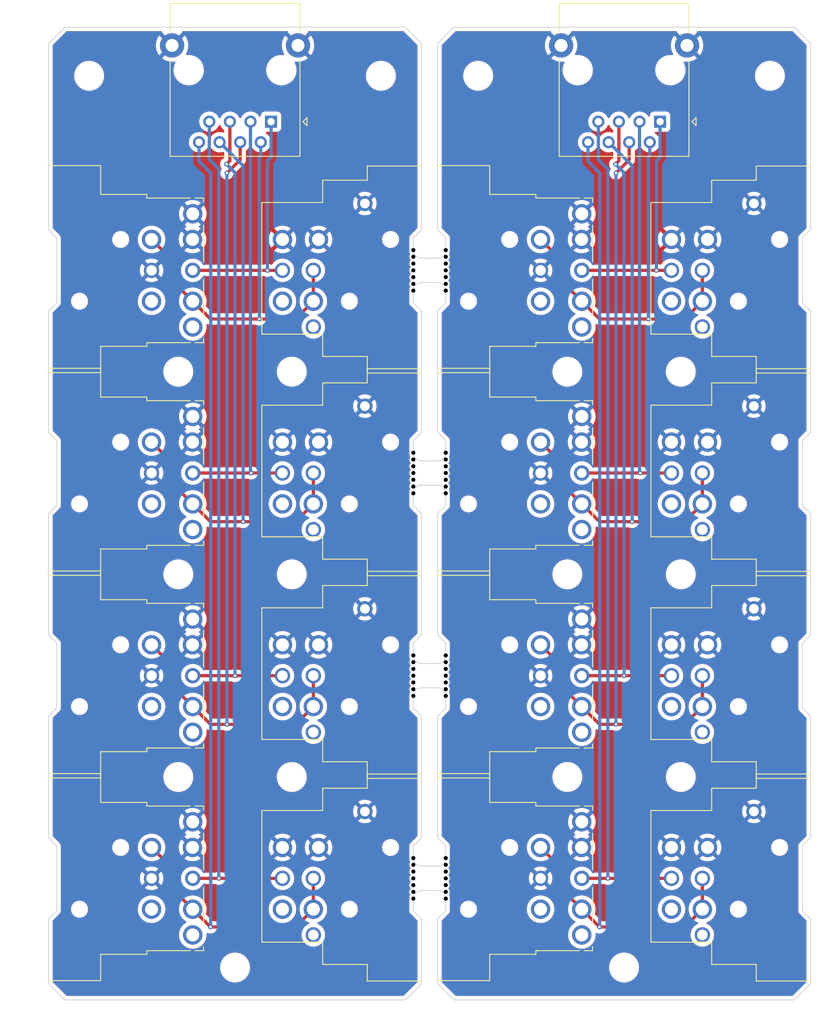
<source format=kicad_pcb>
(kicad_pcb (version 20240108) (generator "pcbnew") (generator_version "8.0")
  (layers (0 "F.Cu" signal) (31 "B.Cu" signal) (34 "B.Paste" user) (35 "F.Paste" user) (36 "B.SilkS" user "B.Silkscreen") (37 "F.SilkS" user "F.Silkscreen") (38 "B.Mask" user) (39 "F.Mask" user) (44 "Edge.Cuts" user))
  (net 0 "")
  (net 1 "Board_0-DATA+ 1")
  (net 2 "Board_0-DATA+ 2")
  (net 3 "Board_0-DATA+ 3")
  (net 4 "Board_0-DATA+ 4")
  (net 5 "Board_0-DATA- 1")
  (net 6 "Board_0-DATA- 2")
  (net 7 "Board_0-DATA- 3")
  (net 8 "Board_0-DATA- 4")
  (net 9 "Board_0-GND")
  (net 10 "Board_0-unconnected-(J1-P3-Pad4)")
  (net 11 "Board_0-unconnected-(J1-P5-Pad5)")
  (net 12 "Board_0-unconnected-(J2-P3-Pad4)")
  (net 13 "Board_0-unconnected-(J2-P5-Pad5)")
  (net 14 "Board_0-unconnected-(J3-P3-Pad4)")
  (net 15 "Board_0-unconnected-(J3-P5-Pad5)")
  (net 16 "Board_0-unconnected-(J4-P3-Pad4)")
  (net 17 "Board_0-unconnected-(J4-P5-Pad5)")
  (net 18 "Board_0-unconnected-(J5-P3-Pad4)")
  (net 19 "Board_0-unconnected-(J5-P5-Pad5)")
  (net 20 "Board_0-unconnected-(J6-P3-Pad4)")
  (net 21 "Board_0-unconnected-(J6-P5-Pad5)")
  (net 22 "Board_0-unconnected-(J7-P3-Pad4)")
  (net 23 "Board_0-unconnected-(J7-P5-Pad5)")
  (net 24 "Board_0-unconnected-(J8-P3-Pad4)")
  (net 25 "Board_0-unconnected-(J8-P5-Pad5)")
  (net 26 "Board_1-DATA+ 1")
  (net 27 "Board_1-DATA+ 2")
  (net 28 "Board_1-DATA+ 3")
  (net 29 "Board_1-DATA+ 4")
  (net 30 "Board_1-DATA- 1")
  (net 31 "Board_1-DATA- 2")
  (net 32 "Board_1-DATA- 3")
  (net 33 "Board_1-DATA- 4")
  (net 34 "Board_1-GND")
  (net 35 "Board_1-unconnected-(J1-P3-Pad4)")
  (net 36 "Board_1-unconnected-(J1-P5-Pad5)")
  (net 37 "Board_1-unconnected-(J2-P3-Pad4)")
  (net 38 "Board_1-unconnected-(J2-P5-Pad5)")
  (net 39 "Board_1-unconnected-(J3-P3-Pad4)")
  (net 40 "Board_1-unconnected-(J3-P5-Pad5)")
  (net 41 "Board_1-unconnected-(J4-P3-Pad4)")
  (net 42 "Board_1-unconnected-(J4-P5-Pad5)")
  (net 43 "Board_1-unconnected-(J5-P3-Pad4)")
  (net 44 "Board_1-unconnected-(J5-P5-Pad5)")
  (net 45 "Board_1-unconnected-(J6-P3-Pad4)")
  (net 46 "Board_1-unconnected-(J6-P5-Pad5)")
  (net 47 "Board_1-unconnected-(J7-P3-Pad4)")
  (net 48 "Board_1-unconnected-(J7-P5-Pad5)")
  (net 49 "Board_1-unconnected-(J8-P3-Pad4)")
  (net 50 "Board_1-unconnected-(J8-P5-Pad5)")
  (footprint "XLR_3+5:Jack_XLR_Neutrik_NC3+5MAH_Horizontal" (layer "F.Cu") (at 149.5 100 180)
    (property "Reference" "J7" (hide yes))
    (property "Value" "XLR5" (hide yes))
  )
  (footprint "NPTH" (layer "F.Cu") (at 146.5 74.166334)
    (property "Reference" "KiKit_MB_1_3" (hide yes))
    (property "Value" "NPTH" (hide yes))
  )
  (footprint "NPTH" (layer "F.Cu") (at 146.5 47.499001)
    (property "Reference" "KiKit_MB_4_1" (hide yes))
    (property "Value" "NPTH" (hide yes))
  )
  (footprint "NPTH" (layer "F.Cu") (at 150.5 125)
    (property "Reference" "KiKit_MB_8_4" (hide yes))
    (property "Value" "NPTH" (hide yes))
  )
  (footprint "MountingHole:MountingHole_3.2mm_M3" (layer "F.Cu") (at 106.5 26)
    (property "Reference" "" (hide yes))
    (property "Value" "MountingHole_3.2mm_M3" (hide yes))
  )
  (footprint "NPTH" (layer "F.Cu") (at 150.5 123.332666)
    (property "Reference" "KiKit_MB_8_6" (hide yes))
    (property "Value" "NPTH" (hide yes))
  )
  (footprint "NPTH" (layer "F.Cu") (at 146.5 48.332667)
    (property "Reference" "KiKit_MB_4_2" (hide yes))
    (property "Value" "NPTH" (hide yes))
  )
  (footprint "MountingHole:MountingHole_3.2mm_M3" (layer "F.Cu") (at 179.5 62.5)
    (property "Reference" "" (hide yes))
    (property "Value" "MountingHole_3.2mm_M3" (hide yes))
  )
  (footprint "NPTH" (layer "F.Cu") (at 146.5 125)
    (property "Reference" "KiKit_MB_3_4" (hide yes))
    (property "Value" "NPTH" (hide yes))
  )
  (footprint "NPTH" (layer "F.Cu") (at 150.5 126.667333)
    (property "Reference" "KiKit_MB_8_2" (hide yes))
    (property "Value" "NPTH" (hide yes))
  )
  (footprint "XLR_3+5:Jack_XLR_Neutrik_NC3+5FAH2-0_Horizontal" (layer "F.Cu") (at 147.5 125)
    (property "Reference" "J4" (hide yes))
    (property "Value" "XLR5" (hide yes))
  )
  (footprint "NPTH" (layer "F.Cu") (at 146.5 123.332666)
    (property "Reference" "KiKit_MB_3_2" (hide yes))
    (property "Value" "NPTH" (hide yes))
  )
  (footprint "MountingHole:MountingHole_3.2mm_M3" (layer "F.Cu") (at 190.5 26)
    (property "Reference" "" (hide yes))
    (property "Value" "MountingHole_3.2mm_M3" (hide yes))
  )
  (footprint "NPTH" (layer "F.Cu") (at 146.5 49.166334)
    (property "Reference" "KiKit_MB_4_3" (hide yes))
    (property "Value" "NPTH" (hide yes))
  )
  (footprint "MountingHole:MountingHole_3.2mm_M3" (layer "F.Cu") (at 117.5 112.5)
    (property "Reference" "" (hide yes))
    (property "Value" "MountingHole_3.2mm_M3" (hide yes))
  )
  (footprint "NPTH" (layer "F.Cu") (at 146.5 100)
    (property "Reference" "KiKit_MB_2_4" (hide yes))
    (property "Value" "NPTH" (hide yes))
  )
  (footprint "NPTH" (layer "F.Cu") (at 146.5 99.166333)
    (property "Reference" "KiKit_MB_2_3" (hide yes))
    (property "Value" "NPTH" (hide yes))
  )
  (footprint "MountingHole:MountingHole_3.2mm_M3" (layer "F.Cu") (at 131.5 62.5)
    (property "Reference" "" (hide yes))
    (property "Value" "MountingHole_3.2mm_M3" (hide yes))
  )
  (footprint "NPTH" (layer "F.Cu") (at 146.5 77.501)
    (property "Reference" "KiKit_MB_1_7" (hide yes))
    (property "Value" "NPTH" (hide yes))
  )
  (footprint "NPTH" (layer "F.Cu") (at 150.5 73.332667)
    (property "Reference" "KiKit_MB_7_6" (hide yes))
    (property "Value" "NPTH" (hide yes))
  )
  (footprint "MountingHole:MountingHole_3.2mm_M3" (layer "F.Cu") (at 124.5 136)
    (property "Reference" "" (hide yes))
    (property "Value" "MountingHole_3.2mm_M3" (hide yes))
  )
  (footprint "XLR_3+5:Jack_XLR_Neutrik_NC3+5FAH2-0_Horizontal" (layer "F.Cu") (at 195.5 100)
    (property "Reference" "J3" (hide yes))
    (property "Value" "XLR5" (hide yes))
  )
  (footprint "NPTH" (layer "F.Cu") (at 150.5 102.500999)
    (property "Reference" "KiKit_MB_6_1" (hide yes))
    (property "Value" "NPTH" (hide yes))
  )
  (footprint "NPTH" (layer "F.Cu") (at 150.5 50)
    (property "Reference" "KiKit_MB_5_4" (hide yes))
    (property "Value" "NPTH" (hide yes))
  )
  (footprint "NPTH" (layer "F.Cu") (at 146.5 98.332666)
    (property "Reference" "KiKit_MB_2_2" (hide yes))
    (property "Value" "NPTH" (hide yes))
  )
  (footprint "MountingHole:MountingHole_3.2mm_M3" (layer "F.Cu") (at 165.5 112.5)
    (property "Reference" "" (hide yes))
    (property "Value" "MountingHole_3.2mm_M3" (hide yes))
  )
  (footprint "NPTH" (layer "F.Cu") (at 146.5 101.667333)
    (property "Reference" "KiKit_MB_2_6" (hide yes))
    (property "Value" "NPTH" (hide yes))
  )
  (footprint "XLR_3+5:Jack_XLR_Neutrik_NC3+5FAH2-0_Horizontal" (layer "F.Cu") (at 147.5 100)
    (property "Reference" "J3" (hide yes))
    (property "Value" "XLR5" (hide yes))
  )
  (footprint "NPTH" (layer "F.Cu") (at 150.5 51.667334)
    (property "Reference" "KiKit_MB_5_2" (hide yes))
    (property "Value" "NPTH" (hide yes))
  )
  (footprint "MountingHole:MountingHole_3.2mm_M3" (layer "F.Cu") (at 117.5 62.5)
    (property "Reference" "" (hide yes))
    (property "Value" "MountingHole_3.2mm_M3" (hide yes))
  )
  (footprint "NPTH" (layer "F.Cu") (at 146.5 125.833666)
    (property "Reference" "KiKit_MB_3_5" (hide yes))
    (property "Value" "NPTH" (hide yes))
  )
  (footprint "MountingHole:MountingHole_3.2mm_M3" (layer "F.Cu") (at 131.5 112.5)
    (property "Reference" "" (hide yes))
    (property "Value" "MountingHole_3.2mm_M3" (hide yes))
  )
  (footprint "NPTH" (layer "F.Cu") (at 150.5 127.500999)
    (property "Reference" "KiKit_MB_8_1" (hide yes))
    (property "Value" "NPTH" (hide yes))
  )
  (footprint "NPTH" (layer "F.Cu") (at 146.5 126.667333)
    (property "Reference" "KiKit_MB_3_6" (hide yes))
    (property "Value" "NPTH" (hide yes))
  )
  (footprint "NPTH" (layer "F.Cu") (at 150.5 101.667333)
    (property "Reference" "KiKit_MB_6_2" (hide yes))
    (property "Value" "NPTH" (hide yes))
  )
  (footprint "NPTH" (layer "F.Cu") (at 146.5 100.833666)
    (property "Reference" "KiKit_MB_2_5" (hide yes))
    (property "Value" "NPTH" (hide yes))
  )
  (footprint "NPTH" (layer "F.Cu") (at 146.5 50.833667)
    (property "Reference" "KiKit_MB_4_5" (hide yes))
    (property "Value" "NPTH" (hide yes))
  )
  (footprint "NPTH" (layer "F.Cu") (at 150.5 52.501)
    (property "Reference" "KiKit_MB_5_1" (hide yes))
    (property "Value" "NPTH" (hide yes))
  )
  (footprint "MountingHole:MountingHole_3.2mm_M3" (layer "F.Cu") (at 179.5 87.5)
    (property "Reference" "" (hide yes))
    (property "Value" "MountingHole_3.2mm_M3" (hide yes))
  )
  (footprint "NPTH" (layer "F.Cu") (at 146.5 50)
    (property "Reference" "KiKit_MB_4_4" (hide yes))
    (property "Value" "NPTH" (hide yes))
  )
  (footprint "MountingHole:MountingHole_3.2mm_M3" (layer "F.Cu") (at 154.5 26)
    (property "Reference" "" (hide yes))
    (property "Value" "MountingHole_3.2mm_M3" (hide yes))
  )
  (footprint "XLR_3+5:Jack_XLR_Neutrik_NC3+5MAH_Horizontal" (layer "F.Cu") (at 101.5 100 180)
    (property "Reference" "J7" (hide yes))
    (property "Value" "XLR5" (hide yes))
  )
  (footprint "NPTH" (layer "F.Cu") (at 146.5 76.667334)
    (property "Reference" "KiKit_MB_1_6" (hide yes))
    (property "Value" "NPTH" (hide yes))
  )
  (footprint "NPTH" (layer "F.Cu") (at 150.5 49.166334)
    (property "Reference" "KiKit_MB_5_5" (hide yes))
    (property "Value" "NPTH" (hide yes))
  )
  (footprint "NPTH" (layer "F.Cu") (at 146.5 75.833667)
    (property "Reference" "KiKit_MB_1_5" (hide yes))
    (property "Value" "NPTH" (hide yes))
  )
  (footprint "NPTH" (layer "F.Cu") (at 146.5 73.332667)
    (property "Reference" "KiKit_MB_1_2" (hide yes))
    (property "Value" "NPTH" (hide yes))
  )
  (footprint "XLR_3+5:Jack_XLR_Neutrik_NC3+5MAH_Horizontal" (layer "F.Cu") (at 101.5 125 180)
    (property "Reference" "J8" (hide yes))
    (property "Value" "XLR5" (hide yes))
  )
  (footprint "NPTH" (layer "F.Cu") (at 150.5 50.833667)
    (property "Reference" "KiKit_MB_5_3" (hide yes))
    (property "Value" "NPTH" (hide yes))
  )
  (footprint "MountingHole:MountingHole_3.2mm_M3" (layer "F.Cu") (at 165.5 62.5)
    (property "Reference" "" (hide yes))
    (property "Value" "MountingHole_3.2mm_M3" (hide yes))
  )
  (footprint "XLR_3+5:Jack_XLR_Neutrik_NC3+5MAH_Horizontal" (layer "F.Cu") (at 101.5 75 180)
    (property "Reference" "J6" (hide yes))
    (property "Value" "XLR5" (hide yes))
  )
  (footprint "NPTH" (layer "F.Cu") (at 146.5 75)
    (property "Reference" "KiKit_MB_1_4" (hide yes))
    (property "Value" "NPTH" (hide yes))
  )
  (footprint "XLR_3+5:Jack_XLR_Neutrik_NC3+5FAH2-0_Horizontal" (layer "F.Cu") (at 147.5 75)
    (property "Reference" "J2" (hide yes))
    (property "Value" "XLR5" (hide yes))
  )
  (footprint "NPTH" (layer "F.Cu") (at 150.5 48.332667)
    (property "Reference" "KiKit_MB_5_6" (hide yes))
    (property "Value" "NPTH" (hide yes))
  )
  (footprint "NPTH" (layer "F.Cu") (at 146.5 97.499)
    (property "Reference" "KiKit_MB_2_1" (hide yes))
    (property "Value" "NPTH" (hide yes))
  )
  (footprint "NPTH" (layer "F.Cu") (at 146.5 72.499001)
    (property "Reference" "KiKit_MB_1_1" (hide yes))
    (property "Value" "NPTH" (hide yes))
  )
  (footprint "NPTH" (layer "F.Cu") (at 150.5 125.833666)
    (property "Reference" "KiKit_MB_8_3" (hide yes))
    (property "Value" "NPTH" (hide yes))
  )
  (footprint "Connector_RJ:RJ45_Ninigi_GE" (layer "F.Cu") (at 128.945 31.655 180)
    (property "Reference" "J0" (hide yes))
    (property "Value" "8P8C_Shielded" (hide yes))
  )
  (footprint "Connector_RJ:RJ45_Ninigi_GE" (layer "F.Cu") (at 176.945 31.655 180)
    (property "Reference" "J0" (hide yes))
    (property "Value" "8P8C_Shielded" (hide yes))
  )
  (footprint "NPTH" (layer "F.Cu") (at 150.5 124.166333)
    (property "Reference" "KiKit_MB_8_5" (hide yes))
    (property "Value" "NPTH" (hide yes))
  )
  (footprint "NPTH" (layer "F.Cu") (at 146.5 127.500999)
    (property "Reference" "KiKit_MB_3_7" (hide yes))
    (property "Value" "NPTH" (hide yes))
  )
  (footprint "XLR_3+5:Jack_XLR_Neutrik_NC3+5FAH2-0_Horizontal" (layer "F.Cu") (at 195.5 125)
    (property "Reference" "J4" (hide yes))
    (property "Value" "XLR5" (hide yes))
  )
  (footprint "NPTH" (layer "F.Cu") (at 150.5 72.499001)
    (property "Reference" "KiKit_MB_7_7" (hide yes))
    (property "Value" "NPTH" (hide yes))
  )
  (footprint "XLR_3+5:Jack_XLR_Neutrik_NC3+5MAH_Horizontal" (layer "F.Cu") (at 101.5 50 180)
    (property "Reference" "J5" (hide yes))
    (property "Value" "XLR5" (hide yes))
  )
  (footprint "NPTH" (layer "F.Cu") (at 150.5 47.499001)
    (property "Reference" "KiKit_MB_5_7" (hide yes))
    (property "Value" "NPTH" (hide yes))
  )
  (footprint "XLR_3+5:Jack_XLR_Neutrik_NC3+5MAH_Horizontal" (layer "F.Cu") (at 149.5 125 180)
    (property "Reference" "J8" (hide yes))
    (property "Value" "XLR5" (hide yes))
  )
  (footprint "NPTH" (layer "F.Cu") (at 150.5 98.332666)
    (property "Reference" "KiKit_MB_6_6" (hide yes))
    (property "Value" "NPTH" (hide yes))
  )
  (footprint "NPTH" (layer "F.Cu") (at 146.5 51.667334)
    (property "Reference" "KiKit_MB_4_6" (hide yes))
    (property "Value" "NPTH" (hide yes))
  )
  (footprint "MountingHole:MountingHole_3.2mm_M3" (layer "F.Cu") (at 172.5 136)
    (property "Reference" "" (hide yes))
    (property "Value" "MountingHole_3.2mm_M3" (hide yes))
  )
  (footprint "NPTH" (layer "F.Cu") (at 150.5 100)
    (property "Reference" "KiKit_MB_6_4" (hide yes))
    (property "Value" "NPTH" (hide yes))
  )
  (footprint "NPTH" (layer "F.Cu") (at 150.5 122.499)
    (property "Reference" "KiKit_MB_8_7" (hide yes))
    (property "Value" "NPTH" (hide yes))
  )
  (footprint "NPTH" (layer "F.Cu") (at 146.5 124.166333)
    (property "Reference" "KiKit_MB_3_3" (hide yes))
    (property "Value" "NPTH" (hide yes))
  )
  (footprint "NPTH" (layer "F.Cu") (at 150.5 75)
    (property "Reference" "KiKit_MB_7_4" (hide yes))
    (property "Value" "NPTH" (hide yes))
  )
  (footprint "XLR_3+5:Jack_XLR_Neutrik_NC3+5MAH_Horizontal" (layer "F.Cu") (at 149.5 50 180)
    (property "Reference" "J5" (hide yes))
    (property "Value" "XLR5" (hide yes))
  )
  (footprint "XLR_3+5:Jack_XLR_Neutrik_NC3+5FAH2-0_Horizontal" (layer "F.Cu") (at 195.5 50)
    (property "Reference" "J1" (hide yes))
    (property "Value" "XLR5" (hide yes))
  )
  (footprint "MountingHole:MountingHole_3.2mm_M3" (layer "F.Cu") (at 165.5 87.5)
    (property "Reference" "" (hide yes))
    (property "Value" "MountingHole_3.2mm_M3" (hide yes))
  )
  (footprint "NPTH" (layer "F.Cu") (at 150.5 99.166333)
    (property "Reference" "KiKit_MB_6_5" (hide yes))
    (property "Value" "NPTH" (hide yes))
  )
  (footprint "NPTH" (layer "F.Cu") (at 150.5 77.501)
    (property "Reference" "KiKit_MB_7_1" (hide yes))
    (property "Value" "NPTH" (hide yes))
  )
  (footprint "XLR_3+5:Jack_XLR_Neutrik_NC3+5FAH2-0_Horizontal" (layer "F.Cu") (at 195.5 75)
    (property "Reference" "J2" (hide yes))
    (property "Value" "XLR5" (hide yes))
  )
  (footprint "NPTH" (layer "F.Cu") (at 150.5 74.166334)
    (property "Reference" "KiKit_MB_7_5" (hide yes))
    (property "Value" "NPTH" (hide yes))
  )
  (footprint "MountingHole:MountingHole_3.2mm_M3" (layer "F.Cu") (at 131.5 87.5)
    (property "Reference" "" (hide yes))
    (property "Value" "MountingHole_3.2mm_M3" (hide yes))
  )
  (footprint "NPTH" (layer "F.Cu") (at 150.5 75.833667)
    (property "Reference" "KiKit_MB_7_3" (hide yes))
    (property "Value" "NPTH" (hide yes))
  )
  (footprint "NPTH" (layer "F.Cu") (at 146.5 52.501)
    (property "Reference" "KiKit_MB_4_7" (hide yes))
    (property "Value" "NPTH" (hide yes))
  )
  (footprint "NPTH" (layer "F.Cu") (at 150.5 100.833666)
    (property "Reference" "KiKit_MB_6_3" (hide yes))
    (property "Value" "NPTH" (hide yes))
  )
  (footprint "XLR_3+5:Jack_XLR_Neutrik_NC3+5MAH_Horizontal" (layer "F.Cu") (at 149.5 75 180)
    (property "Reference" "J6" (hide yes))
    (property "Value" "XLR5" (hide yes))
  )
  (footprint "NPTH" (layer "F.Cu") (at 150.5 97.499)
    (property "Reference" "KiKit_MB_6_7" (hide yes))
    (property "Value" "NPTH" (hide yes))
  )
  (footprint "MountingHole:MountingHole_3.2mm_M3" (layer "F.Cu") (at 142.5 26)
    (property "Reference" "" (hide yes))
    (property "Value" "MountingHole_3.2mm_M3" (hide yes))
  )
  (footprint "NPTH" (layer "F.Cu") (at 146.5 122.499)
    (property "Reference" "KiKit_MB_3_1" (hide yes))
    (property "Value" "NPTH" (hide yes))
  )
  (footprint "XLR_3+5:Jack_XLR_Neutrik_NC3+5FAH2-0_Horizontal" (layer "F.Cu") (at 147.5 50)
    (property "Reference" "J1" (hide yes))
    (property "Value" "XLR5" (hide yes))
  )
  (footprint "NPTH" (layer "F.Cu") (at 146.5 102.500999)
    (property "Reference" "KiKit_MB_2_7" (hide yes))
    (property "Value" "NPTH" (hide yes))
  )
  (footprint "MountingHole:MountingHole_3.2mm_M3" (layer "F.Cu") (at 179.5 112.5)
    (property "Reference" "" (hide yes))
    (property "Value" "MountingHole_3.2mm_M3" (hide yes))
  )
  (footprint "NPTH" (layer "F.Cu") (at 150.5 76.667334)
    (property "Reference" "KiKit_MB_7_2" (hide yes))
    (property "Value" "NPTH" (hide yes))
  )
  (footprint "MountingHole:MountingHole_3.2mm_M3" (layer "F.Cu") (at 117.5 87.5)
    (property "Reference" "" (hide yes))
    (property "Value" "MountingHole_3.2mm_M3" (hide yes))
  )
  (gr_line (start 146.596914 72.927127) (end 146.586704 72.904836) (stroke (width 0.1)) (layer "Edge.Cuts"))
  (gr_line (start 147.095163 73.413295) (end 147.072872 73.403085) (stroke (width 0.1)) (layer "Edge.Cuts"))
  (gr_line (start 146.84748 123.256451) (end 146.829112 123.24021) (stroke (width 0.1)) (layer "Edge.Cuts"))
  (gr_line (start 149.766446 76.537187) (end 149.789994 76.544016) (stroke (width 0.1)) (layer "Edge.Cuts"))
  (gr_line (start 150.498699 52.475483) (end 150.499 52.500012) (stroke (width 0.1)) (layer "Edge.Cuts"))
  (gr_line (start 150.35687 98.013588) (end 150.344008 98.034462) (stroke (width 0.1)) (layer "Edge.Cuts"))
  (gr_line (start 146.84748 48.256451) (end 146.829112 48.24021) (stroke (width 0.1)) (layer "Edge.Cuts"))
  (gr_line (start 150.256451 48.152519) (end 150.24021 48.170887) (stroke (width 0.1)) (layer "Edge.Cuts"))
  (gr_line (start 147.140464 51.56794) (end 147.163447 51.559397) (stroke (width 0.1)) (layer "Edge.Cuts"))
  (gr_line (start 146.607668 72.949161) (end 146.596914 72.927127) (stroke (width 0.1)) (layer "Edge.Cuts"))
  (gr_line (start 150.488187 102.353416) (end 150.491486 102.377711) (stroke (width 0.1)) (layer "Edge.Cuts"))
  (gr_line (start 149.766446 73.462812) (end 149.742737 73.469061) (stroke (width 0.1)) (layer "Edge.Cuts"))
  (gr_line (start 150.496293 72.57349) (end 150.494189 72.597919) (stroke (width 0.1)) (layer "Edge.Cuts"))
  (gr_line (start 146.500999 77.500012) (end 146.5013 77.475483) (stroke (width 0.1)) (layer "Edge.Cuts"))
  (gr_line (start 147.095163 51.586704) (end 147.117699 51.577044) (stroke (width 0.1)) (layer "Edge.Cuts"))
  (gr_line (start 147.5 45) (end 147.5 22) (stroke (width 0.1)) (layer "Edge.Cuts"))
  (gr_line (start 150.206399 123.206399) (end 150.18885 123.223522) (stroke (width 0.1)) (layer "Edge.Cuts"))
  (gr_line (start 146.683232 73.075232) (end 146.669361 73.055014) (stroke (width 0.1)) (layer "Edge.Cuts"))
  (gr_line (start 146.607668 102.050838) (end 146.61896 102.029074) (stroke (width 0.1)) (layer "Edge.Cuts"))
  (gr_line (start 147.40208 123.494189) (end 147.377711 123.491486) (stroke (width 0.1)) (layer "Edge.Cuts"))
  (gr_line (start 146.776477 123.18885) (end 146.759789 123.170887) (stroke (width 0.1)) (layer "Edge.Cuts"))
  (gr_line (start 147.007594 51.630783) (end 147.029074 51.61896) (stroke (width 0.1)) (layer "Edge.Cuts"))
  (gr_line (start 150.498699 97.524516) (end 150.497796 97.549018) (stroke (width 0.1)) (layer "Edge.Cuts"))
  (gr_line (start 147.40208 126.50581) (end 147.426509 126.503706) (stroke (width 0.1)) (layer "Edge.Cuts"))
  (gr_line (start 146.759789 48.170887) (end 146.743548 48.152519) (stroke (width 0.1)) (layer "Edge.Cuts"))
  (gr_line (start 101.5 138) (end 103.5 140) (stroke (width 0.1)) (layer "Edge.Cuts"))
  (gr_line (start 147.140464 123.432059) (end 147.117699 123.422955) (stroke (width 0.1)) (layer "Edge.Cuts"))
  (gr_line (start 147.117699 98.422955) (end 147.095163 98.413295) (stroke (width 0.1)) (layer "Edge.Cuts"))
  (gr_line (start 148.5 123.499062) (end 148.494876 123.499) (stroke (width 0.1)) (layer "Edge.Cuts"))
  (gr_line (start 147.007594 48.369216) (end 146.986411 48.35687) (stroke (width 0.1)) (layer "Edge.Cuts"))
  (gr_line (start 150.422955 97.8823) (end 150.413295 97.904836) (stroke (width 0.1)) (layer "Edge.Cuts"))
  (gr_line (start 150.256451 51.84748) (end 150.272237 51.866241) (stroke (width 0.1)) (layer "Edge.Cuts"))
  (gr_line (start 146.630783 47.992405) (end 146.61896 47.970925) (stroke (width 0.1)) (layer "Edge.Cuts"))
  (gr_line (start 146.712441 101.885383) (end 146.727762 101.866241) (stroke (width 0.1)) (layer "Edge.Cuts"))
  (gr_line (start 146.7936 98.206399) (end 146.776477 98.18885) (stroke (width 0.1)) (layer "Edge.Cuts"))
  (gr_line (start 146.924767 73.316767) (end 146.904896 73.302404) (stroke (width 0.1)) (layer "Edge.Cuts"))
  (gr_line (start 146.503706 122.57349) (end 146.502203 122.549018) (stroke (width 0.1)) (layer "Edge.Cuts"))
  (gr_line (start 150.206399 101.7936) (end 150.223522 101.811149) (stroke (width 0.1)) (layer "Edge.Cuts"))
  (gr_line (start 150.287558 98.114616) (end 150.272237 98.133758) (stroke (width 0.1)) (layer "Edge.Cuts"))
  (gr_line (start 146.544016 52.210005) (end 146.551421 52.186631) (stroke (width 0.1)) (layer "Edge.Cuts"))
  (gr_line (start 150.392331 52.050838) (end 150.403085 52.072872) (stroke (width 0.1)) (layer "Edge.Cuts"))
  (gr_line (start 150.330638 73.055014) (end 150.316767 73.075232) (stroke (width 0.1)) (layer "Edge.Cuts"))
  (gr_line (start 147.029074 98.381039) (end 147.007594 98.369216) (stroke (width 0.1)) (layer "Edge.Cuts"))
  (gr_line (start 150.488187 122.646583) (end 150.484292 122.67079) (stroke (width 0.1)) (layer "Edge.Cuts"))
  (gr_line (start 146.776477 126.811149) (end 146.7936 126.7936) (stroke (width 0.1)) (layer "Edge.Cuts"))
  (gr_line (start 146.630783 122.992405) (end 146.61896 122.970925) (stroke (width 0.1)) (layer "Edge.Cuts"))
  (gr_line (start 150.497796 77.450981) (end 150.498699 77.475483) (stroke (width 0.1)) (layer "Edge.Cuts"))
  (gr_line (start 150.5 71) (end 150.5 72.499) (stroke (width 0.1)) (layer "Edge.Cuts"))
  (gr_line (start 147.233553 76.537187) (end 147.257262 76.530938) (stroke (width 0.1)) (layer "Edge.Cuts"))
  (gr_line (start 194.5 54) (end 194.5 46) (stroke (width 0.1)) (layer "Edge.Cuts"))
  (gr_line (start 146.885383 126.712441) (end 146.904896 126.697595) (stroke (width 0.1)) (layer "Edge.Cuts"))
  (gr_line (start 147.029074 76.61896) (end 147.050838 76.607668) (stroke (width 0.1)) (layer "Edge.Cuts"))
  (gr_line (start 149.499993 101.501) (end 149.524516 101.5013) (stroke (width 0.1)) (layer "Edge.Cuts"))
  (gr_line (start 147.377711 101.508513) (end 147.40208 101.50581) (stroke (width 0.1)) (layer "Edge.Cuts"))
  (gr_line (start 149.992405 48.369216) (end 149.970925 48.381039) (stroke (width 0.1)) (layer "Edge.Cuts"))
  (gr_line (start 147.257262 126.530938) (end 147.281117 126.525273) (stroke (width 0.1)) (layer "Edge.Cuts"))
  (gr_line (start 147.117699 123.422955) (end 147.095163 123.413295) (stroke (width 0.1)) (layer "Edge.Cuts"))
  (gr_line (start 149.927127 51.596914) (end 149.949161 51.607668) (stroke (width 0.1)) (layer "Edge.Cuts"))
  (gr_line (start 146.7936 101.7936) (end 146.811149 101.776477) (stroke (width 0.1)) (layer "Edge.Cuts"))
  (gr_line (start 150.344008 123.034462) (end 150.330638 123.055014) (stroke (width 0.1)) (layer "Edge.Cuts"))
  (gr_line (start 194.5 129) (end 194.5 121) (stroke (width 0.1)) (layer "Edge.Cuts"))
  (gr_line (start 146.84748 126.743548) (end 146.866241 126.727762) (stroke (width 0.1)) (layer "Edge.Cuts"))
  (gr_line (start 146.630783 52.007594) (end 146.643129 51.986411) (stroke (width 0.1)) (layer "Edge.Cuts"))
  (gr_line (start 149.549018 76.502203) (end 149.57349 76.503706) (stroke (width 0.1)) (layer "Edge.Cuts"))
  (gr_line (start 150.24021 76.829112) (end 150.256451 76.84748) (stroke (width 0.1)) (layer "Edge.Cuts"))
  (gr_line (start 147.305104 123.479804) (end 147.281117 123.474726) (stroke (width 0.1)) (layer "Edge.Cuts"))
  (gr_line (start 149.949161 48.392331) (end 149.927127 48.403085) (stroke (width 0.1)) (layer "Edge.Cuts"))
  (gr_line (start 147.050838 101.607668) (end 147.072872 101.596914) (stroke (width 0.1)) (layer "Edge.Cuts"))
  (gr_line (start 146.643129 123.013588) (end 146.630783 122.992405) (stroke (width 0.1)) (layer "Edge.Cuts"))
  (gr_line (start 150.432059 77.140464) (end 150.440602 77.163447) (stroke (width 0.1)) (layer "Edge.Cuts"))
  (gr_line (start 146.551421 97.813368) (end 146.544016 97.789994) (stroke (width 0.1)) (layer "Edge.Cuts"))
  (gr_line (start 150.469061 97.742737) (end 150.462812 97.766446) (stroke (width 0.1)) (layer "Edge.Cuts"))
  (gr_line (start 146.727762 48.133758) (end 146.712441 48.114616) (stroke (width 0.1)) (layer "Edge.Cuts"))
  (gr_line (start 146.829112 101.759789) (end 146.84748 101.743548) (stroke (width 0.1)) (layer "Edge.Cuts"))
  (gr_line (start 150.287558 51.885383) (end 150.302404 51.904896) (stroke (width 0.1)) (layer "Edge.Cuts"))
  (gr_line (start 146.544016 122.789994) (end 146.537187 122.766446) (stroke (width 0.1)) (layer "Edge.Cuts"))
  (gr_line (start 150.170887 101.759789) (end 150.18885 101.776477) (stroke (width 0.1)) (layer "Edge.Cuts"))
  (gr_line (start 149.927127 76.596914) (end 149.949161 76.607668) (stroke (width 0.1)) (layer "Edge.Cuts"))
  (gr_line (start 146.829112 98.24021) (end 146.811149 98.223522) (stroke (width 0.1)) (layer "Edge.Cuts"))
  (gr_line (start 150.484292 97.67079) (end 150.479804 97.694895) (stroke (width 0.1)) (layer "Edge.Cuts"))
  (gr_line (start 150.133758 126.727762) (end 150.152519 126.743548) (stroke (width 0.1)) (layer "Edge.Cuts"))
  (gr_line (start 150.256451 123.152519) (end 150.24021 123.170887) (stroke (width 0.1)) (layer "Edge.Cuts"))
  (gr_line (start 193.5 20) (end 151.5 20) (stroke (width 0.1)) (layer "Edge.Cuts"))
  (gr_line (start 147.450981 76.502203) (end 147.475483 76.5013) (stroke (width 0.1)) (layer "Edge.Cuts"))
  (gr_line (start 147.029074 48.381039) (end 147.007594 48.369216) (stroke (width 0.1)) (layer "Edge.Cuts"))
  (gr_line (start 149.949161 126.607668) (end 149.970925 126.61896) (stroke (width 0.1)) (layer "Edge.Cuts"))
  (gr_line (start 102.5 54) (end 101.5 55) (stroke (width 0.1)) (layer "Edge.Cuts"))
  (gr_line (start 149.859535 73.432059) (end 149.836552 73.440602) (stroke (width 0.1)) (layer "Edge.Cuts"))
  (gr_line (start 150.494189 72.597919) (end 150.491486 72.622288) (stroke (width 0.1)) (layer "Edge.Cuts"))
  (gr_line (start 149.8823 76.577044) (end 149.904836 76.586704) (stroke (width 0.1)) (layer "Edge.Cuts"))
  (gr_line (start 149.499993 51.501) (end 149.524516 51.5013) (stroke (width 0.1)) (layer "Edge.Cuts"))
  (gr_line (start 150.055014 126.669361) (end 150.075232 126.683232) (stroke (width 0.1)) (layer "Edge.Cuts"))
  (gr_line (start 146.502203 127.450981) (end 146.503706 127.426509) (stroke (width 0.1)) (layer "Edge.Cuts"))
  (gr_line (start 150.055014 101.669361) (end 150.075232 101.683232) (stroke (width 0.1)) (layer "Edge.Cuts"))
  (gr_line (start 146.697595 76.904896) (end 146.712441 76.885383) (stroke (width 0.1)) (layer "Edge.Cuts"))
  (gr_line (start 146.5 97.499) (end 146.5 96) (stroke (width 0.1)) (layer "Edge.Cuts"))
  (gr_line (start 147.233553 123.462812) (end 147.210005 123.455983) (stroke (width 0.1)) (layer "Edge.Cuts"))
  (gr_line (start 147.329209 76.515707) (end 147.353416 76.511812) (stroke (width 0.1)) (layer "Edge.Cuts"))
  (gr_line (start 147.050838 98.392331) (end 147.029074 98.381039) (stroke (width 0.1)) (layer "Edge.Cuts"))
  (gr_line (start 149.694895 98.479804) (end 149.67079 98.484292) (stroke (width 0.1)) (layer "Edge.Cuts"))
  (gr_line (start 150.5 79) (end 149.5 80) (stroke (width 0.1)) (layer "Edge.Cuts"))
  (gr_line (start 150.272237 73.133758) (end 150.256451 73.152519) (stroke (width 0.1)) (layer "Edge.Cuts"))
  (gr_line (start 149.859535 76.56794) (end 149.8823 76.577044) (stroke (width 0.1)) (layer "Edge.Cuts"))
  (gr_line (start 150.494189 47.597919) (end 150.491486 47.622288) (stroke (width 0.1)) (layer "Edge.Cuts"))
  (gr_line (start 146.511812 102.353416) (end 146.515707 102.329209) (stroke (width 0.1)) (layer "Edge.Cuts"))
  (gr_line (start 150.223522 101.811149) (end 150.24021 101.829112) (stroke (width 0.1)) (layer "Edge.Cuts"))
  (gr_line (start 146.551421 52.186631) (end 146.559397 52.163447) (stroke (width 0.1)) (layer "Edge.Cuts"))
  (gr_line (start 146.596914 47.927127) (end 146.586704 47.904836) (stroke (width 0.1)) (layer "Edge.Cuts"))
  (gr_line (start 149.718882 126.525273) (end 149.742737 126.530938) (stroke (width 0.1)) (layer "Edge.Cuts"))
  (gr_line (start 149.992405 51.630783) (end 150.013588 51.643129) (stroke (width 0.1)) (layer "Edge.Cuts"))
  (gr_line (start 146.5013 72.524516) (end 146.500999 72.499987) (stroke (width 0.1)) (layer "Edge.Cuts"))
  (gr_line (start 146.520195 127.305104) (end 146.525273 127.281117) (stroke (width 0.1)) (layer "Edge.Cuts"))
  (gr_line (start 146.655991 123.034462) (end 146.643129 123.013588) (stroke (width 0.1)) (layer "Edge.Cuts"))
  (gr_line (start 147.050838 76.607668) (end 147.072872 76.596914) (stroke (width 0.1)) (layer "Edge.Cuts"))
  (gr_line (start 148.494876 51.500999) (end 148.5 51.500937) (stroke (width 0.1)) (layer "Edge.Cuts"))
  (gr_line (start 149.597919 51.50581) (end 149.622288 51.508513) (stroke (width 0.1)) (layer "Edge.Cuts"))
  (gr_line (start 147.163447 101.559397) (end 147.186631 101.551421) (stroke (width 0.1)) (layer "Edge.Cuts"))
  (gr_line (start 147.186631 126.551421) (end 147.210005 126.544016) (stroke (width 0.1)) (layer "Edge.Cuts"))
  (gr_line (start 147.163447 123.440602) (end 147.140464 123.432059) (stroke (width 0.1)) (layer "Edge.Cuts"))
  (gr_line (start 150.496293 102.426509) (end 150.497796 102.450981) (stroke (width 0.1)) (layer "Edge.Cuts"))
  (gr_line (start 149.524516 73.498699) (end 149.499993 73.499) (stroke (width 0.1)) (layer "Edge.Cuts"))
  (gr_line (start 146.697595 126.904896) (end 146.712441 126.885383) (stroke (width 0.1)) (layer "Edge.Cuts"))
  (gr_line (start 146.525273 52.281117) (end 146.530938 52.257262) (stroke (width 0.1)) (layer "Edge.Cuts"))
  (gr_line (start 148.505123 73.499) (end 148.5 73.499062) (stroke (width 0.1)) (layer "Edge.Cuts"))
  (gr_line (start 150.497796 72.549018) (end 150.496293 72.57349) (stroke (width 0.1)) (layer "Edge.Cuts"))
  (gr_line (start 150.223522 51.811149) (end 150.24021 51.829112) (stroke (width 0.1)) (layer "Edge.Cuts"))
  (gr_line (start 150.455983 52.210005) (end 150.462812 52.233553) (stroke (width 0.1)) (layer "Edge.Cuts"))
  (gr_line (start 195.5 130) (end 194.5 129) (stroke (width 0.1)) (layer "Edge.Cuts"))
  (gr_line (start 148.494863 98.499) (end 147.500006 98.499) (stroke (width 0.1)) (layer "Edge.Cuts"))
  (gr_line (start 146.811149 73.223522) (end 146.7936 73.206399) (stroke (width 0.1)) (layer "Edge.Cuts"))
  (gr_line (start 146.866241 123.272237) (end 146.84748 123.256451) (stroke (width 0.1)) (layer "Edge.Cuts"))
  (gr_line (start 146.508513 127.377711) (end 146.511812 127.353416) (stroke (width 0.1)) (layer "Edge.Cuts"))
  (gr_line (start 149.742737 76.530938) (end 149.766446 76.537187) (stroke (width 0.1)) (layer "Edge.Cuts"))
  (gr_line (start 146.520195 97.694895) (end 146.515707 97.67079) (stroke (width 0.1)) (layer "Edge.Cuts"))
  (gr_line (start 150.498699 47.524516) (end 150.497796 47.549018) (stroke (width 0.1)) (layer "Edge.Cuts"))
  (gr_line (start 146.669361 76.944985) (end 146.683232 76.924767) (stroke (width 0.1)) (layer "Edge.Cuts"))
  (gr_line (start 150.272237 98.133758) (end 150.256451 98.152519) (stroke (width 0.1)) (layer "Edge.Cuts"))
  (gr_line (start 146.829112 123.24021) (end 146.811149 123.223522) (stroke (width 0.1)) (layer "Edge.Cuts"))
  (gr_line (start 150.448578 102.186631) (end 150.455983 102.210005) (stroke (width 0.1)) (layer "Edge.Cuts"))
  (gr_line (start 147.140464 76.56794) (end 147.163447 76.559397) (stroke (width 0.1)) (layer "Edge.Cuts"))
  (gr_line (start 101.5 55) (end 101.5 70) (stroke (width 0.1)) (layer "Edge.Cuts"))
  (gr_line (start 150.462812 47.766446) (end 150.455983 47.789994) (stroke (width 0.1)) (layer "Edge.Cuts"))
  (gr_line (start 149.597919 126.50581) (end 149.622288 126.508513) (stroke (width 0.1)) (layer "Edge.Cuts"))
  (gr_line (start 149.8823 73.422955) (end 149.859535 73.432059) (stroke (width 0.1)) (layer "Edge.Cuts"))
  (gr_line (start 147.163447 76.559397) (end 147.186631 76.551421) (stroke (width 0.1)) (layer "Edge.Cuts"))
  (gr_line (start 150.496293 97.57349) (end 150.494189 97.597919) (stroke (width 0.1)) (layer "Edge.Cuts"))
  (gr_line (start 150.344008 98.034462) (end 150.330638 98.055014) (stroke (width 0.1)) (layer "Edge.Cuts"))
  (gr_line (start 146.61896 127.029074) (end 146.630783 127.007594) (stroke (width 0.1)) (layer "Edge.Cuts"))
  (gr_line (start 150.18885 73.223522) (end 150.170887 73.24021) (stroke (width 0.1)) (layer "Edge.Cuts"))
  (gr_line (start 149.904836 48.413295) (end 149.8823 48.422955) (stroke (width 0.1)) (layer "Edge.Cuts"))
  (gr_line (start 149.836552 73.440602) (end 149.813368 73.448578) (stroke (width 0.1)) (layer "Edge.Cuts"))
  (gr_line (start 146.502203 122.549018) (end 146.5013 122.524516) (stroke (width 0.1)) (layer "Edge.Cuts"))
  (gr_line (start 150.206399 48.206399) (end 150.18885 48.223522) (stroke (width 0.1)) (layer "Edge.Cuts"))
  (gr_line (start 146.520195 47.694895) (end 146.515707 47.67079) (stroke (width 0.1)) (layer "Edge.Cuts"))
  (gr_line (start 146.924767 48.316767) (end 146.904896 48.302404) (stroke (width 0.1)) (layer "Edge.Cuts"))
  (gr_line (start 149.970925 98.381039) (end 149.949161 98.392331) (stroke (width 0.1)) (layer "Edge.Cuts"))
  (gr_line (start 147.377711 73.491486) (end 147.353416 73.488187) (stroke (width 0.1)) (layer "Edge.Cuts"))
  (gr_line (start 150.497796 47.549018) (end 150.496293 47.57349) (stroke (width 0.1)) (layer "Edge.Cuts"))
  (gr_line (start 146.759789 101.829112) (end 146.776477 101.811149) (stroke (width 0.1)) (layer "Edge.Cuts"))
  (gr_line (start 147.257262 76.530938) (end 147.281117 76.525273) (stroke (width 0.1)) (layer "Edge.Cuts"))
  (gr_line (start 147.095163 126.586704) (end 147.117699 126.577044) (stroke (width 0.1)) (layer "Edge.Cuts"))
  (gr_line (start 149.859535 98.432059) (end 149.836552 98.440602) (stroke (width 0.1)) (layer "Edge.Cuts"))
  (gr_line (start 146.924767 51.683232) (end 146.944985 51.669361) (stroke (width 0.1)) (layer "Edge.Cuts"))
  (gr_line (start 149.524516 76.5013) (end 149.549018 76.502203) (stroke (width 0.1)) (layer "Edge.Cuts"))
  (gr_line (start 147.072872 51.596914) (end 147.095163 51.586704) (stroke (width 0.1)) (layer "Edge.Cuts"))
  (gr_line (start 146.61896 52.029074) (end 146.630783 52.007594) (stroke (width 0.1)) (layer "Edge.Cuts"))
  (gr_line (start 146.511812 97.646583) (end 146.508513 97.622288) (stroke (width 0.1)) (layer "Edge.Cuts"))
  (gr_line (start 101.5 95) (end 102.5 96) (stroke (width 0.1)) (layer "Edge.Cuts"))
  (gr_line (start 149.813368 76.551421) (end 149.836552 76.559397) (stroke (width 0.1)) (layer "Edge.Cuts"))
  (gr_line (start 150.055014 123.330638) (end 150.034462 123.344008) (stroke (width 0.1)) (layer "Edge.Cuts"))
  (gr_line (start 149.8823 48.422955) (end 149.859535 48.432059) (stroke (width 0.1)) (layer "Edge.Cuts"))
  (gr_line (start 146.508513 97.622288) (end 146.50581 97.597919) (stroke (width 0.1)) (layer "Edge.Cuts"))
  (gr_line (start 146.643129 98.013588) (end 146.630783 97.992405) (stroke (width 0.1)) (layer "Edge.Cuts"))
  (gr_line (start 146.84748 73.256451) (end 146.829112 73.24021) (stroke (width 0.1)) (layer "Edge.Cuts"))
  (gr_line (start 146.596914 127.072872) (end 146.607668 127.050838) (stroke (width 0.1)) (layer "Edge.Cuts"))
  (gr_line (start 150.462812 127.233553) (end 150.469061 127.257262) (stroke (width 0.1)) (layer "Edge.Cuts"))
  (gr_line (start 146.511812 72.646583) (end 146.508513 72.622288) (stroke (width 0.1)) (layer "Edge.Cuts"))
  (gr_line (start 147.475483 51.5013) (end 147.500006 51.501) (stroke (width 0.1)) (layer "Edge.Cuts"))
  (gr_line (start 147.140464 98.432059) (end 147.117699 98.422955) (stroke (width 0.1)) (layer "Edge.Cuts"))
  (gr_line (start 150.152519 98.256451) (end 150.133758 98.272237) (stroke (width 0.1)) (layer "Edge.Cuts"))
  (gr_line (start 148.5 48.499062) (end 148.494876 48.499) (stroke (width 0.1)) (layer "Edge.Cuts"))
  (gr_line (start 147.5 22) (end 145.5 20) (stroke (width 0.1)) (layer "Edge.Cuts"))
  (gr_line (start 146.530938 77.257262) (end 146.537187 77.233553) (stroke (width 0.1)) (layer "Edge.Cuts"))
  (gr_line (start 150.469061 77.257262) (end 150.474726 77.281117) (stroke (width 0.1)) (layer "Edge.Cuts"))
  (gr_line (start 195.5 80) (end 194.5 79) (stroke (width 0.1)) (layer "Edge.Cuts"))
  (gr_line (start 149.524516 101.5013) (end 149.549018 101.502203) (stroke (width 0.1)) (layer "Edge.Cuts"))
  (gr_line (start 146.61896 102.029074) (end 146.630783 102.007594) (stroke (width 0.1)) (layer "Edge.Cuts"))
  (gr_line (start 150.316767 101.924767) (end 150.330638 101.944985) (stroke (width 0.1)) (layer "Edge.Cuts"))
  (gr_line (start 146.866241 73.272237) (end 146.84748 73.256451) (stroke (width 0.1)) (layer "Edge.Cuts"))
  (gr_line (start 146.5 72.499) (end 146.5 71) (stroke (width 0.1)) (layer "Edge.Cuts"))
  (gr_line (start 146.5 79) (end 146.5 77.500999) (stroke (width 0.1)) (layer "Edge.Cuts"))
  (gr_line (start 149.8823 98.422955) (end 149.859535 98.432059) (stroke (width 0.1)) (layer "Edge.Cuts"))
  (gr_line (start 146.811149 126.776477) (end 146.829112 126.759789) (stroke (width 0.1)) (layer "Edge.Cuts"))
  (gr_line (start 150.034462 98.344008) (end 150.013588 98.35687) (stroke (width 0.1)) (layer "Edge.Cuts"))
  (gr_line (start 150.381039 47.970925) (end 150.369216 47.992405) (stroke (width 0.1)) (layer "Edge.Cuts"))
  (gr_line (start 150.497796 52.450981) (end 150.498699 52.475483) (stroke (width 0.1)) (layer "Edge.Cuts"))
  (gr_line (start 146.5 122.499) (end 146.5 121) (stroke (width 0.1)) (layer "Edge.Cuts"))
  (gr_line (start 150.462812 52.233553) (end 150.469061 52.257262) (stroke (width 0.1)) (layer "Edge.Cuts"))
  (gr_line (start 146.5 121) (end 147.5 120) (stroke (width 0.1)) (layer "Edge.Cuts"))
  (gr_line (start 149.622288 101.508513) (end 149.646583 101.511812) (stroke (width 0.1)) (layer "Edge.Cuts"))
  (gr_line (start 147.377711 48.491486) (end 147.353416 48.488187) (stroke (width 0.1)) (layer "Edge.Cuts"))
  (gr_line (start 150.462812 102.233553) (end 150.469061 102.257262) (stroke (width 0.1)) (layer "Edge.Cuts"))
  (gr_line (start 150.469061 52.257262) (end 150.474726 52.281117) (stroke (width 0.1)) (layer "Edge.Cuts"))
  (gr_line (start 149.57349 76.503706) (end 149.597919 76.50581) (stroke (width 0.1)) (layer "Edge.Cuts"))
  (gr_line (start 150.287558 126.885383) (end 150.302404 126.904896) (stroke (width 0.1)) (layer "Edge.Cuts"))
  (gr_line (start 150.5 96) (end 150.5 97.499) (stroke (width 0.1)) (layer "Edge.Cuts"))
  (gr_line (start 148.505136 101.501) (end 149.499993 101.501) (stroke (width 0.1)) (layer "Edge.Cuts"))
  (gr_line (start 146.577044 122.8823) (end 146.56794 122.859535) (stroke (width 0.1)) (layer "Edge.Cuts"))
  (gr_line (start 147.353416 51.511812) (end 147.377711 51.508513) (stroke (width 0.1)) (layer "Edge.Cuts"))
  (gr_line (start 149.622288 73.491486) (end 149.597919 73.494189) (stroke (width 0.1)) (layer "Edge.Cuts"))
  (gr_line (start 147.353416 123.488187) (end 147.329209 123.484292) (stroke (width 0.1)) (layer "Edge.Cuts"))
  (gr_line (start 147.163447 48.440602) (end 147.140464 48.432059) (stroke (width 0.1)) (layer "Edge.Cuts"))
  (gr_line (start 150.170887 98.24021) (end 150.152519 98.256451) (stroke (width 0.1)) (layer "Edge.Cuts"))
  (gr_line (start 194.5 79) (end 194.5 71) (stroke (width 0.1)) (layer "Edge.Cuts"))
  (gr_line (start 149.789994 123.455983) (end 149.766446 123.462812) (stroke (width 0.1)) (layer "Edge.Cuts"))
  (gr_line (start 150.256451 126.84748) (end 150.272237 126.866241) (stroke (width 0.1)) (layer "Edge.Cuts"))
  (gr_line (start 150.316767 51.924767) (end 150.330638 51.944985) (stroke (width 0.1)) (layer "Edge.Cuts"))
  (gr_line (start 146.607668 47.949161) (end 146.596914 47.927127) (stroke (width 0.1)) (layer "Edge.Cuts"))
  (gr_line (start 147.5 105) (end 146.5 104) (stroke (width 0.1)) (layer "Edge.Cuts"))
  (gr_line (start 146.727762 101.866241) (end 146.743548 101.84748) (stroke (width 0.1)) (layer "Edge.Cuts"))
  (gr_line (start 150.5 104) (end 149.5 105) (stroke (width 0.1)) (layer "Edge.Cuts"))
  (gr_line (start 147.029074 73.381039) (end 147.007594 73.369216) (stroke (width 0.1)) (layer "Edge.Cuts"))
  (gr_line (start 150.392331 47.949161) (end 150.381039 47.970925) (stroke (width 0.1)) (layer "Edge.Cuts"))
  (gr_line (start 150.491486 97.622288) (end 150.488187 97.646583) (stroke (width 0.1)) (layer "Edge.Cuts"))
  (gr_line (start 150.5 77.500999) (end 150.5 79) (stroke (width 0.1)) (layer "Edge.Cuts"))
  (gr_line (start 146.520195 122.694895) (end 146.515707 122.67079) (stroke (width 0.1)) (layer "Edge.Cuts"))
  (gr_line (start 146.84748 101.743548) (end 146.866241 101.727762) (stroke (width 0.1)) (layer "Edge.Cuts"))
  (gr_line (start 146.683232 126.924767) (end 146.697595 126.904896) (stroke (width 0.1)) (layer "Edge.Cuts"))
  (gr_line (start 146.630783 72.992405) (end 146.61896 72.970925) (stroke (width 0.1)) (layer "Edge.Cuts"))
  (gr_line (start 146.5 71) (end 147.5 70) (stroke (width 0.1)) (layer "Edge.Cuts"))
  (gr_line (start 150.440602 97.836552) (end 150.432059 97.859535) (stroke (width 0.1)) (layer "Edge.Cuts"))
  (gr_line (start 149.904836 123.413295) (end 149.8823 123.422955) (stroke (width 0.1)) (layer "Edge.Cuts"))
  (gr_line (start 146.5013 77.475483) (end 146.502203 77.450981) (stroke (width 0.1)) (layer "Edge.Cuts"))
  (gr_line (start 150.075232 126.683232) (end 150.095103 126.697595) (stroke (width 0.1)) (layer "Edge.Cuts"))
  (gr_line (start 148.494863 73.499) (end 147.500006 73.499) (stroke (width 0.1)) (layer "Edge.Cuts"))
  (gr_line (start 149.549018 126.502203) (end 149.57349 126.503706) (stroke (width 0.1)) (layer "Edge.Cuts"))
  (gr_line (start 147.186631 98.448578) (end 147.163447 98.440602) (stroke (width 0.1)) (layer "Edge.Cuts"))
  (gr_line (start 150.35687 76.986411) (end 150.369216 77.007594) (stroke (width 0.1)) (layer "Edge.Cuts"))
  (gr_line (start 147.426509 126.503706) (end 147.450981 126.502203) (stroke (width 0.1)) (layer "Edge.Cuts"))
  (gr_line (start 150.24021 51.829112) (end 150.256451 51.84748) (stroke (width 0.1)) (layer "Edge.Cuts"))
  (gr_line (start 145.5 140) (end 147.5 138) (stroke (width 0.1)) (layer "Edge.Cuts"))
  (gr_line (start 150.491486 127.377711) (end 150.494189 127.40208) (stroke (width 0.1)) (layer "Edge.Cuts"))
  (gr_line (start 146.559397 77.163447) (end 146.56794 77.140464) (stroke (width 0.1)) (layer "Edge.Cuts"))
  (gr_line (start 150.491486 47.622288) (end 150.488187 47.646583) (stroke (width 0.1)) (layer "Edge.Cuts"))
  (gr_line (start 146.530938 72.742737) (end 146.525273 72.718882) (stroke (width 0.1)) (layer "Edge.Cuts"))
  (gr_line (start 149.836552 126.559397) (end 149.859535 126.56794) (stroke (width 0.1)) (layer "Edge.Cuts"))
  (gr_line (start 195.5 138) (end 195.5 130) (stroke (width 0.1)) (layer "Edge.Cuts"))
  (gr_line (start 146.965537 101.655991) (end 146.986411 101.643129) (stroke (width 0.1)) (layer "Edge.Cuts"))
  (gr_line (start 146.530938 52.257262) (end 146.537187 52.233553) (stroke (width 0.1)) (layer "Edge.Cuts"))
  (gr_line (start 147.377711 51.508513) (end 147.40208 51.50581) (stroke (width 0.1)) (layer "Edge.Cuts"))
  (gr_line (start 150.133758 73.272237) (end 150.114616 73.287558) (stroke (width 0.1)) (layer "Edge.Cuts"))
  (gr_line (start 146.50581 122.597919) (end 146.503706 122.57349) (stroke (width 0.1)) (layer "Edge.Cuts"))
  (gr_line (start 146.503706 97.57349) (end 146.502203 97.549018) (stroke (width 0.1)) (layer "Edge.Cuts"))
  (gr_line (start 146.56794 97.859535) (end 146.559397 97.836552) (stroke (width 0.1)) (layer "Edge.Cuts"))
  (gr_line (start 150.055014 51.669361) (end 150.075232 51.683232) (stroke (width 0.1)) (layer "Edge.Cuts"))
  (gr_line (start 149.524516 98.498699) (end 149.499993 98.499) (stroke (width 0.1)) (layer "Edge.Cuts"))
  (gr_line (start 146.965537 73.344008) (end 146.944985 73.330638) (stroke (width 0.1)) (layer "Edge.Cuts"))
  (gr_line (start 150.432059 72.859535) (end 150.422955 72.8823) (stroke (width 0.1)) (layer "Edge.Cuts"))
  (gr_line (start 146.944985 98.330638) (end 146.924767 98.316767) (stroke (width 0.1)) (layer "Edge.Cuts"))
  (gr_line (start 146.727762 123.133758) (end 146.712441 123.114616) (stroke (width 0.1)) (layer "Edge.Cuts"))
  (gr_line (start 146.727762 76.866241) (end 146.743548 76.84748) (stroke (width 0.1)) (layer "Edge.Cuts"))
  (gr_line (start 147.072872 98.403085) (end 147.050838 98.392331) (stroke (width 0.1)) (layer "Edge.Cuts"))
  (gr_line (start 146.669361 101.944985) (end 146.683232 101.924767) (stroke (width 0.1)) (layer "Edge.Cuts"))
  (gr_line (start 150.075232 51.683232) (end 150.095103 51.697595) (stroke (width 0.1)) (layer "Edge.Cuts"))
  (gr_line (start 149.549018 98.497796) (end 149.524516 98.498699) (stroke (width 0.1)) (layer "Edge.Cuts"))
  (gr_line (start 146.829112 76.759789) (end 146.84748 76.743548) (stroke (width 0.1)) (layer "Edge.Cuts"))
  (gr_line (start 193.5 140) (end 195.5 138) (stroke (width 0.1)) (layer "Edge.Cuts"))
  (gr_line (start 147.305104 126.520195) (end 147.329209 126.515707) (stroke (width 0.1)) (layer "Edge.Cuts"))
  (gr_line (start 146.508513 77.377711) (end 146.511812 77.353416) (stroke (width 0.1)) (layer "Edge.Cuts"))
  (gr_line (start 150.034462 51.655991) (end 150.055014 51.669361) (stroke (width 0.1)) (layer "Edge.Cuts"))
  (gr_line (start 146.743548 76.84748) (end 146.759789 76.829112) (stroke (width 0.1)) (layer "Edge.Cuts"))
  (gr_line (start 146.743548 48.152519) (end 146.727762 48.133758) (stroke (width 0.1)) (layer "Edge.Cuts"))
  (gr_line (start 149.859535 51.56794) (end 149.8823 51.577044) (stroke (width 0.1)) (layer "Edge.Cuts"))
  (gr_line (start 146.500999 102.500012) (end 146.5013 102.475483) (stroke (width 0.1)) (layer "Edge.Cuts"))
  (gr_line (start 146.61896 77.029074) (end 146.630783 77.007594) (stroke (width 0.1)) (layer "Edge.Cuts"))
  (gr_line (start 146.643129 73.013588) (end 146.630783 72.992405) (stroke (width 0.1)) (layer "Edge.Cuts"))
  (gr_line (start 146.7936 51.7936) (end 146.811149 51.776477) (stroke (width 0.1)) (layer "Edge.Cuts"))
  (gr_line (start 150.302404 48.095103) (end 150.287558 48.114616) (stroke (width 0.1)) (layer "Edge.Cuts"))
  (gr_line (start 149.836552 51.559397) (end 149.859535 51.56794) (stroke (width 0.1)) (layer "Edge.Cuts"))
  (gr_line (start 149.904836 73.413295) (end 149.8823 73.422955) (stroke (width 0.1)) (layer "Edge.Cuts"))
  (gr_line (start 146.759789 73.170887) (end 146.743548 73.152519) (stroke (width 0.1)) (layer "Edge.Cuts"))
  (gr_line (start 146.596914 102.072872) (end 146.607668 102.050838) (stroke (width 0.1)) (layer "Edge.Cuts"))
  (gr_line (start 150.392331 127.050838) (end 150.403085 127.072872) (stroke (width 0.1)) (layer "Edge.Cuts"))
  (gr_line (start 150.5 54) (end 149.5 55) (stroke (width 0.1)) (layer "Edge.Cuts"))
  (gr_line (start 147.500006 101.501) (end 148.494863 101.501) (stroke (width 0.1)) (layer "Edge.Cuts"))
  (gr_line (start 150.114616 98.287558) (end 150.095103 98.302404) (stroke (width 0.1)) (layer "Edge.Cuts"))
  (gr_line (start 150.403085 77.072872) (end 150.413295 77.095163) (stroke (width 0.1)) (layer "Edge.Cuts"))
  (gr_line (start 146.904896 126.697595) (end 146.924767 126.683232) (stroke (width 0.1)) (layer "Edge.Cuts"))
  (gr_line (start 147.163447 73.440602) (end 147.140464 73.432059) (stroke (width 0.1)) (layer "Edge.Cuts"))
  (gr_line (start 149.970925 123.381039) (end 149.949161 123.392331) (stroke (width 0.1)) (layer "Edge.Cuts"))
  (gr_line (start 149.646583 123.488187) (end 149.622288 123.491486) (stroke (width 0.1)) (layer "Edge.Cuts"))
  (gr_line (start 150.206399 76.7936) (end 150.223522 76.811149) (stroke (width 0.1)) (layer "Edge.Cuts"))
  (gr_line (start 147.500006 73.499) (end 147.475483 73.498699) (stroke (width 0.1)) (layer "Edge.Cuts"))
  (gr_line (start 149.57349 98.496293) (end 149.549018 98.497796) (stroke (width 0.1)) (layer "Edge.Cuts"))
  (gr_line (start 146.7936 48.206399) (end 146.776477 48.18885) (stroke (width 0.1)) (layer "Edge.Cuts"))
  (gr_line (start 146.502203 97.549018) (end 146.5013 97.524516) (stroke (width 0.1)) (layer "Edge.Cuts"))
  (gr_line (start 149.904836 98.413295) (end 149.8823 98.422955) (stroke (width 0.1)) (layer "Edge.Cuts"))
  (gr_line (start 150.170887 51.759789) (end 150.18885 51.776477) (stroke (width 0.1)) (layer "Edge.Cuts"))
  (gr_line (start 146.630783 127.007594) (end 146.643129 126.986411) (stroke (width 0.1)) (layer "Edge.Cuts"))
  (gr_line (start 150.413295 77.095163) (end 150.422955 77.117699) (stroke (width 0.1)) (layer "Edge.Cuts"))
  (gr_line (start 147.475483 126.5013) (end 147.500006 126.501) (stroke (width 0.1)) (layer "Edge.Cuts"))
  (gr_line (start 150.432059 97.859535) (end 150.422955 97.8823) (stroke (width 0.1)) (layer "Edge.Cuts"))
  (gr_line (start 147.40208 73.494189) (end 147.377711 73.491486) (stroke (width 0.1)) (layer "Edge.Cuts"))
  (gr_line (start 150.455983 47.789994) (end 150.448578 47.813368) (stroke (width 0.1)) (layer "Edge.Cuts"))
  (gr_line (start 195.5 45) (end 195.5 22) (stroke (width 0.1)) (layer "Edge.Cuts"))
  (gr_line (start 150.440602 77.163447) (end 150.448578 77.186631) (stroke (width 0.1)) (layer "Edge.Cuts"))
  (gr_line (start 146.525273 122.718882) (end 146.520195 122.694895) (stroke (width 0.1)) (layer "Edge.Cuts"))
  (gr_line (start 146.525273 72.718882) (end 146.520195 72.694895) (stroke (width 0.1)) (layer "Edge.Cuts"))
  (gr_line (start 149.57349 101.503706) (end 149.597919 101.50581) (stroke (width 0.1)) (layer "Edge.Cuts"))
  (gr_line (start 150.013588 73.35687) (end 149.992405 73.369216) (stroke (width 0.1)) (layer "Edge.Cuts"))
  (gr_line (start 149.57349 126.503706) (end 149.597919 126.50581) (stroke (width 0.1)) (layer "Edge.Cuts"))
  (gr_line (start 146.508513 72.622288) (end 146.50581 72.597919) (stroke (width 0.1)) (layer "Edge.Cuts"))
  (gr_line (start 150.494189 127.40208) (end 150.496293 127.426509) (stroke (width 0.1)) (layer "Edge.Cuts"))
  (gr_line (start 149.970925 76.61896) (end 149.992405 76.630783) (stroke (width 0.1)) (layer "Edge.Cuts"))
  (gr_line (start 147.072872 123.403085) (end 147.050838 123.392331) (stroke (width 0.1)) (layer "Edge.Cuts"))
  (gr_line (start 147.186631 76.551421) (end 147.210005 76.544016) (stroke (width 0.1)) (layer "Edge.Cuts"))
  (gr_line (start 146.944985 76.669361) (end 146.965537 76.655991) (stroke (width 0.1)) (layer "Edge.Cuts"))
  (gr_line (start 146.885383 101.712441) (end 146.904896 101.697595) (stroke (width 0.1)) (layer "Edge.Cuts"))
  (gr_line (start 147.050838 51.607668) (end 147.072872 51.596914) (stroke (width 0.1)) (layer "Edge.Cuts"))
  (gr_line (start 150.35687 101.986411) (end 150.369216 102.007594) (stroke (width 0.1)) (layer "Edge.Cuts"))
  (gr_line (start 150.479804 47.694895) (end 150.474726 47.718882) (stroke (width 0.1)) (layer "Edge.Cuts"))
  (gr_line (start 150.491486 52.377711) (end 150.494189 52.40208) (stroke (width 0.1)) (layer "Edge.Cuts"))
  (gr_line (start 146.944985 73.330638) (end 146.924767 73.316767) (stroke (width 0.1)) (layer "Edge.Cuts"))
  (gr_line (start 147.281117 76.525273) (end 147.305104 76.520195) (stroke (width 0.1)) (layer "Edge.Cuts"))
  (gr_line (start 147.117699 76.577044) (end 147.140464 76.56794) (stroke (width 0.1)) (layer "Edge.Cuts"))
  (gr_line (start 150.5 46) (end 150.5 47.499) (stroke (width 0.1)) (layer "Edge.Cuts"))
  (gr_line (start 150.403085 122.927127) (end 150.392331 122.949161) (stroke (width 0.1)) (layer "Edge.Cuts"))
  (gr_line (start 146.986411 101.643129) (end 147.007594 101.630783) (stroke (width 0.1)) (layer "Edge.Cuts"))
  (gr_line (start 102.5 71) (end 102.5 79) (stroke (width 0.1)) (layer "Edge.Cuts"))
  (gr_line (start 146.743548 101.84748) (end 146.759789 101.829112) (stroke (width 0.1)) (layer "Edge.Cuts"))
  (gr_line (start 150.095103 101.697595) (end 150.114616 101.712441) (stroke (width 0.1)) (layer "Edge.Cuts"))
  (gr_line (start 147.500006 98.499) (end 147.475483 98.498699) (stroke (width 0.1)) (layer "Edge.Cuts"))
  (gr_line (start 149.992405 76.630783) (end 150.013588 76.643129) (stroke (width 0.1)) (layer "Edge.Cuts"))
  (gr_line (start 150.344008 48.034462) (end 150.330638 48.055014) (stroke (width 0.1)) (layer "Edge.Cuts"))
  (gr_line (start 146.759789 123.170887) (end 146.743548 123.152519) (stroke (width 0.1)) (layer "Edge.Cuts"))
  (gr_line (start 146.683232 76.924767) (end 146.697595 76.904896) (stroke (width 0.1)) (layer "Edge.Cuts"))
  (gr_line (start 147.377711 76.508513) (end 147.40208 76.50581) (stroke (width 0.1)) (layer "Edge.Cuts"))
  (gr_line (start 147.426509 76.503706) (end 147.450981 76.502203) (stroke (width 0.1)) (layer "Edge.Cuts"))
  (gr_line (start 146.84748 98.256451) (end 146.829112 98.24021) (stroke (width 0.1)) (layer "Edge.Cuts"))
  (gr_line (start 147.233553 98.462812) (end 147.210005 98.455983) (stroke (width 0.1)) (layer "Edge.Cuts"))
  (gr_line (start 150.095103 76.697595) (end 150.114616 76.712441) (stroke (width 0.1)) (layer "Edge.Cuts"))
  (gr_line (start 147.095163 101.586704) (end 147.117699 101.577044) (stroke (width 0.1)) (layer "Edge.Cuts"))
  (gr_line (start 150.392331 102.050838) (end 150.403085 102.072872) (stroke (width 0.1)) (layer "Edge.Cuts"))
  (gr_line (start 146.683232 123.075232) (end 146.669361 123.055014) (stroke (width 0.1)) (layer "Edge.Cuts"))
  (gr_line (start 148.494876 101.500999) (end 148.5 101.500937) (stroke (width 0.1)) (layer "Edge.Cuts"))
  (gr_line (start 146.655991 126.965537) (end 146.669361 126.944985) (stroke (width 0.1)) (layer "Edge.Cuts"))
  (gr_line (start 146.965537 51.655991) (end 146.986411 51.643129) (stroke (width 0.1)) (layer "Edge.Cuts"))
  (gr_line (start 147.257262 51.530938) (end 147.281117 51.525273) (stroke (width 0.1)) (layer "Edge.Cuts"))
  (gr_line (start 146.61896 97.970925) (end 146.607668 97.949161) (stroke (width 0.1)) (layer "Edge.Cuts"))
  (gr_line (start 150.479804 77.305104) (end 150.484292 77.329209) (stroke (width 0.1)) (layer "Edge.Cuts"))
  (gr_line (start 146.811149 48.223522) (end 146.7936 48.206399) (stroke (width 0.1)) (layer "Edge.Cuts"))
  (gr_line (start 147.257262 98.469061) (end 147.233553 98.462812) (stroke (width 0.1)) (layer "Edge.Cuts"))
  (gr_line (start 147.40208 48.494189) (end 147.377711 48.491486) (stroke (width 0.1)) (layer "Edge.Cuts"))
  (gr_line (start 146.712441 48.114616) (end 146.697595 48.095103) (stroke (width 0.1)) (layer "Edge.Cuts"))
  (gr_line (start 150.369216 52.007594) (end 150.381039 52.029074) (stroke (width 0.1)) (layer "Edge.Cuts"))
  (gr_line (start 150.302404 101.904896) (end 150.316767 101.924767) (stroke (width 0.1)) (layer "Edge.Cuts"))
  (gr_line (start 146.944985 101.669361) (end 146.965537 101.655991) (stroke (width 0.1)) (layer "Edge.Cuts"))
  (gr_line (start 147.450981 73.497796) (end 147.426509 73.496293) (stroke (width 0.1)) (layer "Edge.Cuts"))
  (gr_line (start 150.316767 76.924767) (end 150.330638 76.944985) (stroke (width 0.1)) (layer "Edge.Cuts"))
  (gr_line (start 146.776477 98.18885) (end 146.759789 98.170887) (stroke (width 0.1)) (layer "Edge.Cuts"))
  (gr_line (start 150.287558 76.885383) (end 150.302404 76.904896) (stroke (width 0.1)) (layer "Edge.Cuts"))
  (gr_line (start 150.498699 102.475483) (end 150.499 102.500012) (stroke (width 0.1)) (layer "Edge.Cuts"))
  (gr_line (start 150.5 121) (end 150.5 122.499) (stroke (width 0.1)) (layer "Edge.Cuts"))
  (gr_line (start 150.479804 122.694895) (end 150.474726 122.718882) (stroke (width 0.1)) (layer "Edge.Cuts"))
  (gr_line (start 147.450981 98.497796) (end 147.426509 98.496293) (stroke (width 0.1)) (layer "Edge.Cuts"))
  (gr_line (start 146.61896 72.970925) (end 146.607668 72.949161) (stroke (width 0.1)) (layer "Edge.Cuts"))
  (gr_line (start 146.530938 97.742737) (end 146.525273 97.718882) (stroke (width 0.1)) (layer "Edge.Cuts"))
  (gr_line (start 150.381039 102.029074) (end 150.392331 102.050838) (stroke (width 0.1)) (layer "Edge.Cuts"))
  (gr_line (start 150.494189 77.40208) (end 150.496293 77.426509) (stroke (width 0.1)) (layer "Edge.Cuts"))
  (gr_line (start 149.742737 48.469061) (end 149.718882 48.474726) (stroke (width 0.1)) (layer "Edge.Cuts"))
  (gr_line (start 147.095163 48.413295) (end 147.072872 48.403085) (stroke (width 0.1)) (layer "Edge.Cuts"))
  (gr_line (start 150.479804 72.694895) (end 150.474726 72.718882) (stroke (width 0.1)) (layer "Edge.Cuts"))
  (gr_line (start 150.152519 123.256451) (end 150.133758 123.272237) (stroke (width 0.1)) (layer "Edge.Cuts"))
  (gr_line (start 146.525273 127.281117) (end 146.530938 127.257262) (stroke (width 0.1)) (layer "Edge.Cuts"))
  (gr_line (start 150.422955 102.117699) (end 150.432059 102.140464) (stroke (width 0.1)) (layer "Edge.Cuts"))
  (gr_line (start 150.484292 52.329209) (end 150.488187 52.353416) (stroke (width 0.1)) (layer "Edge.Cuts"))
  (gr_line (start 149.5 55) (end 149.5 70) (stroke (width 0.1)) (layer "Edge.Cuts"))
  (gr_line (start 147.426509 98.496293) (end 147.40208 98.494189) (stroke (width 0.1)) (layer "Edge.Cuts"))
  (gr_line (start 146.727762 51.866241) (end 146.743548 51.84748) (stroke (width 0.1)) (layer "Edge.Cuts"))
  (gr_line (start 145.5 20) (end 103.5 20) (stroke (width 0.1)) (layer "Edge.Cuts"))
  (gr_line (start 146.50581 97.597919) (end 146.503706 97.57349) (stroke (width 0.1)) (layer "Edge.Cuts"))
  (gr_line (start 146.56794 102.140464) (end 146.577044 102.117699) (stroke (width 0.1)) (layer "Edge.Cuts"))
  (gr_line (start 149.789994 51.544016) (end 149.813368 51.551421) (stroke (width 0.1)) (layer "Edge.Cuts"))
  (gr_line (start 150.114616 123.287558) (end 150.095103 123.302404) (stroke (width 0.1)) (layer "Edge.Cuts"))
  (gr_line (start 146.866241 126.727762) (end 146.885383 126.712441) (stroke (width 0.1)) (layer "Edge.Cuts"))
  (gr_line (start 146.537187 72.766446) (end 146.530938 72.742737) (stroke (width 0.1)) (layer "Edge.Cuts"))
  (gr_line (start 102.5 46) (end 102.5 54) (stroke (width 0.1)) (layer "Edge.Cuts"))
  (gr_line (start 146.577044 102.117699) (end 146.586704 102.095163) (stroke (width 0.1)) (layer "Edge.Cuts"))
  (gr_line (start 149.67079 101.515707) (end 149.694895 101.520195) (stroke (width 0.1)) (layer "Edge.Cuts"))
  (gr_line (start 149.766446 126.537187) (end 149.789994 126.544016) (stroke (width 0.1)) (layer "Edge.Cuts"))
  (gr_line (start 149.789994 101.544016) (end 149.813368 101.551421) (stroke (width 0.1)) (layer "Edge.Cuts"))
  (gr_line (start 146.630783 102.007594) (end 146.643129 101.986411) (stroke (width 0.1)) (layer "Edge.Cuts"))
  (gr_line (start 146.500999 127.500012) (end 146.5013 127.475483) (stroke (width 0.1)) (layer "Edge.Cuts"))
  (gr_line (start 149.694895 123.479804) (end 149.67079 123.484292) (stroke (width 0.1)) (layer "Edge.Cuts"))
  (gr_line (start 146.537187 77.233553) (end 146.544016 77.210005) (stroke (width 0.1)) (layer "Edge.Cuts"))
  (gr_line (start 149.859535 48.432059) (end 149.836552 48.440602) (stroke (width 0.1)) (layer "Edge.Cuts"))
  (gr_line (start 146.776477 48.18885) (end 146.759789 48.170887) (stroke (width 0.1)) (layer "Edge.Cuts"))
  (gr_line (start 147.329209 51.515707) (end 147.353416 51.511812) (stroke (width 0.1)) (layer "Edge.Cuts"))
  (gr_line (start 150.499 47.499987) (end 150.498699 47.524516) (stroke (width 0.1)) (layer "Edge.Cuts"))
  (gr_line (start 147.050838 48.392331) (end 147.029074 48.381039) (stroke (width 0.1)) (layer "Edge.Cuts"))
  (gr_line (start 147.210005 51.544016) (end 147.233553 51.537187) (stroke (width 0.1)) (layer "Edge.Cuts"))
  (gr_line (start 146.586704 72.904836) (end 146.577044 72.8823) (stroke (width 0.1)) (layer "Edge.Cuts"))
  (gr_line (start 149.8823 51.577044) (end 149.904836 51.586704) (stroke (width 0.1)) (layer "Edge.Cuts"))
  (gr_line (start 146.811149 51.776477) (end 146.829112 51.759789) (stroke (width 0.1)) (layer "Edge.Cuts"))
  (gr_line (start 147.450981 51.502203) (end 147.475483 51.5013) (stroke (width 0.1)) (layer "Edge.Cuts"))
  (gr_line (start 150.272237 123.133758) (end 150.256451 123.152519) (stroke (width 0.1)) (layer "Edge.Cuts"))
  (gr_line (start 149.813368 51.551421) (end 149.836552 51.559397) (stroke (width 0.1)) (layer "Edge.Cuts"))
  (gr_line (start 147.163447 98.440602) (end 147.140464 98.432059) (stroke (width 0.1)) (layer "Edge.Cuts"))
  (gr_line (start 146.56794 47.859535) (end 146.559397 47.836552) (stroke (width 0.1)) (layer "Edge.Cuts"))
  (gr_line (start 149.622288 51.508513) (end 149.646583 51.511812) (stroke (width 0.1)) (layer "Edge.Cuts"))
  (gr_line (start 150.496293 52.426509) (end 150.497796 52.450981) (stroke (width 0.1)) (layer "Edge.Cuts"))
  (gr_line (start 150.302404 123.095103) (end 150.287558 123.114616) (stroke (width 0.1)) (layer "Edge.Cuts"))
  (gr_line (start 147.426509 123.496293) (end 147.40208 123.494189) (stroke (width 0.1)) (layer "Edge.Cuts"))
  (gr_line (start 146.866241 98.272237) (end 146.84748 98.256451) (stroke (width 0.1)) (layer "Edge.Cuts"))
  (gr_line (start 146.559397 102.163447) (end 146.56794 102.140464) (stroke (width 0.1)) (layer "Edge.Cuts"))
  (gr_line (start 146.61896 47.970925) (end 146.607668 47.949161) (stroke (width 0.1)) (layer "Edge.Cuts"))
  (gr_line (start 146.515707 97.67079) (end 146.511812 97.646583) (stroke (width 0.1)) (layer "Edge.Cuts"))
  (gr_line (start 150.272237 51.866241) (end 150.287558 51.885383) (stroke (width 0.1)) (layer "Edge.Cuts"))
  (gr_line (start 150.498699 122.524516) (end 150.497796 122.549018) (stroke (width 0.1)) (layer "Edge.Cuts"))
  (gr_line (start 150.496293 127.426509) (end 150.497796 127.450981) (stroke (width 0.1)) (layer "Edge.Cuts"))
  (gr_line (start 102.5 79) (end 101.5 80) (stroke (width 0.1)) (layer "Edge.Cuts"))
  (gr_line (start 150.462812 122.766446) (end 150.455983 122.789994) (stroke (width 0.1)) (layer "Edge.Cuts"))
  (gr_line (start 147.140464 73.432059) (end 147.117699 73.422955) (stroke (width 0.1)) (layer "Edge.Cuts"))
  (gr_line (start 150.498699 77.475483) (end 150.499 77.500012) (stroke (width 0.1)) (layer "Edge.Cuts"))
  (gr_line (start 147.210005 126.544016) (end 147.233553 126.537187) (stroke (width 0.1)) (layer "Edge.Cuts"))
  (gr_line (start 149.67079 51.515707) (end 149.694895 51.520195) (stroke (width 0.1)) (layer "Edge.Cuts"))
  (gr_line (start 150.491486 72.622288) (end 150.488187 72.646583) (stroke (width 0.1)) (layer "Edge.Cuts"))
  (gr_line (start 150.35687 123.013588) (end 150.344008 123.034462) (stroke (width 0.1)) (layer "Edge.Cuts"))
  (gr_line (start 149.646583 98.488187) (end 149.622288 98.491486) (stroke (width 0.1)) (layer "Edge.Cuts"))
  (gr_line (start 150.462812 97.766446) (end 150.455983 97.789994) (stroke (width 0.1)) (layer "Edge.Cuts"))
  (gr_line (start 146.5013 47.524516) (end 146.500999 47.499987) (stroke (width 0.1)) (layer "Edge.Cuts"))
  (gr_line (start 150.484292 77.329209) (end 150.488187 77.353416) (stroke (width 0.1)) (layer "Edge.Cuts"))
  (gr_line (start 146.551421 72.813368) (end 146.544016 72.789994) (stroke (width 0.1)) (layer "Edge.Cuts"))
  (gr_line (start 150.330638 76.944985) (end 150.344008 76.965537) (stroke (width 0.1)) (layer "Edge.Cuts"))
  (gr_line (start 146.596914 97.927127) (end 146.586704 97.904836) (stroke (width 0.1)) (layer "Edge.Cuts"))
  (gr_line (start 149.5 45) (end 150.5 46) (stroke (width 0.1)) (layer "Edge.Cuts"))
  (gr_line (start 146.866241 51.727762) (end 146.885383 51.712441) (stroke (width 0.1)) (layer "Edge.Cuts"))
  (gr_line (start 146.607668 122.949161) (end 146.596914 122.927127) (stroke (width 0.1)) (layer "Edge.Cuts"))
  (gr_line (start 149.57349 73.496293) (end 149.549018 73.497796) (stroke (width 0.1)) (layer "Edge.Cuts"))
  (gr_line (start 147.117699 48.422955) (end 147.095163 48.413295) (stroke (width 0.1)) (layer "Edge.Cuts"))
  (gr_line (start 146.924767 126.683232) (end 146.944985 126.669361) (stroke (width 0.1)) (layer "Edge.Cuts"))
  (gr_line (start 150.344008 76.965537) (end 150.35687 76.986411) (stroke (width 0.1)) (layer "Edge.Cuts"))
  (gr_line (start 150.24021 98.170887) (end 150.223522 98.18885) (stroke (width 0.1)) (layer "Edge.Cuts"))
  (gr_line (start 146.537187 102.233553) (end 146.544016 102.210005) (stroke (width 0.1)) (layer "Edge.Cuts"))
  (gr_line (start 150.013588 126.643129) (end 150.034462 126.655991) (stroke (width 0.1)) (layer "Edge.Cuts"))
  (gr_line (start 147.40208 51.50581) (end 147.426509 51.503706) (stroke (width 0.1)) (layer "Edge.Cuts"))
  (gr_line (start 146.559397 52.163447) (end 146.56794 52.140464) (stroke (width 0.1)) (layer "Edge.Cuts"))
  (gr_line (start 147.163447 51.559397) (end 147.186631 51.551421) (stroke (width 0.1)) (layer "Edge.Cuts"))
  (gr_line (start 147.329209 123.484292) (end 147.305104 123.479804) (stroke (width 0.1)) (layer "Edge.Cuts"))
  (gr_line (start 150.448578 47.813368) (end 150.440602 47.836552) (stroke (width 0.1)) (layer "Edge.Cuts"))
  (gr_line (start 150.302404 51.904896) (end 150.316767 51.924767) (stroke (width 0.1)) (layer "Edge.Cuts"))
  (gr_line (start 146.866241 101.727762) (end 146.885383 101.712441) (stroke (width 0.1)) (layer "Edge.Cuts"))
  (gr_line (start 146.511812 47.646583) (end 146.508513 47.622288) (stroke (width 0.1)) (layer "Edge.Cuts"))
  (gr_line (start 150.499 122.499987) (end 150.498699 122.524516) (stroke (width 0.1)) (layer "Edge.Cuts"))
  (gr_line (start 146.502203 47.549018) (end 146.5013 47.524516) (stroke (width 0.1)) (layer "Edge.Cuts"))
  (gr_line (start 147.007594 76.630783) (end 147.029074 76.61896) (stroke (width 0.1)) (layer "Edge.Cuts"))
  (gr_line (start 146.577044 72.8823) (end 146.56794 72.859535) (stroke (width 0.1)) (layer "Edge.Cuts"))
  (gr_line (start 149.813368 73.448578) (end 149.789994 73.455983) (stroke (width 0.1)) (layer "Edge.Cuts"))
  (gr_line (start 147.007594 123.369216) (end 146.986411 123.35687) (stroke (width 0.1)) (layer "Edge.Cuts"))
  (gr_line (start 102.5 96) (end 102.5 104) (stroke (width 0.1)) (layer "Edge.Cuts"))
  (gr_line (start 195.5 70) (end 195.5 55) (stroke (width 0.1)) (layer "Edge.Cuts"))
  (gr_line (start 149.499993 123.499) (end 148.505136 123.499) (stroke (width 0.1)) (layer "Edge.Cuts"))
  (gr_line (start 146.607668 97.949161) (end 146.596914 97.927127) (stroke (width 0.1)) (layer "Edge.Cuts"))
  (gr_line (start 150.114616 51.712441) (end 150.133758 51.727762) (stroke (width 0.1)) (layer "Edge.Cuts"))
  (gr_line (start 147.377711 123.491486) (end 147.353416 123.488187) (stroke (width 0.1)) (layer "Edge.Cuts"))
  (gr_line (start 194.5 46) (end 195.5 45) (stroke (width 0.1)) (layer "Edge.Cuts"))
  (gr_line (start 147.186631 48.448578) (end 147.163447 48.440602) (stroke (width 0.1)) (layer "Edge.Cuts"))
  (gr_line (start 146.697595 101.904896) (end 146.712441 101.885383) (stroke (width 0.1)) (layer "Edge.Cuts"))
  (gr_line (start 150.24021 73.170887) (end 150.223522 73.18885) (stroke (width 0.1)) (layer "Edge.Cuts"))
  (gr_line (start 146.759789 126.829112) (end 146.776477 126.811149) (stroke (width 0.1)) (layer "Edge.Cuts"))
  (gr_line (start 149.5 120) (end 150.5 121) (stroke (width 0.1)) (layer "Edge.Cuts"))
  (gr_line (start 150.469061 102.257262) (end 150.474726 102.281117) (stroke (width 0.1)) (layer "Edge.Cuts"))
  (gr_line (start 149.813368 123.448578) (end 149.789994 123.455983) (stroke (width 0.1)) (layer "Edge.Cuts"))
  (gr_line (start 147.305104 76.520195) (end 147.329209 76.515707) (stroke (width 0.1)) (layer "Edge.Cuts"))
  (gr_line (start 150.403085 72.927127) (end 150.392331 72.949161) (stroke (width 0.1)) (layer "Edge.Cuts"))
  (gr_line (start 149.646583 76.511812) (end 149.67079 76.515707) (stroke (width 0.1)) (layer "Edge.Cuts"))
  (gr_line (start 147.305104 48.479804) (end 147.281117 48.474726) (stroke (width 0.1)) (layer "Edge.Cuts"))
  (gr_line (start 147.475483 73.498699) (end 147.450981 73.497796) (stroke (width 0.1)) (layer "Edge.Cuts"))
  (gr_line (start 150.133758 51.727762) (end 150.152519 51.743548) (stroke (width 0.1)) (layer "Edge.Cuts"))
  (gr_line (start 146.697595 73.095103) (end 146.683232 73.075232) (stroke (width 0.1)) (layer "Edge.Cuts"))
  (gr_line (start 146.697595 48.095103) (end 146.683232 48.075232) (stroke (width 0.1)) (layer "Edge.Cuts"))
  (gr_line (start 150.381039 97.970925) (end 150.369216 97.992405) (stroke (width 0.1)) (layer "Edge.Cuts"))
  (gr_line (start 146.502203 102.450981) (end 146.503706 102.426509) (stroke (width 0.1)) (layer "Edge.Cuts"))
  (gr_line (start 149.904836 51.586704) (end 149.927127 51.596914) (stroke (width 0.1)) (layer "Edge.Cuts"))
  (gr_line (start 150.223522 126.811149) (end 150.24021 126.829112) (stroke (width 0.1)) (layer "Edge.Cuts"))
  (gr_line (start 150.152519 73.256451) (end 150.133758 73.272237) (stroke (width 0.1)) (layer "Edge.Cuts"))
  (gr_line (start 150.5 102.500999) (end 150.5 104) (stroke (width 0.1)) (layer "Edge.Cuts"))
  (gr_line (start 146.885383 73.287558) (end 146.866241 73.272237) (stroke (width 0.1)) (layer "Edge.Cuts"))
  (gr_line (start 147.353416 48.488187) (end 147.329209 48.484292) (stroke (width 0.1)) (layer "Edge.Cuts"))
  (gr_line (start 150.18885 98.223522) (end 150.170887 98.24021) (stroke (width 0.1)) (layer "Edge.Cuts"))
  (gr_line (start 150.413295 72.904836) (end 150.403085 72.927127) (stroke (width 0.1)) (layer "Edge.Cuts"))
  (gr_line (start 148.494863 123.499) (end 147.500006 123.499) (stroke (width 0.1)) (layer "Edge.Cuts"))
  (gr_line (start 147.475483 76.5013) (end 147.500006 76.501) (stroke (width 0.1)) (layer "Edge.Cuts"))
  (gr_line (start 150.369216 102.007594) (end 150.381039 102.029074) (stroke (width 0.1)) (layer "Edge.Cuts"))
  (gr_line (start 147.329209 126.515707) (end 147.353416 126.511812) (stroke (width 0.1)) (layer "Edge.Cuts"))
  (gr_line (start 146.669361 51.944985) (end 146.683232 51.924767) (stroke (width 0.1)) (layer "Edge.Cuts"))
  (gr_line (start 146.551421 47.813368) (end 146.544016 47.789994) (stroke (width 0.1)) (layer "Edge.Cuts"))
  (gr_line (start 146.986411 98.35687) (end 146.965537 98.344008) (stroke (width 0.1)) (layer "Edge.Cuts"))
  (gr_line (start 150.223522 98.18885) (end 150.206399 98.206399) (stroke (width 0.1)) (layer "Edge.Cuts"))
  (gr_line (start 149.789994 73.455983) (end 149.766446 73.462812) (stroke (width 0.1)) (layer "Edge.Cuts"))
  (gr_line (start 149.742737 51.530938) (end 149.766446 51.537187) (stroke (width 0.1)) (layer "Edge.Cuts"))
  (gr_line (start 150.272237 101.866241) (end 150.287558 101.885383) (stroke (width 0.1)) (layer "Edge.Cuts"))
  (gr_line (start 149.718882 123.474726) (end 149.694895 123.479804) (stroke (width 0.1)) (layer "Edge.Cuts"))
  (gr_line (start 146.559397 122.836552) (end 146.551421 122.813368) (stroke (width 0.1)) (layer "Edge.Cuts"))
  (gr_line (start 150.095103 51.697595) (end 150.114616 51.712441) (stroke (width 0.1)) (layer "Edge.Cuts"))
  (gr_line (start 147.426509 73.496293) (end 147.40208 73.494189) (stroke (width 0.1)) (layer "Edge.Cuts"))
  (gr_line (start 146.511812 77.353416) (end 146.515707 77.329209) (stroke (width 0.1)) (layer "Edge.Cuts"))
  (gr_line (start 150.474726 127.281117) (end 150.479804 127.305104) (stroke (width 0.1)) (layer "Edge.Cuts"))
  (gr_line (start 147.233553 48.462812) (end 147.210005 48.455983) (stroke (width 0.1)) (layer "Edge.Cuts"))
  (gr_line (start 149.57349 51.503706) (end 149.597919 51.50581) (stroke (width 0.1)) (layer "Edge.Cuts"))
  (gr_line (start 146.944985 126.669361) (end 146.965537 126.655991) (stroke (width 0.1)) (layer "Edge.Cuts"))
  (gr_line (start 150.055014 98.330638) (end 150.034462 98.344008) (stroke (width 0.1)) (layer "Edge.Cuts"))
  (gr_line (start 147.140464 101.56794) (end 147.163447 101.559397) (stroke (width 0.1)) (layer "Edge.Cuts"))
  (gr_line (start 146.577044 47.8823) (end 146.56794 47.859535) (stroke (width 0.1)) (layer "Edge.Cuts"))
  (gr_line (start 147.305104 51.520195) (end 147.329209 51.515707) (stroke (width 0.1)) (layer "Edge.Cuts"))
  (gr_line (start 149.499993 73.499) (end 148.505136 73.499) (stroke (width 0.1)) (layer "Edge.Cuts"))
  (gr_line (start 147.186631 51.551421) (end 147.210005 51.544016) (stroke (width 0.1)) (layer "Edge.Cuts"))
  (gr_line (start 150.484292 127.329209) (end 150.488187 127.353416) (stroke (width 0.1)) (layer "Edge.Cuts"))
  (gr_line (start 147.5 95) (end 147.5 80) (stroke (width 0.1)) (layer "Edge.Cuts"))
  (gr_line (start 150.095103 73.302404) (end 150.075232 73.316767) (stroke (width 0.1)) (layer "Edge.Cuts"))
  (gr_line (start 146.607668 52.050838) (end 146.61896 52.029074) (stroke (width 0.1)) (layer "Edge.Cuts"))
  (gr_line (start 150.034462 73.344008) (end 150.013588 73.35687) (stroke (width 0.1)) (layer "Edge.Cuts"))
  (gr_line (start 149.992405 98.369216) (end 149.970925 98.381039) (stroke (width 0.1)) (layer "Edge.Cuts"))
  (gr_line (start 147.5 70) (end 147.5 55) (stroke (width 0.1)) (layer "Edge.Cuts"))
  (gr_line (start 150.256451 76.84748) (end 150.272237 76.866241) (stroke (width 0.1)) (layer "Edge.Cuts"))
  (gr_line (start 146.56794 127.140464) (end 146.577044 127.117699) (stroke (width 0.1)) (layer "Edge.Cuts"))
  (gr_line (start 147.500006 126.501) (end 148.494863 126.501) (stroke (width 0.1)) (layer "Edge.Cuts"))
  (gr_line (start 148.494876 126.500999) (end 148.5 126.500937) (stroke (width 0.1)) (layer "Edge.Cuts"))
  (gr_line (start 146.520195 102.305104) (end 146.525273 102.281117) (stroke (width 0.1)) (layer "Edge.Cuts"))
  (gr_line (start 147.281117 51.525273) (end 147.305104 51.520195) (stroke (width 0.1)) (layer "Edge.Cuts"))
  (gr_line (start 149.694895 48.479804) (end 149.67079 48.484292) (stroke (width 0.1)) (layer "Edge.Cuts"))
  (gr_line (start 150.075232 48.316767) (end 150.055014 48.330638) (stroke (width 0.1)) (layer "Edge.Cuts"))
  (gr_line (start 146.655991 73.034462) (end 146.643129 73.013588) (stroke (width 0.1)) (layer "Edge.Cuts"))
  (gr_line (start 149.970925 73.381039) (end 149.949161 73.392331) (stroke (width 0.1)) (layer "Edge.Cuts"))
  (gr_line (start 150.206399 73.206399) (end 150.18885 73.223522) (stroke (width 0.1)) (layer "Edge.Cuts"))
  (gr_line (start 146.577044 52.117699) (end 146.586704 52.095163) (stroke (width 0.1)) (layer "Edge.Cuts"))
  (gr_line (start 149.622288 126.508513) (end 149.646583 126.511812) (stroke (width 0.1)) (layer "Edge.Cuts"))
  (gr_line (start 149.766446 123.462812) (end 149.742737 123.469061) (stroke (width 0.1)) (layer "Edge.Cuts"))
  (gr_line (start 149.5 138) (end 151.5 140) (stroke (width 0.1)) (layer "Edge.Cuts"))
  (gr_line (start 149.789994 76.544016) (end 149.813368 76.551421) (stroke (width 0.1)) (layer "Edge.Cuts"))
  (gr_line (start 149.766446 48.462812) (end 149.742737 48.469061) (stroke (width 0.1)) (layer "Edge.Cuts"))
  (gr_line (start 150.114616 101.712441) (end 150.133758 101.727762) (stroke (width 0.1)) (layer "Edge.Cuts"))
  (gr_line (start 149.8823 126.577044) (end 149.904836 126.586704) (stroke (width 0.1)) (layer "Edge.Cuts"))
  (gr_line (start 147.257262 48.469061) (end 147.233553 48.462812) (stroke (width 0.1)) (layer "Edge.Cuts"))
  (gr_line (start 150.455983 127.210005) (end 150.462812 127.233553) (stroke (width 0.1)) (layer "Edge.Cuts"))
  (gr_line (start 150.440602 127.163447) (end 150.448578 127.186631) (stroke (width 0.1)) (layer "Edge.Cuts"))
  (gr_line (start 147.257262 73.469061) (end 147.233553 73.462812) (stroke (width 0.1)) (layer "Edge.Cuts"))
  (gr_line (start 150.256451 98.152519) (end 150.24021 98.170887) (stroke (width 0.1)) (layer "Edge.Cuts"))
  (gr_line (start 151.5 20) (end 149.5 22) (stroke (width 0.1)) (layer "Edge.Cuts"))
  (gr_line (start 149.927127 48.403085) (end 149.904836 48.413295) (stroke (width 0.1)) (layer "Edge.Cuts"))
  (gr_line (start 150.488187 97.646583) (end 150.484292 97.67079) (stroke (width 0.1)) (layer "Edge.Cuts"))
  (gr_line (start 146.669361 73.055014) (end 146.655991 73.034462) (stroke (width 0.1)) (layer "Edge.Cuts"))
  (gr_line (start 146.596914 52.072872) (end 146.607668 52.050838) (stroke (width 0.1)) (layer "Edge.Cuts"))
  (gr_line (start 150.474726 122.718882) (end 150.469061 122.742737) (stroke (width 0.1)) (layer "Edge.Cuts"))
  (gr_line (start 146.7936 123.206399) (end 146.776477 123.18885) (stroke (width 0.1)) (layer "Edge.Cuts"))
  (gr_line (start 146.586704 97.904836) (end 146.577044 97.8823) (stroke (width 0.1)) (layer "Edge.Cuts"))
  (gr_line (start 150.369216 97.992405) (end 150.35687 98.013588) (stroke (width 0.1)) (layer "Edge.Cuts"))
  (gr_line (start 146.520195 77.305104) (end 146.525273 77.281117) (stroke (width 0.1)) (layer "Edge.Cuts"))
  (gr_line (start 150.095103 98.302404) (end 150.075232 98.316767) (stroke (width 0.1)) (layer "Edge.Cuts"))
  (gr_line (start 146.577044 77.117699) (end 146.586704 77.095163) (stroke (width 0.1)) (layer "Edge.Cuts"))
  (gr_line (start 149.718882 51.525273) (end 149.742737 51.530938) (stroke (width 0.1)) (layer "Edge.Cuts"))
  (gr_line (start 147.117699 126.577044) (end 147.140464 126.56794) (stroke (width 0.1)) (layer "Edge.Cuts"))
  (gr_line (start 150.330638 48.055014) (end 150.316767 48.075232) (stroke (width 0.1)) (layer "Edge.Cuts"))
  (gr_line (start 150.256451 101.84748) (end 150.272237 101.866241) (stroke (width 0.1)) (layer "Edge.Cuts"))
  (gr_line (start 149.949161 98.392331) (end 149.927127 98.403085) (stroke (width 0.1)) (layer "Edge.Cuts"))
  (gr_line (start 150.330638 101.944985) (end 150.344008 101.965537) (stroke (width 0.1)) (layer "Edge.Cuts"))
  (gr_line (start 194.5 121) (end 195.5 120) (stroke (width 0.1)) (layer "Edge.Cuts"))
  (gr_line (start 146.515707 122.67079) (end 146.511812 122.646583) (stroke (width 0.1)) (layer "Edge.Cuts"))
  (gr_line (start 150.432059 47.859535) (end 150.422955 47.8823) (stroke (width 0.1)) (layer "Edge.Cuts"))
  (gr_line (start 149.813368 98.448578) (end 149.789994 98.455983) (stroke (width 0.1)) (layer "Edge.Cuts"))
  (gr_line (start 150.497796 97.549018) (end 150.496293 97.57349) (stroke (width 0.1)) (layer "Edge.Cuts"))
  (gr_line (start 147.450981 101.502203) (end 147.475483 101.5013) (stroke (width 0.1)) (layer "Edge.Cuts"))
  (gr_line (start 146.551421 77.186631) (end 146.559397 77.163447) (stroke (width 0.1)) (layer "Edge.Cuts"))
  (gr_line (start 146.7936 126.7936) (end 146.811149 126.776477) (stroke (width 0.1)) (layer "Edge.Cuts"))
  (gr_line (start 150.272237 76.866241) (end 150.287558 76.885383) (stroke (width 0.1)) (layer "Edge.Cuts"))
  (gr_line (start 150.392331 77.050838) (end 150.403085 77.072872) (stroke (width 0.1)) (layer "Edge.Cuts"))
  (gr_line (start 149.789994 98.455983) (end 149.766446 98.462812) (stroke (width 0.1)) (layer "Edge.Cuts"))
  (gr_line (start 150.316767 126.924767) (end 150.330638 126.944985) (stroke (width 0.1)) (layer "Edge.Cuts"))
  (gr_line (start 150.095103 126.697595) (end 150.114616 126.712441) (stroke (width 0.1)) (layer "Edge.Cuts"))
  (gr_line (start 146.515707 47.67079) (end 146.511812 47.646583) (stroke (width 0.1)) (layer "Edge.Cuts"))
  (gr_line (start 147.095163 98.413295) (end 147.072872 98.403085) (stroke (width 0.1)) (layer "Edge.Cuts"))
  (gr_line (start 150.152519 101.743548) (end 150.170887 101.759789) (stroke (width 0.1)) (layer "Edge.Cuts"))
  (gr_line (start 146.759789 98.170887) (end 146.743548 98.152519) (stroke (width 0.1)) (layer "Edge.Cuts"))
  (gr_line (start 146.61896 122.970925) (end 146.607668 122.949161) (stroke (width 0.1)) (layer "Edge.Cuts"))
  (gr_line (start 146.655991 98.034462) (end 146.643129 98.013588) (stroke (width 0.1)) (layer "Edge.Cuts"))
  (gr_line (start 102.5 104) (end 101.5 105) (stroke (width 0.1)) (layer "Edge.Cuts"))
  (gr_line (start 150.18885 126.776477) (end 150.206399 126.7936) (stroke (width 0.1)) (layer "Edge.Cuts"))
  (gr_line (start 146.885383 48.287558) (end 146.866241 48.272237) (stroke (width 0.1)) (layer "Edge.Cuts"))
  (gr_line (start 150.448578 52.186631) (end 150.455983 52.210005) (stroke (width 0.1)) (layer "Edge.Cuts"))
  (gr_line (start 146.503706 47.57349) (end 146.502203 47.549018) (stroke (width 0.1)) (layer "Edge.Cuts"))
  (gr_line (start 146.811149 98.223522) (end 146.7936 98.206399) (stroke (width 0.1)) (layer "Edge.Cuts"))
  (gr_line (start 147.140464 126.56794) (end 147.163447 126.559397) (stroke (width 0.1)) (layer "Edge.Cuts"))
  (gr_line (start 147.163447 126.559397) (end 147.186631 126.551421) (stroke (width 0.1)) (layer "Edge.Cuts"))
  (gr_line (start 149.499993 76.501) (end 149.524516 76.5013) (stroke (width 0.1)) (layer "Edge.Cuts"))
  (gr_line (start 150.422955 127.117699) (end 150.432059 127.140464) (stroke (width 0.1)) (layer "Edge.Cuts"))
  (gr_line (start 147.072872 73.403085) (end 147.050838 73.392331) (stroke (width 0.1)) (layer "Edge.Cuts"))
  (gr_line (start 147.475483 98.498699) (end 147.450981 98.497796) (stroke (width 0.1)) (layer "Edge.Cuts"))
  (gr_line (start 150.381039 52.029074) (end 150.392331 52.050838) (stroke (width 0.1)) (layer "Edge.Cuts"))
  (gr_line (start 150.413295 122.904836) (end 150.403085 122.927127) (stroke (width 0.1)) (layer "Edge.Cuts"))
  (gr_line (start 146.503706 102.426509) (end 146.50581 102.40208) (stroke (width 0.1)) (layer "Edge.Cuts"))
  (gr_line (start 147.210005 76.544016) (end 147.233553 76.537187) (stroke (width 0.1)) (layer "Edge.Cuts"))
  (gr_line (start 146.525273 97.718882) (end 146.520195 97.694895) (stroke (width 0.1)) (layer "Edge.Cuts"))
  (gr_line (start 146.743548 51.84748) (end 146.759789 51.829112) (stroke (width 0.1)) (layer "Edge.Cuts"))
  (gr_line (start 147.5 80) (end 146.5 79) (stroke (width 0.1)) (layer "Edge.Cuts"))
  (gr_line (start 147.450981 126.502203) (end 147.475483 126.5013) (stroke (width 0.1)) (layer "Edge.Cuts"))
  (gr_line (start 146.544016 72.789994) (end 146.537187 72.766446) (stroke (width 0.1)) (layer "Edge.Cuts"))
  (gr_line (start 146.669361 48.055014) (end 146.655991 48.034462) (stroke (width 0.1)) (layer "Edge.Cuts"))
  (gr_line (start 149.927127 98.403085) (end 149.904836 98.413295) (stroke (width 0.1)) (layer "Edge.Cuts"))
  (gr_line (start 147.281117 101.525273) (end 147.305104 101.520195) (stroke (width 0.1)) (layer "Edge.Cuts"))
  (gr_line (start 146.5013 122.524516) (end 146.500999 122.499987) (stroke (width 0.1)) (layer "Edge.Cuts"))
  (gr_line (start 150.272237 48.133758) (end 150.256451 48.152519) (stroke (width 0.1)) (layer "Edge.Cuts"))
  (gr_line (start 150.287558 48.114616) (end 150.272237 48.133758) (stroke (width 0.1)) (layer "Edge.Cuts"))
  (gr_line (start 149.622288 76.508513) (end 149.646583 76.511812) (stroke (width 0.1)) (layer "Edge.Cuts"))
  (gr_line (start 150.330638 98.055014) (end 150.316767 98.075232) (stroke (width 0.1)) (layer "Edge.Cuts"))
  (gr_line (start 150.055014 76.669361) (end 150.075232 76.683232) (stroke (width 0.1)) (layer "Edge.Cuts"))
  (gr_line (start 146.586704 52.095163) (end 146.596914 52.072872) (stroke (width 0.1)) (layer "Edge.Cuts"))
  (gr_line (start 150.432059 127.140464) (end 150.440602 127.163447) (stroke (width 0.1)) (layer "Edge.Cuts"))
  (gr_line (start 146.50581 47.597919) (end 146.503706 47.57349) (stroke (width 0.1)) (layer "Edge.Cuts"))
  (gr_line (start 150.448578 97.813368) (end 150.440602 97.836552) (stroke (width 0.1)) (layer "Edge.Cuts"))
  (gr_line (start 102.5 121) (end 102.5 129) (stroke (width 0.1)) (layer "Edge.Cuts"))
  (gr_line (start 146.56794 122.859535) (end 146.559397 122.836552) (stroke (width 0.1)) (layer "Edge.Cuts"))
  (gr_line (start 150.488187 47.646583) (end 150.484292 47.67079) (stroke (width 0.1)) (layer "Edge.Cuts"))
  (gr_line (start 103.5 20) (end 101.5 22) (stroke (width 0.1)) (layer "Edge.Cuts"))
  (gr_line (start 147.210005 98.455983) (end 147.186631 98.448578) (stroke (width 0.1)) (layer "Edge.Cuts"))
  (gr_line (start 150.223522 48.18885) (end 150.206399 48.206399) (stroke (width 0.1)) (layer "Edge.Cuts"))
  (gr_line (start 146.559397 97.836552) (end 146.551421 97.813368) (stroke (width 0.1)) (layer "Edge.Cuts"))
  (gr_line (start 147.007594 126.630783) (end 147.029074 126.61896) (stroke (width 0.1)) (layer "Edge.Cuts"))
  (gr_line (start 150.403085 97.927127) (end 150.392331 97.949161) (stroke (width 0.1)) (layer "Edge.Cuts"))
  (gr_line (start 147.40208 98.494189) (end 147.377711 98.491486) (stroke (width 0.1)) (layer "Edge.Cuts"))
  (gr_line (start 150.152519 48.256451) (end 150.133758 48.272237) (stroke (width 0.1)) (layer "Edge.Cuts"))
  (gr_line (start 149.992405 101.630783) (end 150.013588 101.643129) (stroke (width 0.1)) (layer "Edge.Cuts"))
  (gr_line (start 146.607668 77.050838) (end 146.61896 77.029074) (stroke (width 0.1)) (layer "Edge.Cuts"))
  (gr_line (start 149.8823 101.577044) (end 149.904836 101.586704) (stroke (width 0.1)) (layer "Edge.Cuts"))
  (gr_line (start 150.479804 127.305104) (end 150.484292 127.329209) (stroke (width 0.1)) (layer "Edge.Cuts"))
  (gr_line (start 150.034462 123.344008) (end 150.013588 123.35687) (stroke (width 0.1)) (layer "Edge.Cuts"))
  (gr_line (start 149.859535 123.432059) (end 149.836552 123.440602) (stroke (width 0.1)) (layer "Edge.Cuts"))
  (gr_line (start 146.811149 123.223522) (end 146.7936 123.206399) (stroke (width 0.1)) (layer "Edge.Cuts"))
  (gr_line (start 149.836552 48.440602) (end 149.813368 48.448578) (stroke (width 0.1)) (layer "Edge.Cuts"))
  (gr_line (start 149.694895 51.520195) (end 149.718882 51.525273) (stroke (width 0.1)) (layer "Edge.Cuts"))
  (gr_line (start 149.67079 123.484292) (end 149.646583 123.488187) (stroke (width 0.1)) (layer "Edge.Cuts"))
  (gr_line (start 146.630783 97.992405) (end 146.61896 97.970925) (stroke (width 0.1)) (layer "Edge.Cuts"))
  (gr_line (start 146.544016 97.789994) (end 146.537187 97.766446) (stroke (width 0.1)) (layer "Edge.Cuts"))
  (gr_line (start 150.479804 102.305104) (end 150.484292 102.329209) (stroke (width 0.1)) (layer "Edge.Cuts"))
  (gr_line (start 150.24021 48.170887) (end 150.223522 48.18885) (stroke (width 0.1)) (layer "Edge.Cuts"))
  (gr_line (start 147.210005 123.455983) (end 147.186631 123.448578) (stroke (width 0.1)) (layer "Edge.Cuts"))
  (gr_line (start 101.5 22) (end 101.5 45) (stroke (width 0.1)) (layer "Edge.Cuts"))
  (gr_line (start 146.743548 126.84748) (end 146.759789 126.829112) (stroke (width 0.1)) (layer "Edge.Cuts"))
  (gr_line (start 150.381039 77.029074) (end 150.392331 77.050838) (stroke (width 0.1)) (layer "Edge.Cuts"))
  (gr_line (start 146.559397 72.836552) (end 146.551421 72.813368) (stroke (width 0.1)) (layer "Edge.Cuts"))
  (gr_line (start 150.494189 97.597919) (end 150.491486 97.622288) (stroke (width 0.1)) (layer "Edge.Cuts"))
  (gr_line (start 149.927127 123.403085) (end 149.904836 123.413295) (stroke (width 0.1)) (layer "Edge.Cuts"))
  (gr_line (start 146.655991 51.965537) (end 146.669361 51.944985) (stroke (width 0.1)) (layer "Edge.Cuts"))
  (gr_line (start 150.170887 123.24021) (end 150.152519 123.256451) (stroke (width 0.1)) (layer "Edge.Cuts"))
  (gr_line (start 147.500006 123.499) (end 147.475483 123.498699) (stroke (width 0.1)) (layer "Edge.Cuts"))
  (gr_line (start 150.18885 123.223522) (end 150.170887 123.24021) (stroke (width 0.1)) (layer "Edge.Cuts"))
  (gr_line (start 150.18885 101.776477) (end 150.206399 101.7936) (stroke (width 0.1)) (layer "Edge.Cuts"))
  (gr_line (start 149.646583 51.511812) (end 149.67079 51.515707) (stroke (width 0.1)) (layer "Edge.Cuts"))
  (gr_line (start 149.970925 51.61896) (end 149.992405 51.630783) (stroke (width 0.1)) (layer "Edge.Cuts"))
  (gr_line (start 147.475483 101.5013) (end 147.500006 101.501) (stroke (width 0.1)) (layer "Edge.Cuts"))
  (gr_line (start 149.549018 51.502203) (end 149.57349 51.503706) (stroke (width 0.1)) (layer "Edge.Cuts"))
  (gr_line (start 150.223522 76.811149) (end 150.24021 76.829112) (stroke (width 0.1)) (layer "Edge.Cuts"))
  (gr_line (start 150.330638 126.944985) (end 150.344008 126.965537) (stroke (width 0.1)) (layer "Edge.Cuts"))
  (gr_line (start 147.281117 123.474726) (end 147.257262 123.469061) (stroke (width 0.1)) (layer "Edge.Cuts"))
  (gr_line (start 146.776477 101.811149) (end 146.7936 101.7936) (stroke (width 0.1)) (layer "Edge.Cuts"))
  (gr_line (start 146.986411 51.643129) (end 147.007594 51.630783) (stroke (width 0.1)) (layer "Edge.Cuts"))
  (gr_line (start 149.813368 101.551421) (end 149.836552 101.559397) (stroke (width 0.1)) (layer "Edge.Cuts"))
  (gr_line (start 146.904896 73.302404) (end 146.885383 73.287558) (stroke (width 0.1)) (layer "Edge.Cuts"))
  (gr_line (start 146.5 104) (end 146.5 102.500999) (stroke (width 0.1)) (layer "Edge.Cuts"))
  (gr_line (start 147.050838 73.392331) (end 147.029074 73.381039) (stroke (width 0.1)) (layer "Edge.Cuts"))
  (gr_line (start 146.904896 123.302404) (end 146.885383 123.287558) (stroke (width 0.1)) (layer "Edge.Cuts"))
  (gr_line (start 146.537187 47.766446) (end 146.530938 47.742737) (stroke (width 0.1)) (layer "Edge.Cuts"))
  (gr_line (start 149.549018 73.497796) (end 149.524516 73.498699) (stroke (width 0.1)) (layer "Edge.Cuts"))
  (gr_line (start 150.455983 77.210005) (end 150.462812 77.233553) (stroke (width 0.1)) (layer "Edge.Cuts"))
  (gr_line (start 150.440602 102.163447) (end 150.448578 102.186631) (stroke (width 0.1)) (layer "Edge.Cuts"))
  (gr_line (start 150.403085 52.072872) (end 150.413295 52.095163) (stroke (width 0.1)) (layer "Edge.Cuts"))
  (gr_line (start 146.743548 98.152519) (end 146.727762 98.133758) (stroke (width 0.1)) (layer "Edge.Cuts"))
  (gr_line (start 147.305104 101.520195) (end 147.329209 101.515707) (stroke (width 0.1)) (layer "Edge.Cuts"))
  (gr_line (start 150.448578 77.186631) (end 150.455983 77.210005) (stroke (width 0.1)) (layer "Edge.Cuts"))
  (gr_line (start 147.353416 76.511812) (end 147.377711 76.508513) (stroke (width 0.1)) (layer "Edge.Cuts"))
  (gr_line (start 149.718882 101.525273) (end 149.742737 101.530938) (stroke (width 0.1)) (layer "Edge.Cuts"))
  (gr_line (start 146.577044 127.117699) (end 146.586704 127.095163) (stroke (width 0.1)) (layer "Edge.Cuts"))
  (gr_line (start 146.986411 48.35687) (end 146.965537 48.344008) (stroke (width 0.1)) (layer "Edge.Cuts"))
  (gr_line (start 146.986411 123.35687) (end 146.965537 123.344008) (stroke (width 0.1)) (layer "Edge.Cuts"))
  (gr_line (start 101.5 80) (end 101.5 95) (stroke (width 0.1)) (layer "Edge.Cuts"))
  (gr_line (start 146.515707 127.329209) (end 146.520195 127.305104) (stroke (width 0.1)) (layer "Edge.Cuts"))
  (gr_line (start 146.885383 51.712441) (end 146.904896 51.697595) (stroke (width 0.1)) (layer "Edge.Cuts"))
  (gr_line (start 147.186631 73.448578) (end 147.163447 73.440602) (stroke (width 0.1)) (layer "Edge.Cuts"))
  (gr_line (start 146.924767 76.683232) (end 146.944985 76.669361) (stroke (width 0.1)) (layer "Edge.Cuts"))
  (gr_line (start 147.329209 98.484292) (end 147.305104 98.479804) (stroke (width 0.1)) (layer "Edge.Cuts"))
  (gr_line (start 146.50581 102.40208) (end 146.508513 102.377711) (stroke (width 0.1)) (layer "Edge.Cuts"))
  (gr_line (start 147.029074 123.381039) (end 147.007594 123.369216) (stroke (width 0.1)) (layer "Edge.Cuts"))
  (gr_line (start 146.829112 126.759789) (end 146.84748 126.743548) (stroke (width 0.1)) (layer "Edge.Cuts"))
  (gr_line (start 146.530938 47.742737) (end 146.525273 47.718882) (stroke (width 0.1)) (layer "Edge.Cuts"))
  (gr_line (start 147.210005 73.455983) (end 147.186631 73.448578) (stroke (width 0.1)) (layer "Edge.Cuts"))
  (gr_line (start 149.499993 48.499) (end 148.505136 48.499) (stroke (width 0.1)) (layer "Edge.Cuts"))
  (gr_line (start 150.403085 47.927127) (end 150.392331 47.949161) (stroke (width 0.1)) (layer "Edge.Cuts"))
  (gr_line (start 150.316767 48.075232) (end 150.302404 48.095103) (stroke (width 0.1)) (layer "Edge.Cuts"))
  (gr_line (start 146.965537 48.344008) (end 146.944985 48.330638) (stroke (width 0.1)) (layer "Edge.Cuts"))
  (gr_line (start 148.5 51.500937) (end 148.505123 51.500999) (stroke (width 0.1)) (layer "Edge.Cuts"))
  (gr_line (start 150.413295 102.095163) (end 150.422955 102.117699) (stroke (width 0.1)) (layer "Edge.Cuts"))
  (gr_line (start 149.836552 98.440602) (end 149.813368 98.448578) (stroke (width 0.1)) (layer "Edge.Cuts"))
  (gr_line (start 146.508513 52.377711) (end 146.511812 52.353416) (stroke (width 0.1)) (layer "Edge.Cuts"))
  (gr_line (start 146.811149 76.776477) (end 146.829112 76.759789) (stroke (width 0.1)) (layer "Edge.Cuts"))
  (gr_line (start 150.403085 127.072872) (end 150.413295 127.095163) (stroke (width 0.1)) (layer "Edge.Cuts"))
  (gr_line (start 149.904836 126.586704) (end 149.927127 126.596914) (stroke (width 0.1)) (layer "Edge.Cuts"))
  (gr_line (start 147.475483 48.498699) (end 147.450981 48.497796) (stroke (width 0.1)) (layer "Edge.Cuts"))
  (gr_line (start 146.866241 48.272237) (end 146.84748 48.256451) (stroke (width 0.1)) (layer "Edge.Cuts"))
  (gr_line (start 150.034462 48.344008) (end 150.013588 48.35687) (stroke (width 0.1)) (layer "Edge.Cuts"))
  (gr_line (start 147.5 55) (end 146.5 54) (stroke (width 0.1)) (layer "Edge.Cuts"))
  (gr_line (start 147.353416 101.511812) (end 147.377711 101.508513) (stroke (width 0.1)) (layer "Edge.Cuts"))
  (gr_line (start 150.491486 77.377711) (end 150.494189 77.40208) (stroke (width 0.1)) (layer "Edge.Cuts"))
  (gr_line (start 150.440602 47.836552) (end 150.432059 47.859535) (stroke (width 0.1)) (layer "Edge.Cuts"))
  (gr_line (start 150.272237 126.866241) (end 150.287558 126.885383) (stroke (width 0.1)) (layer "Edge.Cuts"))
  (gr_line (start 146.965537 76.655991) (end 146.986411 76.643129) (stroke (width 0.1)) (layer "Edge.Cuts"))
  (gr_line (start 146.712441 51.885383) (end 146.727762 51.866241) (stroke (width 0.1)) (layer "Edge.Cuts"))
  (gr_line (start 146.944985 51.669361) (end 146.965537 51.655991) (stroke (width 0.1)) (layer "Edge.Cuts"))
  (gr_line (start 146.683232 51.924767) (end 146.697595 51.904896) (stroke (width 0.1)) (layer "Edge.Cuts"))
  (gr_line (start 150.484292 102.329209) (end 150.488187 102.353416) (stroke (width 0.1)) (layer "Edge.Cuts"))
  (gr_line (start 150.034462 76.655991) (end 150.055014 76.669361) (stroke (width 0.1)) (layer "Edge.Cuts"))
  (gr_line (start 146.544016 127.210005) (end 146.551421 127.186631) (stroke (width 0.1)) (layer "Edge.Cuts"))
  (gr_line (start 149.949161 76.607668) (end 149.970925 76.61896) (stroke (width 0.1)) (layer "Edge.Cuts"))
  (gr_line (start 150.5 129) (end 149.5 130) (stroke (width 0.1)) (layer "Edge.Cuts"))
  (gr_line (start 150.152519 126.743548) (end 150.170887 126.759789) (stroke (width 0.1)) (layer "Edge.Cuts"))
  (gr_line (start 150.133758 123.272237) (end 150.114616 123.287558) (stroke (width 0.1)) (layer "Edge.Cuts"))
  (gr_line (start 149.499993 98.499) (end 148.505136 98.499) (stroke (width 0.1)) (layer "Edge.Cuts"))
  (gr_line (start 149.549018 101.502203) (end 149.57349 101.503706) (stroke (width 0.1)) (layer "Edge.Cuts"))
  (gr_line (start 150.013588 98.35687) (end 149.992405 98.369216) (stroke (width 0.1)) (layer "Edge.Cuts"))
  (gr_line (start 147.117699 101.577044) (end 147.140464 101.56794) (stroke (width 0.1)) (layer "Edge.Cuts"))
  (gr_line (start 146.630783 77.007594) (end 146.643129 76.986411) (stroke (width 0.1)) (layer "Edge.Cuts"))
  (gr_line (start 147.117699 73.422955) (end 147.095163 73.413295) (stroke (width 0.1)) (layer "Edge.Cuts"))
  (gr_line (start 149.597919 101.50581) (end 149.622288 101.508513) (stroke (width 0.1)) (layer "Edge.Cuts"))
  (gr_line (start 146.759789 51.829112) (end 146.776477 51.811149) (stroke (width 0.1)) (layer "Edge.Cuts"))
  (gr_line (start 147.305104 98.479804) (end 147.281117 98.474726) (stroke (width 0.1)) (layer "Edge.Cuts"))
  (gr_line (start 146.503706 52.426509) (end 146.50581 52.40208) (stroke (width 0.1)) (layer "Edge.Cuts"))
  (gr_line (start 150.302404 126.904896) (end 150.316767 126.924767) (stroke (width 0.1)) (layer "Edge.Cuts"))
  (gr_line (start 147.329209 48.484292) (end 147.305104 48.479804) (stroke (width 0.1)) (layer "Edge.Cuts"))
  (gr_line (start 195.5 55) (end 194.5 54) (stroke (width 0.1)) (layer "Edge.Cuts"))
  (gr_line (start 150.499 97.499987) (end 150.498699 97.524516) (stroke (width 0.1)) (layer "Edge.Cuts"))
  (gr_line (start 146.712441 98.114616) (end 146.697595 98.095103) (stroke (width 0.1)) (layer "Edge.Cuts"))
  (gr_line (start 146.965537 98.344008) (end 146.944985 98.330638) (stroke (width 0.1)) (layer "Edge.Cuts"))
  (gr_line (start 147.117699 51.577044) (end 147.140464 51.56794) (stroke (width 0.1)) (layer "Edge.Cuts"))
  (gr_line (start 147.377711 126.508513) (end 147.40208 126.50581) (stroke (width 0.1)) (layer "Edge.Cuts"))
  (gr_line (start 150.455983 72.789994) (end 150.448578 72.813368) (stroke (width 0.1)) (layer "Edge.Cuts"))
  (gr_line (start 146.586704 102.095163) (end 146.596914 102.072872) (stroke (width 0.1)) (layer "Edge.Cuts"))
  (gr_line (start 146.885383 76.712441) (end 146.904896 76.697595) (stroke (width 0.1)) (layer "Edge.Cuts"))
  (gr_line (start 150.302404 76.904896) (end 150.316767 76.924767) (stroke (width 0.1)) (layer "Edge.Cuts"))
  (gr_line (start 149.766446 101.537187) (end 149.789994 101.544016) (stroke (width 0.1)) (layer "Edge.Cuts"))
  (gr_line (start 149.927127 101.596914) (end 149.949161 101.607668) (stroke (width 0.1)) (layer "Edge.Cuts"))
  (gr_line (start 147.072872 76.596914) (end 147.095163 76.586704) (stroke (width 0.1)) (layer "Edge.Cuts"))
  (gr_line (start 150.5 52.500999) (end 150.5 54) (stroke (width 0.1)) (layer "Edge.Cuts"))
  (gr_line (start 146.944985 48.330638) (end 146.924767 48.316767) (stroke (width 0.1)) (layer "Edge.Cuts"))
  (gr_line (start 146.885383 123.287558) (end 146.866241 123.272237) (stroke (width 0.1)) (layer "Edge.Cuts"))
  (gr_line (start 149.597919 48.494189) (end 149.57349 48.496293) (stroke (width 0.1)) (layer "Edge.Cuts"))
  (gr_line (start 146.5013 52.475483) (end 146.502203 52.450981) (stroke (width 0.1)) (layer "Edge.Cuts"))
  (gr_line (start 146.508513 47.622288) (end 146.50581 47.597919) (stroke (width 0.1)) (layer "Edge.Cuts"))
  (gr_line (start 146.669361 123.055014) (end 146.655991 123.034462) (stroke (width 0.1)) (layer "Edge.Cuts"))
  (gr_line (start 149.694895 126.520195) (end 149.718882 126.525273) (stroke (width 0.1)) (layer "Edge.Cuts"))
  (gr_line (start 147.233553 51.537187) (end 147.257262 51.530938) (stroke (width 0.1)) (layer "Edge.Cuts"))
  (gr_line (start 150.170887 73.24021) (end 150.152519 73.256451) (stroke (width 0.1)) (layer "Edge.Cuts"))
  (gr_line (start 146.515707 102.329209) (end 146.520195 102.305104) (stroke (width 0.1)) (layer "Edge.Cuts"))
  (gr_line (start 146.866241 76.727762) (end 146.885383 76.712441) (stroke (width 0.1)) (layer "Edge.Cuts"))
  (gr_line (start 146.655991 101.965537) (end 146.669361 101.944985) (stroke (width 0.1)) (layer "Edge.Cuts"))
  (gr_line (start 149.5 22) (end 149.5 45) (stroke (width 0.1)) (layer "Edge.Cuts"))
  (gr_line (start 146.743548 123.152519) (end 146.727762 123.133758) (stroke (width 0.1)) (layer "Edge.Cuts"))
  (gr_line (start 147.281117 98.474726) (end 147.257262 98.469061) (stroke (width 0.1)) (layer "Edge.Cuts"))
  (gr_line (start 146.5 47.499) (end 146.5 46) (stroke (width 0.1)) (layer "Edge.Cuts"))
  (gr_line (start 150.392331 97.949161) (end 150.381039 97.970925) (stroke (width 0.1)) (layer "Edge.Cuts"))
  (gr_line (start 150.369216 77.007594) (end 150.381039 77.029074) (stroke (width 0.1)) (layer "Edge.Cuts"))
  (gr_line (start 150.133758 48.272237) (end 150.114616 48.287558) (stroke (width 0.1)) (layer "Edge.Cuts"))
  (gr_line (start 149.949161 51.607668) (end 149.970925 51.61896) (stroke (width 0.1)) (layer "Edge.Cuts"))
  (gr_line (start 150.413295 52.095163) (end 150.422955 52.117699) (stroke (width 0.1)) (layer "Edge.Cuts"))
  (gr_line (start 150.013588 101.643129) (end 150.034462 101.655991) (stroke (width 0.1)) (layer "Edge.Cuts"))
  (gr_line (start 146.544016 102.210005) (end 146.551421 102.186631) (stroke (width 0.1)) (layer "Edge.Cuts"))
  (gr_line (start 146.643129 48.013588) (end 146.630783 47.992405) (stroke (width 0.1)) (layer "Edge.Cuts"))
  (gr_line (start 150.330638 51.944985) (end 150.344008 51.965537) (stroke (width 0.1)) (layer "Edge.Cuts"))
  (gr_line (start 150.474726 97.718882) (end 150.469061 97.742737) (stroke (width 0.1)) (layer "Edge.Cuts"))
  (gr_line (start 150.223522 73.18885) (end 150.206399 73.206399) (stroke (width 0.1)) (layer "Edge.Cuts"))
  (gr_line (start 103.5 140) (end 145.5 140) (stroke (width 0.1)) (layer "Edge.Cuts"))
  (gr_line (start 150.24021 123.170887) (end 150.223522 123.18885) (stroke (width 0.1)) (layer "Edge.Cuts"))
  (gr_line (start 146.683232 48.075232) (end 146.669361 48.055014) (stroke (width 0.1)) (layer "Edge.Cuts"))
  (gr_line (start 101.5 120) (end 102.5 121) (stroke (width 0.1)) (layer "Edge.Cuts"))
  (gr_line (start 150.413295 127.095163) (end 150.422955 127.117699) (stroke (width 0.1)) (layer "Edge.Cuts"))
  (gr_line (start 147.305104 73.479804) (end 147.281117 73.474726) (stroke (width 0.1)) (layer "Edge.Cuts"))
  (gr_line (start 150.499 72.499987) (end 150.498699 72.524516) (stroke (width 0.1)) (layer "Edge.Cuts"))
  (gr_line (start 146.503706 72.57349) (end 146.502203 72.549018) (stroke (width 0.1)) (layer "Edge.Cuts"))
  (gr_line (start 146.511812 52.353416) (end 146.515707 52.329209) (stroke (width 0.1)) (layer "Edge.Cuts"))
  (gr_line (start 147.450981 123.497796) (end 147.426509 123.496293) (stroke (width 0.1)) (layer "Edge.Cuts"))
  (gr_line (start 146.683232 101.924767) (end 146.697595 101.904896) (stroke (width 0.1)) (layer "Edge.Cuts"))
  (gr_line (start 147.233553 101.537187) (end 147.257262 101.530938) (stroke (width 0.1)) (layer "Edge.Cuts"))
  (gr_line (start 146.643129 51.986411) (end 146.655991 51.965537) (stroke (width 0.1)) (layer "Edge.Cuts"))
  (gr_line (start 150.392331 122.949161) (end 150.381039 122.970925) (stroke (width 0.1)) (layer "Edge.Cuts"))
  (gr_line (start 101.5 45) (end 102.5 46) (stroke (width 0.1)) (layer "Edge.Cuts"))
  (gr_line (start 150.18885 51.776477) (end 150.206399 51.7936) (stroke (width 0.1)) (layer "Edge.Cuts"))
  (gr_line (start 146.511812 122.646583) (end 146.508513 122.622288) (stroke (width 0.1)) (layer "Edge.Cuts"))
  (gr_line (start 149.766446 51.537187) (end 149.789994 51.544016) (stroke (width 0.1)) (layer "Edge.Cuts"))
  (gr_line (start 149.5 80) (end 149.5 95) (stroke (width 0.1)) (layer "Edge.Cuts"))
  (gr_line (start 150.18885 48.223522) (end 150.170887 48.24021) (stroke (width 0.1)) (layer "Edge.Cuts"))
  (gr_line (start 147.426509 48.496293) (end 147.40208 48.494189) (stroke (width 0.1)) (layer "Edge.Cuts"))
  (gr_line (start 149.718882 98.474726) (end 149.694895 98.479804) (stroke (width 0.1)) (layer "Edge.Cuts"))
  (gr_line (start 150.432059 122.859535) (end 150.422955 122.8823) (stroke (width 0.1)) (layer "Edge.Cuts"))
  (gr_line (start 148.5 126.500937) (end 148.505123 126.500999) (stroke (width 0.1)) (layer "Edge.Cuts"))
  (gr_line (start 149.742737 126.530938) (end 149.766446 126.537187) (stroke (width 0.1)) (layer "Edge.Cuts"))
  (gr_line (start 146.712441 123.114616) (end 146.697595 123.095103) (stroke (width 0.1)) (layer "Edge.Cuts"))
  (gr_line (start 150.455983 97.789994) (end 150.448578 97.813368) (stroke (width 0.1)) (layer "Edge.Cuts"))
  (gr_line (start 146.904896 76.697595) (end 146.924767 76.683232) (stroke (width 0.1)) (layer "Edge.Cuts"))
  (gr_line (start 150.170887 126.759789) (end 150.18885 126.776477) (stroke (width 0.1)) (layer "Edge.Cuts"))
  (gr_line (start 150.206399 51.7936) (end 150.223522 51.811149) (stroke (width 0.1)) (layer "Edge.Cuts"))
  (gr_line (start 150.469061 47.742737) (end 150.462812 47.766446) (stroke (width 0.1)) (layer "Edge.Cuts"))
  (gr_line (start 150.223522 123.18885) (end 150.206399 123.206399) (stroke (width 0.1)) (layer "Edge.Cuts"))
  (gr_line (start 150.034462 126.655991) (end 150.055014 126.669361) (stroke (width 0.1)) (layer "Edge.Cuts"))
  (gr_line (start 150.488187 72.646583) (end 150.484292 72.67079) (stroke (width 0.1)) (layer "Edge.Cuts"))
  (gr_line (start 146.712441 73.114616) (end 146.697595 73.095103) (stroke (width 0.1)) (layer "Edge.Cuts"))
  (gr_line (start 150.392331 72.949161) (end 150.381039 72.970925) (stroke (width 0.1)) (layer "Edge.Cuts"))
  (gr_line (start 148.5 76.500937) (end 148.505123 76.500999) (stroke (width 0.1)) (layer "Edge.Cuts"))
  (gr_line (start 149.549018 123.497796) (end 149.524516 123.498699) (stroke (width 0.1)) (layer "Edge.Cuts"))
  (gr_line (start 150.488187 52.353416) (end 150.491486 52.377711) (stroke (width 0.1)) (layer "Edge.Cuts"))
  (gr_line (start 150.462812 72.766446) (end 150.455983 72.789994) (stroke (width 0.1)) (layer "Edge.Cuts"))
  (gr_line (start 149.5 105) (end 149.5 120) (stroke (width 0.1)) (layer "Edge.Cuts"))
  (gr_line (start 146.515707 72.67079) (end 146.511812 72.646583) (stroke (width 0.1)) (layer "Edge.Cuts"))
  (gr_line (start 150.422955 122.8823) (end 150.413295 122.904836) (stroke (width 0.1)) (layer "Edge.Cuts"))
  (gr_line (start 150.18885 76.776477) (end 150.206399 76.7936) (stroke (width 0.1)) (layer "Edge.Cuts"))
  (gr_line (start 147.353416 73.488187) (end 147.329209 73.484292) (stroke (width 0.1)) (layer "Edge.Cuts"))
  (gr_line (start 150.448578 72.813368) (end 150.440602 72.836552) (stroke (width 0.1)) (layer "Edge.Cuts"))
  (gr_line (start 149.622288 123.491486) (end 149.597919 123.494189) (stroke (width 0.1)) (layer "Edge.Cuts"))
  (gr_line (start 150.075232 101.683232) (end 150.095103 101.697595) (stroke (width 0.1)) (layer "Edge.Cuts"))
  (gr_line (start 150.432059 102.140464) (end 150.440602 102.163447) (stroke (width 0.1)) (layer "Edge.Cuts"))
  (gr_line (start 150.432059 52.140464) (end 150.440602 52.163447) (stroke (width 0.1)) (layer "Edge.Cuts"))
  (gr_line (start 149.622288 48.491486) (end 149.597919 48.494189) (stroke (width 0.1)) (layer "Edge.Cuts"))
  (gr_line (start 149.646583 101.511812) (end 149.67079 101.515707) (stroke (width 0.1)) (layer "Edge.Cuts"))
  (gr_line (start 149.813368 126.551421) (end 149.836552 126.559397) (stroke (width 0.1)) (layer "Edge.Cuts"))
  (gr_line (start 147.257262 123.469061) (end 147.233553 123.462812) (stroke (width 0.1)) (layer "Edge.Cuts"))
  (gr_line (start 149.836552 76.559397) (end 149.859535 76.56794) (stroke (width 0.1)) (layer "Edge.Cuts"))
  (gr_line (start 194.5 96) (end 195.5 95) (stroke (width 0.1)) (layer "Edge.Cuts"))
  (gr_line (start 147.5 130) (end 146.5 129) (stroke (width 0.1)) (layer "Edge.Cuts"))
  (gr_line (start 149.524516 126.5013) (end 149.549018 126.502203) (stroke (width 0.1)) (layer "Edge.Cuts"))
  (gr_line (start 148.5 101.500937) (end 148.505123 101.500999) (stroke (width 0.1)) (layer "Edge.Cuts"))
  (gr_line (start 147.257262 101.530938) (end 147.281117 101.525273) (stroke (width 0.1)) (layer "Edge.Cuts"))
  (gr_line (start 150.170887 76.759789) (end 150.18885 76.776477) (stroke (width 0.1)) (layer "Edge.Cuts"))
  (gr_line (start 148.5 73.499062) (end 148.494876 73.499) (stroke (width 0.1)) (layer "Edge.Cuts"))
  (gr_line (start 150.35687 48.013588) (end 150.344008 48.034462) (stroke (width 0.1)) (layer "Edge.Cuts"))
  (gr_line (start 146.904896 101.697595) (end 146.924767 101.683232) (stroke (width 0.1)) (layer "Edge.Cuts"))
  (gr_line (start 150.497796 122.549018) (end 150.496293 122.57349) (stroke (width 0.1)) (layer "Edge.Cuts"))
  (gr_line (start 147.050838 126.607668) (end 147.072872 126.596914) (stroke (width 0.1)) (layer "Edge.Cuts"))
  (gr_line (start 149.694895 73.479804) (end 149.67079 73.484292) (stroke (width 0.1)) (layer "Edge.Cuts"))
  (gr_line (start 149.904836 101.586704) (end 149.927127 101.596914) (stroke (width 0.1)) (layer "Edge.Cuts"))
  (gr_line (start 150.369216 122.992405) (end 150.35687 123.013588) (stroke (width 0.1)) (layer "Edge.Cuts"))
  (gr_line (start 146.811149 101.776477) (end 146.829112 101.759789) (stroke (width 0.1)) (layer "Edge.Cuts"))
  (gr_line (start 149.992405 73.369216) (end 149.970925 73.381039) (stroke (width 0.1)) (layer "Edge.Cuts"))
  (gr_line (start 146.829112 73.24021) (end 146.811149 73.223522) (stroke (width 0.1)) (layer "Edge.Cuts"))
  (gr_line (start 150.133758 101.727762) (end 150.152519 101.743548) (stroke (width 0.1)) (layer "Edge.Cuts"))
  (gr_line (start 146.904896 51.697595) (end 146.924767 51.683232) (stroke (width 0.1)) (layer "Edge.Cuts"))
  (gr_line (start 150.316767 98.075232) (end 150.302404 98.095103) (stroke (width 0.1)) (layer "Edge.Cuts"))
  (gr_line (start 146.669361 126.944985) (end 146.683232 126.924767) (stroke (width 0.1)) (layer "Edge.Cuts"))
  (gr_line (start 150.488187 127.353416) (end 150.491486 127.377711) (stroke (width 0.1)) (layer "Edge.Cuts"))
  (gr_line (start 147.500006 76.501) (end 148.494863 76.501) (stroke (width 0.1)) (layer "Edge.Cuts"))
  (gr_line (start 146.965537 123.344008) (end 146.944985 123.330638) (stroke (width 0.1)) (layer "Edge.Cuts"))
  (gr_line (start 149.67079 126.515707) (end 149.694895 126.520195) (stroke (width 0.1)) (layer "Edge.Cuts"))
  (gr_line (start 146.986411 76.643129) (end 147.007594 76.630783) (stroke (width 0.1)) (layer "Edge.Cuts"))
  (gr_line (start 147.475483 123.498699) (end 147.450981 123.497796) (stroke (width 0.1)) (layer "Edge.Cuts"))
  (gr_line (start 146.520195 52.305104) (end 146.525273 52.281117) (stroke (width 0.1)) (layer "Edge.Cuts"))
  (gr_line (start 150.095103 123.302404) (end 150.075232 123.316767) (stroke (width 0.1)) (layer "Edge.Cuts"))
  (gr_line (start 147.426509 51.503706) (end 147.450981 51.502203) (stroke (width 0.1)) (layer "Edge.Cuts"))
  (gr_line (start 149.57349 48.496293) (end 149.549018 48.497796) (stroke (width 0.1)) (layer "Edge.Cuts"))
  (gr_line (start 149.524516 123.498699) (end 149.499993 123.499) (stroke (width 0.1)) (layer "Edge.Cuts"))
  (gr_line (start 150.369216 72.992405) (end 150.35687 73.013588) (stroke (width 0.1)) (layer "Edge.Cuts"))
  (gr_line (start 150.330638 123.055014) (end 150.316767 123.075232) (stroke (width 0.1)) (layer "Edge.Cuts"))
  (gr_line (start 146.537187 52.233553) (end 146.544016 52.210005) (stroke (width 0.1)) (layer "Edge.Cuts"))
  (gr_line (start 148.505136 51.501) (end 149.499993 51.501) (stroke (width 0.1)) (layer "Edge.Cuts"))
  (gr_line (start 150.474726 52.281117) (end 150.479804 52.305104) (stroke (width 0.1)) (layer "Edge.Cuts"))
  (gr_line (start 150.256451 73.152519) (end 150.24021 73.170887) (stroke (width 0.1)) (layer "Edge.Cuts"))
  (gr_line (start 150.206399 126.7936) (end 150.223522 126.811149) (stroke (width 0.1)) (layer "Edge.Cuts"))
  (gr_line (start 146.944985 123.330638) (end 146.924767 123.316767) (stroke (width 0.1)) (layer "Edge.Cuts"))
  (gr_line (start 146.776477 76.811149) (end 146.7936 76.7936) (stroke (width 0.1)) (layer "Edge.Cuts"))
  (gr_line (start 150.484292 47.67079) (end 150.479804 47.694895) (stroke (width 0.1)) (layer "Edge.Cuts"))
  (gr_line (start 149.949161 101.607668) (end 149.970925 101.61896) (stroke (width 0.1)) (layer "Edge.Cuts"))
  (gr_line (start 150.35687 51.986411) (end 150.369216 52.007594) (stroke (width 0.1)) (layer "Edge.Cuts"))
  (gr_line (start 150.440602 122.836552) (end 150.432059 122.859535) (stroke (width 0.1)) (layer "Edge.Cuts"))
  (gr_line (start 146.551421 122.813368) (end 146.544016 122.789994) (stroke (width 0.1)) (layer "Edge.Cuts"))
  (gr_line (start 101.5 105) (end 101.5 120) (stroke (width 0.1)) (layer "Edge.Cuts"))
  (gr_line (start 195.5 22) (end 193.5 20) (stroke (width 0.1)) (layer "Edge.Cuts"))
  (gr_line (start 149.597919 73.494189) (end 149.57349 73.496293) (stroke (width 0.1)) (layer "Edge.Cuts"))
  (gr_line (start 146.683232 98.075232) (end 146.669361 98.055014) (stroke (width 0.1)) (layer "Edge.Cuts"))
  (gr_line (start 147.095163 123.413295) (end 147.072872 123.403085) (stroke (width 0.1)) (layer "Edge.Cuts"))
  (gr_line (start 150.152519 76.743548) (end 150.170887 76.759789) (stroke (width 0.1)) (layer "Edge.Cuts"))
  (gr_line (start 149.67079 76.515707) (end 149.694895 76.520195) (stroke (width 0.1)) (layer "Edge.Cuts"))
  (gr_line (start 150.302404 73.095103) (end 150.287558 73.114616) (stroke (width 0.1)) (layer "Edge.Cuts"))
  (gr_line (start 146.508513 102.377711) (end 146.511812 102.353416) (stroke (width 0.1)) (layer "Edge.Cuts"))
  (gr_line (start 147.140464 48.432059) (end 147.117699 48.422955) (stroke (width 0.1)) (layer "Edge.Cuts"))
  (gr_line (start 150.498699 127.475483) (end 150.499 127.500012) (stroke (width 0.1)) (layer "Edge.Cuts"))
  (gr_line (start 149.597919 123.494189) (end 149.57349 123.496293) (stroke (width 0.1)) (layer "Edge.Cuts"))
  (gr_line (start 150.369216 47.992405) (end 150.35687 48.013588) (stroke (width 0.1)) (layer "Edge.Cuts"))
  (gr_line (start 149.992405 123.369216) (end 149.970925 123.381039) (stroke (width 0.1)) (layer "Edge.Cuts"))
  (gr_line (start 149.904836 76.586704) (end 149.927127 76.596914) (stroke (width 0.1)) (layer "Edge.Cuts"))
  (gr_line (start 101.5 130) (end 101.5 138) (stroke (width 0.1)) (layer "Edge.Cuts"))
  (gr_line (start 195.5 120) (end 195.5 105) (stroke (width 0.1)) (layer "Edge.Cuts"))
  (gr_line (start 146.5 46) (end 147.5 45) (stroke (width 0.1)) (layer "Edge.Cuts"))
  (gr_line (start 150.344008 51.965537) (end 150.35687 51.986411) (stroke (width 0.1)) (layer "Edge.Cuts"))
  (gr_line (start 146.515707 77.329209) (end 146.520195 77.305104) (stroke (width 0.1)) (layer "Edge.Cuts"))
  (gr_line (start 147.5 120) (end 147.5 105) (stroke (width 0.1)) (layer "Edge.Cuts"))
  (gr_line (start 147.007594 101.630783) (end 147.029074 101.61896) (stroke (width 0.1)) (layer "Edge.Cuts"))
  (gr_line (start 150.474726 102.281117) (end 150.479804 102.305104) (stroke (width 0.1)) (layer "Edge.Cuts"))
  (gr_line (start 147.353416 98.488187) (end 147.329209 98.484292) (stroke (width 0.1)) (layer "Edge.Cuts"))
  (gr_line (start 150.344008 126.965537) (end 150.35687 126.986411) (stroke (width 0.1)) (layer "Edge.Cuts"))
  (gr_line (start 150.133758 76.727762) (end 150.152519 76.743548) (stroke (width 0.1)) (layer "Edge.Cuts"))
  (gr_line (start 149.694895 101.520195) (end 149.718882 101.525273) (stroke (width 0.1)) (layer "Edge.Cuts"))
  (gr_line (start 149.67079 98.484292) (end 149.646583 98.488187) (stroke (width 0.1)) (layer "Edge.Cuts"))
  (gr_line (start 150.496293 47.57349) (end 150.494189 47.597919) (stroke (width 0.1)) (layer "Edge.Cuts"))
  (gr_line (start 150.413295 97.904836) (end 150.403085 97.927127) (stroke (width 0.1)) (layer "Edge.Cuts"))
  (gr_line (start 147.029074 126.61896) (end 147.050838 126.607668) (stroke (width 0.1)) (layer "Edge.Cuts"))
  (gr_line (start 146.655991 48.034462) (end 146.643129 48.013588) (stroke (width 0.1)) (layer "Edge.Cuts"))
  (gr_line (start 146.5013 97.524516) (end 146.500999 97.499987) (stroke (width 0.1)) (layer "Edge.Cuts"))
  (gr_line (start 147.233553 126.537187) (end 147.257262 126.530938) (stroke (width 0.1)) (layer "Edge.Cuts"))
  (gr_line (start 149.789994 48.455983) (end 149.766446 48.462812) (stroke (width 0.1)) (layer "Edge.Cuts"))
  (gr_line (start 146.607668 127.050838) (end 146.61896 127.029074) (stroke (width 0.1)) (layer "Edge.Cuts"))
  (gr_line (start 146.559397 47.836552) (end 146.551421 47.813368) (stroke (width 0.1)) (layer "Edge.Cuts"))
  (gr_line (start 146.829112 48.24021) (end 146.811149 48.223522) (stroke (width 0.1)) (layer "Edge.Cuts"))
  (gr_line (start 146.50581 77.40208) (end 146.508513 77.377711) (stroke (width 0.1)) (layer "Edge.Cuts"))
  (gr_line (start 150.075232 76.683232) (end 150.095103 76.697595) (stroke (width 0.1)) (layer "Edge.Cuts"))
  (gr_line (start 147.072872 48.403085) (end 147.050838 48.392331) (stroke (width 0.1)) (layer "Edge.Cuts"))
  (gr_line (start 146.56794 52.140464) (end 146.577044 52.117699) (stroke (width 0.1)) (layer "Edge.Cuts"))
  (gr_line (start 150.494189 52.40208) (end 150.496293 52.426509) (stroke (width 0.1)) (layer "Edge.Cuts"))
  (gr_line (start 146.50581 127.40208) (end 146.508513 127.377711) (stroke (width 0.1)) (layer "Edge.Cuts"))
  (gr_line (start 146.530938 102.257262) (end 146.537187 102.233553) (stroke (width 0.1)) (layer "Edge.Cuts"))
  (gr_line (start 150.114616 48.287558) (end 150.095103 48.302404) (stroke (width 0.1)) (layer "Edge.Cuts"))
  (gr_line (start 146.511812 127.353416) (end 146.515707 127.329209) (stroke (width 0.1)) (layer "Edge.Cuts"))
  (gr_line (start 146.577044 97.8823) (end 146.56794 97.859535) (stroke (width 0.1)) (layer "Edge.Cuts"))
  (gr_line (start 146.965537 126.655991) (end 146.986411 126.643129) (stroke (width 0.1)) (layer "Edge.Cuts"))
  (gr_line (start 147.5 138) (end 147.5 130) (stroke (width 0.1)) (layer "Edge.Cuts"))
  (gr_line (start 146.643129 101.986411) (end 146.655991 101.965537) (stroke (width 0.1)) (layer "Edge.Cuts"))
  (gr_line (start 146.727762 126.866241) (end 146.743548 126.84748) (stroke (width 0.1)) (layer "Edge.Cuts"))
  (gr_line (start 147.329209 73.484292) (end 147.305104 73.479804) (stroke (width 0.1)) (layer "Edge.Cuts"))
  (gr_line (start 149.8823 123.422955) (end 149.859535 123.432059) (stroke (width 0.1)) (layer "Edge.Cuts"))
  (gr_line (start 150.413295 47.904836) (end 150.403085 47.927127) (stroke (width 0.1)) (layer "Edge.Cuts"))
  (gr_line (start 147.40208 76.50581) (end 147.426509 76.503706) (stroke (width 0.1)) (layer "Edge.Cuts"))
  (gr_line (start 146.5 129) (end 146.5 127.500999) (stroke (width 0.1)) (layer "Edge.Cuts"))
  (gr_line (start 147.450981 48.497796) (end 147.426509 48.496293) (stroke (width 0.1)) (layer "Edge.Cuts"))
  (gr_line (start 146.586704 47.904836) (end 146.577044 47.8823) (stroke (width 0.1)) (layer "Edge.Cuts"))
  (gr_line (start 149.927127 126.596914) (end 149.949161 126.607668) (stroke (width 0.1)) (layer "Edge.Cuts"))
  (gr_line (start 146.56794 77.140464) (end 146.577044 77.117699) (stroke (width 0.1)) (layer "Edge.Cuts"))
  (gr_line (start 146.776477 73.18885) (end 146.759789 73.170887) (stroke (width 0.1)) (layer "Edge.Cuts"))
  (gr_line (start 150.095103 48.302404) (end 150.075232 48.316767) (stroke (width 0.1)) (layer "Edge.Cuts"))
  (gr_line (start 150.440602 72.836552) (end 150.432059 72.859535) (stroke (width 0.1)) (layer "Edge.Cuts"))
  (gr_line (start 149.949161 73.392331) (end 149.927127 73.403085) (stroke (width 0.1)) (layer "Edge.Cuts"))
  (gr_line (start 147.500006 48.499) (end 147.475483 48.498699) (stroke (width 0.1)) (layer "Edge.Cuts"))
  (gr_line (start 149.5 130) (end 149.5 138) (stroke (width 0.1)) (layer "Edge.Cuts"))
  (gr_line (start 149.67079 48.484292) (end 149.646583 48.488187) (stroke (width 0.1)) (layer "Edge.Cuts"))
  (gr_line (start 146.986411 126.643129) (end 147.007594 126.630783) (stroke (width 0.1)) (layer "Edge.Cuts"))
  (gr_line (start 150.455983 102.210005) (end 150.462812 102.233553) (stroke (width 0.1)) (layer "Edge.Cuts"))
  (gr_line (start 150.455983 122.789994) (end 150.448578 122.813368) (stroke (width 0.1)) (layer "Edge.Cuts"))
  (gr_line (start 146.520195 72.694895) (end 146.515707 72.67079) (stroke (width 0.1)) (layer "Edge.Cuts"))
  (gr_line (start 149.742737 101.530938) (end 149.766446 101.537187) (stroke (width 0.1)) (layer "Edge.Cuts"))
  (gr_line (start 150.498699 72.524516) (end 150.497796 72.549018) (stroke (width 0.1)) (layer "Edge.Cuts"))
  (gr_line (start 147.095163 76.586704) (end 147.117699 76.577044) (stroke (width 0.1)) (layer "Edge.Cuts"))
  (gr_line (start 146.924767 101.683232) (end 146.944985 101.669361) (stroke (width 0.1)) (layer "Edge.Cuts"))
  (gr_line (start 102.5 129) (end 101.5 130) (stroke (width 0.1)) (layer "Edge.Cuts"))
  (gr_line (start 150.422955 77.117699) (end 150.432059 77.140464) (stroke (width 0.1)) (layer "Edge.Cuts"))
  (gr_line (start 150.170887 48.24021) (end 150.152519 48.256451) (stroke (width 0.1)) (layer "Edge.Cuts"))
  (gr_line (start 150.152519 51.743548) (end 150.170887 51.759789) (stroke (width 0.1)) (layer "Edge.Cuts"))
  (gr_line (start 149.718882 76.525273) (end 149.742737 76.530938) (stroke (width 0.1)) (layer "Edge.Cuts"))
  (gr_line (start 149.789994 126.544016) (end 149.813368 126.551421) (stroke (width 0.1)) (layer "Edge.Cuts"))
  (gr_line (start 150.422955 47.8823) (end 150.413295 47.904836) (stroke (width 0.1)) (layer "Edge.Cuts"))
  (gr_line (start 147.281117 48.474726) (end 147.257262 48.469061) (stroke (width 0.1)) (layer "Edge.Cuts"))
  (gr_line (start 146.50581 52.40208) (end 146.508513 52.377711) (stroke (width 0.1)) (layer "Edge.Cuts"))
  (gr_line (start 146.924767 98.316767) (end 146.904896 98.302404) (stroke (width 0.1)) (layer "Edge.Cuts"))
  (gr_line (start 146.743548 73.152519) (end 146.727762 73.133758) (stroke (width 0.1)) (layer "Edge.Cuts"))
  (gr_line (start 146.515707 52.329209) (end 146.520195 52.305104) (stroke (width 0.1)) (layer "Edge.Cuts"))
  (gr_line (start 150.344008 101.965537) (end 150.35687 101.986411) (stroke (width 0.1)) (layer "Edge.Cuts"))
  (gr_line (start 146.904896 98.302404) (end 146.885383 98.287558) (stroke (width 0.1)) (layer "Edge.Cuts"))
  (gr_line (start 150.381039 72.970925) (end 150.369216 72.992405) (stroke (width 0.1)) (layer "Edge.Cuts"))
  (gr_line (start 146.924767 123.316767) (end 146.904896 123.302404) (stroke (width 0.1)) (layer "Edge.Cuts"))
  (gr_line (start 150.013588 51.643129) (end 150.034462 51.655991) (stroke (width 0.1)) (layer "Edge.Cuts"))
  (gr_line (start 146.502203 72.549018) (end 146.5013 72.524516) (stroke (width 0.1)) (layer "Edge.Cuts"))
  (gr_line (start 150.484292 122.67079) (end 150.479804 122.694895) (stroke (width 0.1)) (layer "Edge.Cuts"))
  (gr_line (start 146.643129 76.986411) (end 146.655991 76.965537) (stroke (width 0.1)) (layer "Edge.Cuts"))
  (gr_line (start 146.986411 73.35687) (end 146.965537 73.344008) (stroke (width 0.1)) (layer "Edge.Cuts"))
  (gr_line (start 150.448578 122.813368) (end 150.440602 122.836552) (stroke (width 0.1)) (layer "Edge.Cuts"))
  (gr_line (start 146.503706 127.426509) (end 146.50581 127.40208) (stroke (width 0.1)) (layer "Edge.Cuts"))
  (gr_line (start 149.970925 48.381039) (end 149.949161 48.392331) (stroke (width 0.1)) (layer "Edge.Cuts"))
  (gr_line (start 147.210005 101.544016) (end 147.233553 101.537187) (stroke (width 0.1)) (layer "Edge.Cuts"))
  (gr_line (start 150.469061 127.257262) (end 150.474726 127.281117) (stroke (width 0.1)) (layer "Edge.Cuts"))
  (gr_line (start 149.499993 126.501) (end 149.524516 126.5013) (stroke (width 0.1)) (layer "Edge.Cuts"))
  (gr_line (start 150.497796 102.450981) (end 150.498699 102.475483) (stroke (width 0.1)) (layer "Edge.Cuts"))
  (gr_line (start 150.474726 72.718882) (end 150.469061 72.742737) (stroke (width 0.1)) (layer "Edge.Cuts"))
  (gr_line (start 149.813368 48.448578) (end 149.789994 48.455983) (stroke (width 0.1)) (layer "Edge.Cuts"))
  (gr_line (start 149.859535 101.56794) (end 149.8823 101.577044) (stroke (width 0.1)) (layer "Edge.Cuts"))
  (gr_line (start 150.381039 127.029074) (end 150.392331 127.050838) (stroke (width 0.1)) (layer "Edge.Cuts"))
  (gr_line (start 147.500006 51.501) (end 148.494863 51.501) (stroke (width 0.1)) (layer "Edge.Cuts"))
  (gr_line (start 146.537187 97.766446) (end 146.530938 97.742737) (stroke (width 0.1)) (layer "Edge.Cuts"))
  (gr_line (start 150.469061 72.742737) (end 150.462812 72.766446) (stroke (width 0.1)) (layer "Edge.Cuts"))
  (gr_line (start 147.40208 101.50581) (end 147.426509 101.503706) (stroke (width 0.1)) (layer "Edge.Cuts"))
  (gr_line (start 150.462812 77.233553) (end 150.469061 77.257262) (stroke (width 0.1)) (layer "Edge.Cuts"))
  (gr_line (start 146.525273 47.718882) (end 146.520195 47.694895) (stroke (width 0.1)) (layer "Edge.Cuts"))
  (gr_line (start 150.440602 52.163447) (end 150.448578 52.186631) (stroke (width 0.1)) (layer "Edge.Cuts"))
  (gr_line (start 150.496293 122.57349) (end 150.494189 122.597919) (stroke (width 0.1)) (layer "Edge.Cuts"))
  (gr_line (start 150.491486 122.622288) (end 150.488187 122.646583) (stroke (width 0.1)) (layer "Edge.Cuts"))
  (gr_line (start 149.742737 73.469061) (end 149.718882 73.474726) (stroke (width 0.1)) (layer "Edge.Cuts"))
  (gr_line (start 150.114616 73.287558) (end 150.095103 73.302404) (stroke (width 0.1)) (layer "Edge.Cuts"))
  (gr_line (start 147.426509 101.503706) (end 147.450981 101.502203) (stroke (width 0.1)) (layer "Edge.Cuts"))
  (gr_line (start 149.646583 126.511812) (end 149.67079 126.515707) (stroke (width 0.1)) (layer "Edge.Cuts"))
  (gr_line (start 149.646583 48.488187) (end 149.622288 48.491486) (stroke (width 0.1)) (layer "Edge.Cuts"))
  (gr_line (start 150.013588 76.643129) (end 150.034462 76.655991) (stroke (width 0.1)) (layer "Edge.Cuts"))
  (gr_line (start 150.013588 123.35687) (end 149.992405 123.369216) (stroke (width 0.1)) (layer "Edge.Cuts"))
  (gr_line (start 148.505136 76.501) (end 149.499993 76.501) (stroke (width 0.1)) (layer "Edge.Cuts"))
  (gr_line (start 150.5 127.500999) (end 150.5 129) (stroke (width 0.1)) (layer "Edge.Cuts"))
  (gr_line (start 146.559397 127.163447) (end 146.56794 127.140464) (stroke (width 0.1)) (layer "Edge.Cuts"))
  (gr_line (start 146.759789 76.829112) (end 146.776477 76.811149) (stroke (width 0.1)) (layer "Edge.Cuts"))
  (gr_line (start 194.5 71) (end 195.5 70) (stroke (width 0.1)) (layer "Edge.Cuts"))
  (gr_line (start 146.544016 47.789994) (end 146.537187 47.766446) (stroke (width 0.1)) (layer "Edge.Cuts"))
  (gr_line (start 150.494189 102.40208) (end 150.496293 102.426509) (stroke (width 0.1)) (layer "Edge.Cuts"))
  (gr_line (start 150.422955 72.8823) (end 150.413295 72.904836) (stroke (width 0.1)) (layer "Edge.Cuts"))
  (gr_line (start 149.622288 98.491486) (end 149.597919 98.494189) (stroke (width 0.1)) (layer "Edge.Cuts"))
  (gr_line (start 146.712441 76.885383) (end 146.727762 76.866241) (stroke (width 0.1)) (layer "Edge.Cuts"))
  (gr_line (start 151.5 140) (end 193.5 140) (stroke (width 0.1)) (layer "Edge.Cuts"))
  (gr_line (start 150.491486 102.377711) (end 150.494189 102.40208) (stroke (width 0.1)) (layer "Edge.Cuts"))
  (gr_line (start 146.530938 127.257262) (end 146.537187 127.233553) (stroke (width 0.1)) (layer "Edge.Cuts"))
  (gr_line (start 149.718882 48.474726) (end 149.694895 48.479804) (stroke (width 0.1)) (layer "Edge.Cuts"))
  (gr_line (start 146.5013 102.475483) (end 146.502203 102.450981) (stroke (width 0.1)) (layer "Edge.Cuts"))
  (gr_line (start 150.075232 73.316767) (end 150.055014 73.330638) (stroke (width 0.1)) (layer "Edge.Cuts"))
  (gr_line (start 146.500999 52.500012) (end 146.5013 52.475483) (stroke (width 0.1)) (layer "Edge.Cuts"))
  (gr_line (start 146.697595 98.095103) (end 146.683232 98.075232) (stroke (width 0.1)) (layer "Edge.Cuts"))
  (gr_line (start 150.055014 48.330638) (end 150.034462 48.344008) (stroke (width 0.1)) (layer "Edge.Cuts"))
  (gr_line (start 148.505136 126.501) (end 149.499993 126.501) (stroke (width 0.1)) (layer "Edge.Cuts"))
  (gr_line (start 150.479804 52.305104) (end 150.484292 52.329209) (stroke (width 0.1)) (layer "Edge.Cuts"))
  (gr_line (start 150.206399 98.206399) (end 150.18885 98.223522) (stroke (width 0.1)) (layer "Edge.Cuts"))
  (gr_line (start 146.56794 72.859535) (end 146.559397 72.836552) (stroke (width 0.1)) (layer "Edge.Cuts"))
  (gr_line (start 147.072872 126.596914) (end 147.095163 126.586704) (stroke (width 0.1)) (layer "Edge.Cuts"))
  (gr_line (start 149.742737 98.469061) (end 149.718882 98.474726) (stroke (width 0.1)) (layer "Edge.Cuts"))
  (gr_line (start 150.114616 126.712441) (end 150.133758 126.727762) (stroke (width 0.1)) (layer "Edge.Cuts"))
  (gr_line (start 148.494876 76.500999) (end 148.5 76.500937) (stroke (width 0.1)) (layer "Edge.Cuts"))
  (gr_line (start 150.474726 47.718882) (end 150.469061 47.742737) (stroke (width 0.1)) (layer "Edge.Cuts"))
  (gr_line (start 149.524516 48.498699) (end 149.499993 48.499) (stroke (width 0.1)) (layer "Edge.Cuts"))
  (gr_line (start 150.344008 73.034462) (end 150.330638 73.055014) (stroke (width 0.1)) (layer "Edge.Cuts"))
  (gr_line (start 150.114616 76.712441) (end 150.133758 76.727762) (stroke (width 0.1)) (layer "Edge.Cuts"))
  (gr_line (start 150.488187 77.353416) (end 150.491486 77.377711) (stroke (width 0.1)) (layer "Edge.Cuts"))
  (gr_line (start 146.525273 77.281117) (end 146.530938 77.257262) (stroke (width 0.1)) (layer "Edge.Cuts"))
  (gr_line (start 146.537187 122.766446) (end 146.530938 122.742737) (stroke (width 0.1)) (layer "Edge.Cuts"))
  (gr_line (start 150.35687 73.013588) (end 150.344008 73.034462) (stroke (width 0.1)) (layer "Edge.Cuts"))
  (gr_line (start 146.537187 127.233553) (end 146.544016 127.210005) (stroke (width 0.1)) (layer "Edge.Cuts"))
  (gr_line (start 146.655991 76.965537) (end 146.669361 76.944985) (stroke (width 0.1)) (layer "Edge.Cuts"))
  (gr_line (start 149.5 95) (end 150.5 96) (stroke (width 0.1)) (layer "Edge.Cuts"))
  (gr_line (start 195.5 105) (end 194.5 104) (stroke (width 0.1)) (layer "Edge.Cuts"))
  (gr_line (start 150.075232 98.316767) (end 150.055014 98.330638) (stroke (width 0.1)) (layer "Edge.Cuts"))
  (gr_line (start 146.586704 127.095163) (end 146.596914 127.072872) (stroke (width 0.1)) (layer "Edge.Cuts"))
  (gr_line (start 149.597919 76.50581) (end 149.622288 76.508513) (stroke (width 0.1)) (layer "Edge.Cuts"))
  (gr_line (start 150.24021 101.829112) (end 150.256451 101.84748) (stroke (width 0.1)) (layer "Edge.Cuts"))
  (gr_line (start 149.694895 76.520195) (end 149.718882 76.525273) (stroke (width 0.1)) (layer "Edge.Cuts"))
  (gr_line (start 101.5 70) (end 102.5 71) (stroke (width 0.1)) (layer "Edge.Cuts"))
  (gr_line (start 147.029074 101.61896) (end 147.050838 101.607668) (stroke (width 0.1)) (layer "Edge.Cuts"))
  (gr_line (start 148.505123 48.499) (end 148.5 48.499062) (stroke (width 0.1)) (layer "Edge.Cuts"))
  (gr_line (start 147.353416 126.511812) (end 147.377711 126.508513) (stroke (width 0.1)) (layer "Edge.Cuts"))
  (gr_line (start 150.479804 97.694895) (end 150.474726 97.718882) (stroke (width 0.1)) (layer "Edge.Cuts"))
  (gr_line (start 150.316767 123.075232) (end 150.302404 123.095103) (stroke (width 0.1)) (layer "Edge.Cuts"))
  (gr_line (start 149.549018 48.497796) (end 149.524516 48.498699) (stroke (width 0.1)) (layer "Edge.Cuts"))
  (gr_line (start 146.727762 73.133758) (end 146.712441 73.114616) (stroke (width 0.1)) (layer "Edge.Cuts"))
  (gr_line (start 149.859535 126.56794) (end 149.8823 126.577044) (stroke (width 0.1)) (layer "Edge.Cuts"))
  (gr_line (start 147.007594 98.369216) (end 146.986411 98.35687) (stroke (width 0.1)) (layer "Edge.Cuts"))
  (gr_line (start 146.551421 127.186631) (end 146.559397 127.163447) (stroke (width 0.1)) (layer "Edge.Cuts"))
  (gr_line (start 147.050838 123.392331) (end 147.029074 123.381039) (stroke (width 0.1)) (layer "Edge.Cuts"))
  (gr_line (start 149.927127 73.403085) (end 149.904836 73.413295) (stroke (width 0.1)) (layer "Edge.Cuts"))
  (gr_line (start 147.233553 73.462812) (end 147.210005 73.455983) (stroke (width 0.1)) (layer "Edge.Cuts"))
  (gr_line (start 146.7936 76.7936) (end 146.811149 76.776477) (stroke (width 0.1)) (layer "Edge.Cuts"))
  (gr_line (start 147.281117 126.525273) (end 147.305104 126.520195) (stroke (width 0.1)) (layer "Edge.Cuts"))
  (gr_line (start 146.502203 52.450981) (end 146.503706 52.426509) (stroke (width 0.1)) (layer "Edge.Cuts"))
  (gr_line (start 146.643129 126.986411) (end 146.655991 126.965537) (stroke (width 0.1)) (layer "Edge.Cuts"))
  (gr_line (start 150.133758 98.272237) (end 150.114616 98.287558) (stroke (width 0.1)) (layer "Edge.Cuts"))
  (gr_line (start 194.5 104) (end 194.5 96) (stroke (width 0.1)) (layer "Edge.Cuts"))
  (gr_line (start 146.5013 127.475483) (end 146.502203 127.450981) (stroke (width 0.1)) (layer "Edge.Cuts"))
  (gr_line (start 149.949161 123.392331) (end 149.927127 123.403085) (stroke (width 0.1)) (layer "Edge.Cuts"))
  (gr_line (start 147.377711 98.491486) (end 147.353416 98.488187) (stroke (width 0.1)) (layer "Edge.Cuts"))
  (gr_line (start 146.502203 77.450981) (end 146.503706 77.426509) (stroke (width 0.1)) (layer "Edge.Cuts"))
  (gr_line (start 146.84748 76.743548) (end 146.866241 76.727762) (stroke (width 0.1)) (layer "Edge.Cuts"))
  (gr_line (start 149.992405 126.630783) (end 150.013588 126.643129) (stroke (width 0.1)) (layer "Edge.Cuts"))
  (gr_line (start 149.742737 123.469061) (end 149.718882 123.474726) (stroke (width 0.1)) (layer "Edge.Cuts"))
  (gr_line (start 147.329209 101.515707) (end 147.353416 101.511812) (stroke (width 0.1)) (layer "Edge.Cuts"))
  (gr_line (start 146.508513 122.622288) (end 146.50581 122.597919) (stroke (width 0.1)) (layer "Edge.Cuts"))
  (gr_line (start 146.586704 77.095163) (end 146.596914 77.072872) (stroke (width 0.1)) (layer "Edge.Cuts"))
  (gr_line (start 148.505123 98.499) (end 148.5 98.499062) (stroke (width 0.1)) (layer "Edge.Cuts"))
  (gr_line (start 150.287558 101.885383) (end 150.302404 101.904896) (stroke (width 0.1)) (layer "Edge.Cuts"))
  (gr_line (start 150.287558 123.114616) (end 150.272237 123.133758) (stroke (width 0.1)) (layer "Edge.Cuts"))
  (gr_line (start 149.970925 126.61896) (end 149.992405 126.630783) (stroke (width 0.1)) (layer "Edge.Cuts"))
  (gr_line (start 150.403085 102.072872) (end 150.413295 102.095163) (stroke (width 0.1)) (layer "Edge.Cuts"))
  (gr_line (start 147.210005 48.455983) (end 147.186631 48.448578) (stroke (width 0.1)) (layer "Edge.Cuts"))
  (gr_line (start 147.186631 123.448578) (end 147.163447 123.440602) (stroke (width 0.1)) (layer "Edge.Cuts"))
  (gr_line (start 146.5 54) (end 146.5 52.500999) (stroke (width 0.1)) (layer "Edge.Cuts"))
  (gr_line (start 146.904896 48.302404) (end 146.885383 48.287558) (stroke (width 0.1)) (layer "Edge.Cuts"))
  (gr_line (start 146.727762 98.133758) (end 146.712441 98.114616) (stroke (width 0.1)) (layer "Edge.Cuts"))
  (gr_line (start 146.586704 122.904836) (end 146.577044 122.8823) (stroke (width 0.1)) (layer "Edge.Cuts"))
  (gr_line (start 150.35687 126.986411) (end 150.369216 127.007594) (stroke (width 0.1)) (layer "Edge.Cuts"))
  (gr_line (start 149.5 70) (end 150.5 71) (stroke (width 0.1)) (layer "Edge.Cuts"))
  (gr_line (start 150.302404 98.095103) (end 150.287558 98.114616) (stroke (width 0.1)) (layer "Edge.Cuts"))
  (gr_line (start 150.034462 101.655991) (end 150.055014 101.669361) (stroke (width 0.1)) (layer "Edge.Cuts"))
  (gr_line (start 150.316767 73.075232) (end 150.302404 73.095103) (stroke (width 0.1)) (layer "Edge.Cuts"))
  (gr_line (start 149.597919 98.494189) (end 149.57349 98.496293) (stroke (width 0.1)) (layer "Edge.Cuts"))
  (gr_line (start 150.369216 127.007594) (end 150.381039 127.029074) (stroke (width 0.1)) (layer "Edge.Cuts"))
  (gr_line (start 150.494189 122.597919) (end 150.491486 122.622288) (stroke (width 0.1)) (layer "Edge.Cuts"))
  (gr_line (start 146.503706 77.426509) (end 146.50581 77.40208) (stroke (width 0.1)) (layer "Edge.Cuts"))
  (gr_line (start 146.885383 98.287558) (end 146.866241 98.272237) (stroke (width 0.1)) (layer "Edge.Cuts"))
  (gr_line (start 146.596914 77.072872) (end 146.607668 77.050838) (stroke (width 0.1)) (layer "Edge.Cuts"))
  (gr_line (start 147.007594 73.369216) (end 146.986411 73.35687) (stroke (width 0.1)) (layer "Edge.Cuts"))
  (gr_line (start 149.57349 123.496293) (end 149.549018 123.497796) (stroke (width 0.1)) (layer "Edge.Cuts"))
  (gr_line (start 149.836552 101.559397) (end 149.859535 101.56794) (stroke (width 0.1)) (layer "Edge.Cuts"))
  (gr_line (start 146.596914 122.927127) (end 146.586704 122.904836) (stroke (width 0.1)) (layer "Edge.Cuts"))
  (gr_line (start 150.287558 73.114616) (end 150.272237 73.133758) (stroke (width 0.1)) (layer "Edge.Cuts"))
  (gr_line (start 146.530938 122.742737) (end 146.525273 122.718882) (stroke (width 0.1)) (layer "Edge.Cuts"))
  (gr_line (start 146.84748 51.743548) (end 146.866241 51.727762) (stroke (width 0.1)) (layer "Edge.Cuts"))
  (gr_line (start 147.029074 51.61896) (end 147.050838 51.607668) (stroke (width 0.1)) (layer "Edge.Cuts"))
  (gr_line (start 150.013588 48.35687) (end 149.992405 48.369216) (stroke (width 0.1)) (layer "Edge.Cuts"))
  (gr_line (start 150.381039 122.970925) (end 150.369216 122.992405) (stroke (width 0.1)) (layer "Edge.Cuts"))
  (gr_line (start 148.5 98.499062) (end 148.494876 98.499) (stroke (width 0.1)) (layer "Edge.Cuts"))
  (gr_line (start 149.836552 123.440602) (end 149.813368 123.448578) (stroke (width 0.1)) (layer "Edge.Cuts"))
  (gr_line (start 150.075232 123.316767) (end 150.055014 123.330638) (stroke (width 0.1)) (layer "Edge.Cuts"))
  (gr_line (start 146.697595 123.095103) (end 146.683232 123.075232) (stroke (width 0.1)) (layer "Edge.Cuts"))
  (gr_line (start 150.24021 126.829112) (end 150.256451 126.84748) (stroke (width 0.1)) (layer "Edge.Cuts"))
  (gr_line (start 146.776477 51.811149) (end 146.7936 51.7936) (stroke (width 0.1)) (layer "Edge.Cuts"))
  (gr_line (start 150.497796 127.450981) (end 150.498699 127.475483) (stroke (width 0.1)) (layer "Edge.Cuts"))
  (gr_line (start 147.072872 101.596914) (end 147.095163 101.586704) (stroke (width 0.1)) (layer "Edge.Cuts"))
  (gr_line (start 146.5 96) (end 147.5 95) (stroke (width 0.1)) (layer "Edge.Cuts"))
  (gr_line (start 149.718882 73.474726) (end 149.694895 73.479804) (stroke (width 0.1)) (layer "Edge.Cuts"))
  (gr_line (start 147.186631 101.551421) (end 147.210005 101.544016) (stroke (width 0.1)) (layer "Edge.Cuts"))
  (gr_line (start 146.7936 73.206399) (end 146.776477 73.18885) (stroke (width 0.1)) (layer "Edge.Cuts"))
  (gr_line (start 150.469061 122.742737) (end 150.462812 122.766446) (stroke (width 0.1)) (layer "Edge.Cuts"))
  (gr_line (start 149.67079 73.484292) (end 149.646583 73.488187) (stroke (width 0.1)) (layer "Edge.Cuts"))
  (gr_line (start 195.5 95) (end 195.5 80) (stroke (width 0.1)) (layer "Edge.Cuts"))
  (gr_line (start 149.766446 98.462812) (end 149.742737 98.469061) (stroke (width 0.1)) (layer "Edge.Cuts"))
  (gr_line (start 146.669361 98.055014) (end 146.655991 98.034462) (stroke (width 0.1)) (layer "Edge.Cuts"))
  (gr_line (start 150.474726 77.281117) (end 150.479804 77.305104) (stroke (width 0.1)) (layer "Edge.Cuts"))
  (gr_line (start 150.496293 77.426509) (end 150.497796 77.450981) (stroke (width 0.1)) (layer "Edge.Cuts"))
  (gr_line (start 146.829112 51.759789) (end 146.84748 51.743548) (stroke (width 0.1)) (layer "Edge.Cuts"))
  (gr_line (start 149.524516 51.5013) (end 149.549018 51.502203) (stroke (width 0.1)) (layer "Edge.Cuts"))
  (gr_line (start 146.525273 102.281117) (end 146.530938 102.257262) (stroke (width 0.1)) (layer "Edge.Cuts"))
  (gr_line (start 149.970925 101.61896) (end 149.992405 101.630783) (stroke (width 0.1)) (layer "Edge.Cuts"))
  (gr_line (start 148.505123 123.499) (end 148.5 123.499062) (stroke (width 0.1)) (layer "Edge.Cuts"))
  (gr_line (start 146.50581 72.597919) (end 146.503706 72.57349) (stroke (width 0.1)) (layer "Edge.Cuts"))
  (gr_line (start 146.551421 102.186631) (end 146.559397 102.163447) (stroke (width 0.1)) (layer "Edge.Cuts"))
  (gr_line (start 150.422955 52.117699) (end 150.432059 52.140464) (stroke (width 0.1)) (layer "Edge.Cuts"))
  (gr_line (start 146.712441 126.885383) (end 146.727762 126.866241) (stroke (width 0.1)) (layer "Edge.Cuts"))
  (gr_line (start 146.544016 77.210005) (end 146.551421 77.186631) (stroke (width 0.1)) (layer "Edge.Cuts"))
  (gr_line (start 149.646583 73.488187) (end 149.622288 73.491486) (stroke (width 0.1)) (layer "Edge.Cuts"))
  (gr_line (start 148.494863 48.499) (end 147.500006 48.499) (stroke (width 0.1)) (layer "Edge.Cuts"))
  (gr_line (start 150.484292 72.67079) (end 150.479804 72.694895) (stroke (width 0.1)) (layer "Edge.Cuts"))
  (gr_line (start 150.448578 127.186631) (end 150.455983 127.210005) (stroke (width 0.1)) (layer "Edge.Cuts"))
  (gr_line (start 147.281117 73.474726) (end 147.257262 73.469061) (stroke (width 0.1)) (layer "Edge.Cuts"))
  (gr_line (start 150.055014 73.330638) (end 150.034462 73.344008) (stroke (width 0.1)) (layer "Edge.Cuts"))
  (gr_line (start 146.697595 51.904896) (end 146.712441 51.885383) (stroke (width 0.1)) (layer "Edge.Cuts"))
  (segment (start 130.35 50) (end 128.5 50) (width 0.4) (layer "F.Cu") (net 1))
  (segment (start 128.5 50) (end 119.28 50) (width 0.4) (layer "F.Cu") (net 1))
  (via (at 128.5 50) (size 0.6) (drill 0.3) (layers "F.Cu" "B.Cu") (net 1))
  (segment (start 128.5 36.5) (end 128.945 36.055) (width 0.4) (layer "B.Cu") (net 1))
  (segment (start 128.945 36.055) (end 128.945 31.655) (width 0.4) (layer "B.Cu") (net 1))
  (segment (start 128.5 50) (end 128.5 36.5) (width 0.4) (layer "B.Cu") (net 1))
  (segment (start 126.5 75) (end 130.35 75) (width 0.4) (layer "F.Cu") (net 2))
  (segment (start 119.28 75) (end 126.5 75) (width 0.4) (layer "F.Cu") (net 2))
  (via (at 126.5 75) (size 0.6) (drill 0.3) (layers "F.Cu" "B.Cu") (net 2))
  (segment (start 126.405 74.905) (end 126.405 31.655) (width 0.4) (layer "B.Cu") (net 2))
  (segment (start 126.5 75) (end 126.405 74.905) (width 0.4) (layer "B.Cu") (net 2))
  (segment (start 123.865 36.500075) (end 123.865 31.655) (width 0.4) (layer "F.Cu") (net 3))
  (segment (start 124.5 100) (end 130.35 100) (width 0.4) (layer "F.Cu") (net 3))
  (segment (start 119.28 100) (end 124.5 100) (width 0.4) (layer "F.Cu") (net 3))
  (segment (start 123.455025 36.91005) (end 123.865 36.500075) (width 0.4) (layer "F.Cu") (net 3))
  (via (at 123.455025 36.91005) (size 0.6) (drill 0.3) (layers "F.Cu" "B.Cu") (net 3))
  (via (at 124.5 100) (size 0.6) (drill 0.3) (layers "F.Cu" "B.Cu") (net 3))
  (segment (start 123.455025 36.91005) (end 124.5 37.955025) (width 0.4) (layer "B.Cu") (net 3))
  (segment (start 124.5 37.955025) (end 124.5 100) (width 0.4) (layer "B.Cu") (net 3))
  (segment (start 122.5 125) (end 130.35 125) (width 0.4) (layer "F.Cu") (net 4))
  (segment (start 119.28 125) (end 122.5 125) (width 0.4) (layer "F.Cu") (net 4))
  (via (at 122.5 125) (size 0.6) (drill 0.3) (layers "F.Cu" "B.Cu") (net 4))
  (segment (start 122.5 37.5) (end 121.325 36.325) (width 0.4) (layer "B.Cu") (net 4))
  (segment (start 121.325 36.325) (end 121.325 31.655) (width 0.4) (layer "B.Cu") (net 4))
  (segment (start 122.5 125) (end 122.5 37.5) (width 0.4) (layer "B.Cu") (net 4))
  (segment (start 119.28 53.81) (end 116.5 51.03) (width 0.4) (layer "F.Cu") (net 5))
  (segment (start 116.5 51.03) (end 116.5 48.49) (width 0.4) (layer "F.Cu") (net 5))
  (segment (start 131.97 56) (end 134.16 53.81) (width 0.4) (layer "F.Cu") (net 5))
  (segment (start 134.16 50) (end 134.16 53.81) (width 0.4) (layer "F.Cu") (net 5))
  (segment (start 121.47 56) (end 131.97 56) (width 0.4) (layer "F.Cu") (net 5))
  (segment (start 116.5 48.49) (end 114.2 46.19) (width 0.4) (layer "F.Cu") (net 5))
  (segment (start 119.28 53.81) (end 121.47 56) (width 0.4) (layer "F.Cu") (net 5))
  (via (at 127.5 56) (size 0.6) (drill 0.3) (layers "F.Cu" "B.Cu") (net 5))
  (segment (start 127.5 36) (end 127.675 35.825) (width 0.4) (layer "B.Cu") (net 5))
  (segment (start 127.5 56) (end 127.5 36) (width 0.4) (layer "B.Cu") (net 5))
  (segment (start 127.675 35.825) (end 127.675 34.195) (width 0.4) (layer "B.Cu") (net 5))
  (segment (start 116.5 73.49) (end 114.2 71.19) (width 0.4) (layer "F.Cu") (net 6))
  (segment (start 125.5 81) (end 121.47 81) (width 0.4) (layer "F.Cu") (net 6))
  (segment (start 131.97 81) (end 134.16 78.81) (width 0.4) (layer "F.Cu") (net 6))
  (segment (start 119.28 78.81) (end 116.5 76.03) (width 0.4) (layer "F.Cu") (net 6))
  (segment (start 125.5 81) (end 131.97 81) (width 0.4) (layer "F.Cu") (net 6))
  (segment (start 134.16 75) (end 134.16 78.81) (width 0.4) (layer "F.Cu") (net 6))
  (segment (start 121.47 81) (end 119.28 78.81) (width 0.4) (layer "F.Cu") (net 6))
  (segment (start 122.5 34.29) (end 122.595 34.195) (width 0.4) (layer "F.Cu") (net 6))
  (segment (start 116.5 76.03) (end 116.5 73.49) (width 0.4) (layer "F.Cu") (net 6))
  (via (at 125.5 81) (size 0.6) (drill 0.3) (layers "F.Cu" "B.Cu") (net 6))
  (segment (start 125.5 81) (end 125.5 37.1) (width 0.4) (layer "B.Cu") (net 6))
  (segment (start 125.5 37.1) (end 122.595 34.195) (width 0.4) (layer "B.Cu") (net 6))
  (segment (start 114.2 96.19) (end 116.5 98.49) (width 0.4) (layer "F.Cu") (net 7))
  (segment (start 116.5 98.49) (end 116.5 101.03) (width 0.4) (layer "F.Cu") (net 7))
  (segment (start 121.47 106) (end 119.28 103.81) (width 0.4) (layer "F.Cu") (net 7))
  (segment (start 123.5 38) (end 125.135 36.365) (width 0.4) (layer "F.Cu") (net 7))
  (segment (start 116.5 101.03) (end 119.28 103.81) (width 0.4) (layer "F.Cu") (net 7))
  (segment (start 134.16 103.81) (end 134.16 100) (width 0.4) (layer "F.Cu") (net 7))
  (segment (start 123.5 106) (end 131.97 106) (width 0.4) (layer "F.Cu") (net 7))
  (segment (start 131.97 106) (end 134.16 103.81) (width 0.4) (layer "F.Cu") (net 7))
  (segment (start 123.5 106) (end 121.47 106) (width 0.4) (layer "F.Cu") (net 7))
  (segment (start 125.135 36.365) (end 125.135 34.195) (width 0.4) (layer "F.Cu") (net 7))
  (via (at 123.5 106) (size 0.6) (drill 0.3) (layers "F.Cu" "B.Cu") (net 7))
  (via (at 123.5 38) (size 0.6) (drill 0.3) (layers "F.Cu" "B.Cu") (net 7))
  (segment (start 123.5 38) (end 123.5 106) (width 0.4) (layer "B.Cu") (net 7))
  (segment (start 131.97 131) (end 121.47 131) (width 0.4) (layer "F.Cu") (net 8))
  (segment (start 134.16 128.81) (end 131.97 131) (width 0.4) (layer "F.Cu") (net 8))
  (segment (start 116.5 126.03) (end 116.5 123.49) (width 0.4) (layer "F.Cu") (net 8))
  (segment (start 119.28 128.81) (end 116.5 126.03) (width 0.4) (layer "F.Cu") (net 8))
  (segment (start 134.16 125) (end 134.16 128.81) (width 0.4) (layer "F.Cu") (net 8))
  (segment (start 116.5 123.49) (end 114.2 121.19) (width 0.4) (layer "F.Cu") (net 8))
  (segment (start 121.47 131) (end 119.28 128.81) (width 0.4) (layer "F.Cu") (net 8))
  (via (at 121.47 131) (size 0.6) (drill 0.3) (layers "F.Cu" "B.Cu") (net 8))
  (segment (start 121.5 130.97) (end 121.47 131) (width 0.4) (layer "B.Cu") (net 8))
  (segment (start 121.5 38) (end 121.5 130.97) (width 0.4) (layer "B.Cu") (net 8))
  (segment (start 120.055 34.195) (end 120.055 36.555) (width 0.4) (layer "B.Cu") (net 8))
  (segment (start 120.055 36.555) (end 121.5 38) (width 0.4) (layer "B.Cu") (net 8))
  (segment (start 176.5 50) (end 167.28 50) (width 0.4) (layer "F.Cu") (net 26))
  (segment (start 178.35 50) (end 176.5 50) (width 0.4) (layer "F.Cu") (net 26))
  (via (at 176.5 50) (size 0.6) (drill 0.3) (layers "F.Cu" "B.Cu") (net 26))
  (segment (start 176.945 36.055) (end 176.945 31.655) (width 0.4) (layer "B.Cu") (net 26))
  (segment (start 176.5 36.5) (end 176.945 36.055) (width 0.4) (layer "B.Cu") (net 26))
  (segment (start 176.5 50) (end 176.5 36.5) (width 0.4) (layer "B.Cu") (net 26))
  (segment (start 167.28 75) (end 174.5 75) (width 0.4) (layer "F.Cu") (net 27))
  (segment (start 174.5 75) (end 178.35 75) (width 0.4) (layer "F.Cu") (net 27))
  (via (at 174.5 75) (size 0.6) (drill 0.3) (layers "F.Cu" "B.Cu") (net 27))
  (segment (start 174.405 74.905) (end 174.405 31.655) (width 0.4) (layer "B.Cu") (net 27))
  (segment (start 174.5 75) (end 174.405 74.905) (width 0.4) (layer "B.Cu") (net 27))
  (segment (start 172.5 100) (end 178.35 100) (width 0.4) (layer "F.Cu") (net 28))
  (segment (start 167.28 100) (end 172.5 100) (width 0.4) (layer "F.Cu") (net 28))
  (segment (start 171.455025 36.91005) (end 171.865 36.500075) (width 0.4) (layer "F.Cu") (net 28))
  (segment (start 171.865 36.500075) (end 171.865 31.655) (width 0.4) (layer "F.Cu") (net 28))
  (via (at 172.5 100) (size 0.6) (drill 0.3) (layers "F.Cu" "B.Cu") (net 28))
  (via (at 171.455025 36.91005) (size 0.6) (drill 0.3) (layers "F.Cu" "B.Cu") (net 28))
  (segment (start 172.5 37.955025) (end 172.5 100) (width 0.4) (layer "B.Cu") (net 28))
  (segment (start 171.455025 36.91005) (end 172.5 37.955025) (width 0.4) (layer "B.Cu") (net 28))
  (segment (start 170.5 125) (end 178.35 125) (width 0.4) (layer "F.Cu") (net 29))
  (segment (start 167.28 125) (end 170.5 125) (width 0.4) (layer "F.Cu") (net 29))
  (via (at 170.5 125) (size 0.6) (drill 0.3) (layers "F.Cu" "B.Cu") (net 29))
  (segment (start 169.325 36.325) (end 169.325 31.655) (width 0.4) (layer "B.Cu") (net 29))
  (segment (start 170.5 125) (end 170.5 37.5) (width 0.4) (layer "B.Cu") (net 29))
  (segment (start 170.5 37.5) (end 169.325 36.325) (width 0.4) (layer "B.Cu") (net 29))
  (segment (start 182.16 50) (end 182.16 53.81) (width 0.4) (layer "F.Cu") (net 30))
  (segment (start 167.28 53.81) (end 164.5 51.03) (width 0.4) (layer "F.Cu") (net 30))
  (segment (start 164.5 48.49) (end 162.2 46.19) (width 0.4) (layer "F.Cu") (net 30))
  (segment (start 164.5 51.03) (end 164.5 48.49) (width 0.4) (layer "F.Cu") (net 30))
  (segment (start 179.97 56) (end 182.16 53.81) (width 0.4) (layer "F.Cu") (net 30))
  (segment (start 169.47 56) (end 179.97 56) (width 0.4) (layer "F.Cu") (net 30))
  (segment (start 167.28 53.81) (end 169.47 56) (width 0.4) (layer "F.Cu") (net 30))
  (via (at 175.5 56) (size 0.6) (drill 0.3) (layers "F.Cu" "B.Cu") (net 30))
  (segment (start 175.5 36) (end 175.675 35.825) (width 0.4) (layer "B.Cu") (net 30))
  (segment (start 175.675 35.825) (end 175.675 34.195) (width 0.4) (layer "B.Cu") (net 30))
  (segment (start 175.5 56) (end 175.5 36) (width 0.4) (layer "B.Cu") (net 30))
  (segment (start 167.28 78.81) (end 164.5 76.03) (width 0.4) (layer "F.Cu") (net 31))
  (segment (start 170.5 34.29) (end 170.595 34.195) (width 0.4) (layer "F.Cu") (net 31))
  (segment (start 169.47 81) (end 167.28 78.81) (width 0.4) (layer "F.Cu") (net 31))
  (segment (start 173.5 81) (end 169.47 81) (width 0.4) (layer "F.Cu") (net 31))
  (segment (start 179.97 81) (end 182.16 78.81) (width 0.4) (layer "F.Cu") (net 31))
  (segment (start 164.5 73.49) (end 162.2 71.19) (width 0.4) (layer "F.Cu") (net 31))
  (segment (start 173.5 81) (end 179.97 81) (width 0.4) (layer "F.Cu") (net 31))
  (segment (start 182.16 75) (end 182.16 78.81) (width 0.4) (layer "F.Cu") (net 31))
  (segment (start 164.5 76.03) (end 164.5 73.49) (width 0.4) (layer "F.Cu") (net 31))
  (via (at 173.5 81) (size 0.6) (drill 0.3) (layers "F.Cu" "B.Cu") (net 31))
  (segment (start 173.5 81) (end 173.5 37.1) (width 0.4) (layer "B.Cu") (net 31))
  (segment (start 173.5 37.1) (end 170.595 34.195) (width 0.4) (layer "B.Cu") (net 31))
  (segment (start 162.2 96.19) (end 164.5 98.49) (width 0.4) (layer "F.Cu") (net 32))
  (segment (start 179.97 106) (end 182.16 103.81) (width 0.4) (layer "F.Cu") (net 32))
  (segment (start 182.16 103.81) (end 182.16 100) (width 0.4) (layer "F.Cu") (net 32))
  (segment (start 164.5 101.03) (end 167.28 103.81) (width 0.4) (layer "F.Cu") (net 32))
  (segment (start 173.135 36.365) (end 173.135 34.195) (width 0.4) (layer "F.Cu") (net 32))
  (segment (start 171.5 38) (end 173.135 36.365) (width 0.4) (layer "F.Cu") (net 32))
  (segment (start 169.47 106) (end 167.28 103.81) (width 0.4) (layer "F.Cu") (net 32))
  (segment (start 164.5 98.49) (end 164.5 101.03) (width 0.4) (layer "F.Cu") (net 32))
  (segment (start 171.5 106) (end 179.97 106) (width 0.4) (layer "F.Cu") (net 32))
  (segment (start 171.5 106) (end 169.47 106) (width 0.4) (layer "F.Cu") (net 32))
  (via (at 171.5 38) (size 0.6) (drill 0.3) (layers "F.Cu" "B.Cu") (net 32))
  (via (at 171.5 106) (size 0.6) (drill 0.3) (layers "F.Cu" "B.Cu") (net 32))
  (segment (start 171.5 38) (end 171.5 106) (width 0.4) (layer "B.Cu") (net 32))
  (segment (start 179.97 131) (end 169.47 131) (width 0.4) (layer "F.Cu") (net 33))
  (segment (start 182.16 128.81) (end 179.97 131) (width 0.4) (layer "F.Cu") (net 33))
  (segment (start 164.5 126.03) (end 164.5 123.49) (width 0.4) (layer "F.Cu") (net 33))
  (segment (start 182.16 125) (end 182.16 128.81) (width 0.4) (layer "F.Cu") (net 33))
  (segment (start 164.5 123.49) (end 162.2 121.19) (width 0.4) (layer "F.Cu") (net 33))
  (segment (start 169.47 131) (end 167.28 128.81) (width 0.4) (layer "F.Cu") (net 33))
  (segment (start 167.28 128.81) (end 164.5 126.03) (width 0.4) (layer "F.Cu") (net 33))
  (via (at 169.47 131) (size 0.6) (drill 0.3) (layers "F.Cu" "B.Cu") (net 33))
  (segment (start 169.5 38) (end 169.5 130.97) (width 0.4) (layer "B.Cu") (net 33))
  (segment (start 168.055 36.555) (end 169.5 38) (width 0.4) (layer "B.Cu") (net 33))
  (segment (start 169.5 130.97) (end 169.47 131) (width 0.4) (layer "B.Cu") (net 33))
  (segment (start 168.055 34.195) (end 168.055 36.555) (width 0.4) (layer "B.Cu") (net 33))
  (zone (net 9) (net_name "Board_0-GND") (layers "F&B.Cu") (name "GND") (connect_pads (clearance 0.5)) (min_thickness 0.25) (fill yes (thermal_gap 0.5) (thermal_bridge_width 0.5))
    (polygon (pts (xy 98.5 17) (xy 144.5 17) (xy 147.5 20) (xy 147.5 140) (xy 144.5 143) (xy 98.5 143) (xy 95.5 140) (xy 95.5 20)))
  )
  (zone (net 34) (net_name "Board_1-GND") (layers "F&B.Cu") (name "GND") (connect_pads (clearance 0.5)) (min_thickness 0.25) (fill yes (thermal_gap 0.5) (thermal_bridge_width 0.5))
    (polygon (pts (xy 152.5 17) (xy 192.5 17) (xy 195.5 20) (xy 195.5 140) (xy 192.5 143) (xy 152.5 143) (xy 149.5 140) (xy 149.5 20)))
  )
)
</source>
